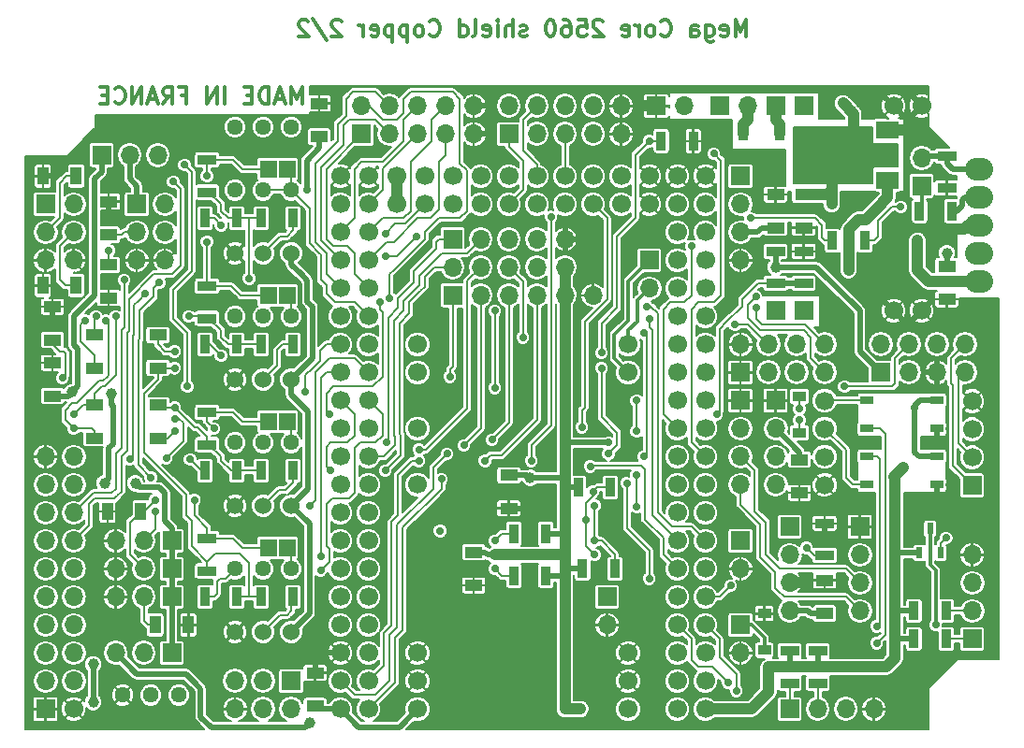
<source format=gbr>
G04 #@! TF.FileFunction,Copper,L2,Bot,Signal*
%FSLAX46Y46*%
G04 Gerber Fmt 4.6, Leading zero omitted, Abs format (unit mm)*
G04 Created by KiCad (PCBNEW 4.0.7) date 11/20/17 08:28:57*
%MOMM*%
%LPD*%
G01*
G04 APERTURE LIST*
%ADD10C,0.100000*%
%ADD11C,0.300000*%
%ADD12R,1.700000X1.700000*%
%ADD13C,1.700000*%
%ADD14O,1.700000X1.700000*%
%ADD15R,1.200000X0.900000*%
%ADD16R,1.700000X0.900000*%
%ADD17R,0.900000X1.700000*%
%ADD18R,1.600000X1.000000*%
%ADD19R,0.600000X1.000000*%
%ADD20R,1.200000X0.800000*%
%ADD21R,2.000000X3.800000*%
%ADD22R,2.000000X1.500000*%
%ADD23R,0.900000X1.200000*%
%ADD24R,1.000000X1.600000*%
%ADD25C,1.440000*%
%ADD26C,1.524000*%
%ADD27O,2.540000X2.032000*%
%ADD28R,1.524000X1.524000*%
%ADD29C,1.000000*%
%ADD30C,0.700000*%
%ADD31C,1.000000*%
%ADD32C,0.500000*%
%ADD33C,0.210000*%
%ADD34C,0.310000*%
G04 APERTURE END LIST*
D10*
D11*
X165921663Y-64209051D02*
X165921663Y-62709051D01*
X165421663Y-63780480D01*
X164921663Y-62709051D01*
X164921663Y-64209051D01*
X164278806Y-63780480D02*
X163564520Y-63780480D01*
X164421663Y-64209051D02*
X163921663Y-62709051D01*
X163421663Y-64209051D01*
X162921663Y-64209051D02*
X162921663Y-62709051D01*
X162564520Y-62709051D01*
X162350235Y-62780480D01*
X162207377Y-62923337D01*
X162135949Y-63066194D01*
X162064520Y-63351909D01*
X162064520Y-63566194D01*
X162135949Y-63851909D01*
X162207377Y-63994766D01*
X162350235Y-64137623D01*
X162564520Y-64209051D01*
X162921663Y-64209051D01*
X161421663Y-63423337D02*
X160921663Y-63423337D01*
X160707377Y-64209051D02*
X161421663Y-64209051D01*
X161421663Y-62709051D01*
X160707377Y-62709051D01*
X158921663Y-64209051D02*
X158921663Y-62709051D01*
X158207377Y-64209051D02*
X158207377Y-62709051D01*
X157350234Y-64209051D01*
X157350234Y-62709051D01*
X154993091Y-63423337D02*
X155493091Y-63423337D01*
X155493091Y-64209051D02*
X155493091Y-62709051D01*
X154778805Y-62709051D01*
X153350234Y-64209051D02*
X153850234Y-63494766D01*
X154207377Y-64209051D02*
X154207377Y-62709051D01*
X153635949Y-62709051D01*
X153493091Y-62780480D01*
X153421663Y-62851909D01*
X153350234Y-62994766D01*
X153350234Y-63209051D01*
X153421663Y-63351909D01*
X153493091Y-63423337D01*
X153635949Y-63494766D01*
X154207377Y-63494766D01*
X152778806Y-63780480D02*
X152064520Y-63780480D01*
X152921663Y-64209051D02*
X152421663Y-62709051D01*
X151921663Y-64209051D01*
X151421663Y-64209051D02*
X151421663Y-62709051D01*
X150564520Y-64209051D01*
X150564520Y-62709051D01*
X148993091Y-64066194D02*
X149064520Y-64137623D01*
X149278806Y-64209051D01*
X149421663Y-64209051D01*
X149635948Y-64137623D01*
X149778806Y-63994766D01*
X149850234Y-63851909D01*
X149921663Y-63566194D01*
X149921663Y-63351909D01*
X149850234Y-63066194D01*
X149778806Y-62923337D01*
X149635948Y-62780480D01*
X149421663Y-62709051D01*
X149278806Y-62709051D01*
X149064520Y-62780480D01*
X148993091Y-62851909D01*
X148350234Y-63423337D02*
X147850234Y-63423337D01*
X147635948Y-64209051D02*
X148350234Y-64209051D01*
X148350234Y-62709051D01*
X147635948Y-62709051D01*
X206111804Y-58113051D02*
X206111804Y-56613051D01*
X205611804Y-57684480D01*
X205111804Y-56613051D01*
X205111804Y-58113051D01*
X203826090Y-58041623D02*
X203968947Y-58113051D01*
X204254661Y-58113051D01*
X204397518Y-58041623D01*
X204468947Y-57898766D01*
X204468947Y-57327337D01*
X204397518Y-57184480D01*
X204254661Y-57113051D01*
X203968947Y-57113051D01*
X203826090Y-57184480D01*
X203754661Y-57327337D01*
X203754661Y-57470194D01*
X204468947Y-57613051D01*
X202468947Y-57113051D02*
X202468947Y-58327337D01*
X202540376Y-58470194D01*
X202611804Y-58541623D01*
X202754661Y-58613051D01*
X202968947Y-58613051D01*
X203111804Y-58541623D01*
X202468947Y-58041623D02*
X202611804Y-58113051D01*
X202897518Y-58113051D01*
X203040376Y-58041623D01*
X203111804Y-57970194D01*
X203183233Y-57827337D01*
X203183233Y-57398766D01*
X203111804Y-57255909D01*
X203040376Y-57184480D01*
X202897518Y-57113051D01*
X202611804Y-57113051D01*
X202468947Y-57184480D01*
X201111804Y-58113051D02*
X201111804Y-57327337D01*
X201183233Y-57184480D01*
X201326090Y-57113051D01*
X201611804Y-57113051D01*
X201754661Y-57184480D01*
X201111804Y-58041623D02*
X201254661Y-58113051D01*
X201611804Y-58113051D01*
X201754661Y-58041623D01*
X201826090Y-57898766D01*
X201826090Y-57755909D01*
X201754661Y-57613051D01*
X201611804Y-57541623D01*
X201254661Y-57541623D01*
X201111804Y-57470194D01*
X198397518Y-57970194D02*
X198468947Y-58041623D01*
X198683233Y-58113051D01*
X198826090Y-58113051D01*
X199040375Y-58041623D01*
X199183233Y-57898766D01*
X199254661Y-57755909D01*
X199326090Y-57470194D01*
X199326090Y-57255909D01*
X199254661Y-56970194D01*
X199183233Y-56827337D01*
X199040375Y-56684480D01*
X198826090Y-56613051D01*
X198683233Y-56613051D01*
X198468947Y-56684480D01*
X198397518Y-56755909D01*
X197540375Y-58113051D02*
X197683233Y-58041623D01*
X197754661Y-57970194D01*
X197826090Y-57827337D01*
X197826090Y-57398766D01*
X197754661Y-57255909D01*
X197683233Y-57184480D01*
X197540375Y-57113051D01*
X197326090Y-57113051D01*
X197183233Y-57184480D01*
X197111804Y-57255909D01*
X197040375Y-57398766D01*
X197040375Y-57827337D01*
X197111804Y-57970194D01*
X197183233Y-58041623D01*
X197326090Y-58113051D01*
X197540375Y-58113051D01*
X196397518Y-58113051D02*
X196397518Y-57113051D01*
X196397518Y-57398766D02*
X196326090Y-57255909D01*
X196254661Y-57184480D01*
X196111804Y-57113051D01*
X195968947Y-57113051D01*
X194897519Y-58041623D02*
X195040376Y-58113051D01*
X195326090Y-58113051D01*
X195468947Y-58041623D01*
X195540376Y-57898766D01*
X195540376Y-57327337D01*
X195468947Y-57184480D01*
X195326090Y-57113051D01*
X195040376Y-57113051D01*
X194897519Y-57184480D01*
X194826090Y-57327337D01*
X194826090Y-57470194D01*
X195540376Y-57613051D01*
X193111805Y-56755909D02*
X193040376Y-56684480D01*
X192897519Y-56613051D01*
X192540376Y-56613051D01*
X192397519Y-56684480D01*
X192326090Y-56755909D01*
X192254662Y-56898766D01*
X192254662Y-57041623D01*
X192326090Y-57255909D01*
X193183233Y-58113051D01*
X192254662Y-58113051D01*
X190897519Y-56613051D02*
X191611805Y-56613051D01*
X191683234Y-57327337D01*
X191611805Y-57255909D01*
X191468948Y-57184480D01*
X191111805Y-57184480D01*
X190968948Y-57255909D01*
X190897519Y-57327337D01*
X190826091Y-57470194D01*
X190826091Y-57827337D01*
X190897519Y-57970194D01*
X190968948Y-58041623D01*
X191111805Y-58113051D01*
X191468948Y-58113051D01*
X191611805Y-58041623D01*
X191683234Y-57970194D01*
X189540377Y-56613051D02*
X189826091Y-56613051D01*
X189968948Y-56684480D01*
X190040377Y-56755909D01*
X190183234Y-56970194D01*
X190254663Y-57255909D01*
X190254663Y-57827337D01*
X190183234Y-57970194D01*
X190111806Y-58041623D01*
X189968948Y-58113051D01*
X189683234Y-58113051D01*
X189540377Y-58041623D01*
X189468948Y-57970194D01*
X189397520Y-57827337D01*
X189397520Y-57470194D01*
X189468948Y-57327337D01*
X189540377Y-57255909D01*
X189683234Y-57184480D01*
X189968948Y-57184480D01*
X190111806Y-57255909D01*
X190183234Y-57327337D01*
X190254663Y-57470194D01*
X188468949Y-56613051D02*
X188326092Y-56613051D01*
X188183235Y-56684480D01*
X188111806Y-56755909D01*
X188040377Y-56898766D01*
X187968949Y-57184480D01*
X187968949Y-57541623D01*
X188040377Y-57827337D01*
X188111806Y-57970194D01*
X188183235Y-58041623D01*
X188326092Y-58113051D01*
X188468949Y-58113051D01*
X188611806Y-58041623D01*
X188683235Y-57970194D01*
X188754663Y-57827337D01*
X188826092Y-57541623D01*
X188826092Y-57184480D01*
X188754663Y-56898766D01*
X188683235Y-56755909D01*
X188611806Y-56684480D01*
X188468949Y-56613051D01*
X186254664Y-58041623D02*
X186111807Y-58113051D01*
X185826092Y-58113051D01*
X185683235Y-58041623D01*
X185611807Y-57898766D01*
X185611807Y-57827337D01*
X185683235Y-57684480D01*
X185826092Y-57613051D01*
X186040378Y-57613051D01*
X186183235Y-57541623D01*
X186254664Y-57398766D01*
X186254664Y-57327337D01*
X186183235Y-57184480D01*
X186040378Y-57113051D01*
X185826092Y-57113051D01*
X185683235Y-57184480D01*
X184968949Y-58113051D02*
X184968949Y-56613051D01*
X184326092Y-58113051D02*
X184326092Y-57327337D01*
X184397521Y-57184480D01*
X184540378Y-57113051D01*
X184754663Y-57113051D01*
X184897521Y-57184480D01*
X184968949Y-57255909D01*
X183611806Y-58113051D02*
X183611806Y-57113051D01*
X183611806Y-56613051D02*
X183683235Y-56684480D01*
X183611806Y-56755909D01*
X183540378Y-56684480D01*
X183611806Y-56613051D01*
X183611806Y-56755909D01*
X182326092Y-58041623D02*
X182468949Y-58113051D01*
X182754663Y-58113051D01*
X182897520Y-58041623D01*
X182968949Y-57898766D01*
X182968949Y-57327337D01*
X182897520Y-57184480D01*
X182754663Y-57113051D01*
X182468949Y-57113051D01*
X182326092Y-57184480D01*
X182254663Y-57327337D01*
X182254663Y-57470194D01*
X182968949Y-57613051D01*
X181397520Y-58113051D02*
X181540378Y-58041623D01*
X181611806Y-57898766D01*
X181611806Y-56613051D01*
X180183235Y-58113051D02*
X180183235Y-56613051D01*
X180183235Y-58041623D02*
X180326092Y-58113051D01*
X180611806Y-58113051D01*
X180754664Y-58041623D01*
X180826092Y-57970194D01*
X180897521Y-57827337D01*
X180897521Y-57398766D01*
X180826092Y-57255909D01*
X180754664Y-57184480D01*
X180611806Y-57113051D01*
X180326092Y-57113051D01*
X180183235Y-57184480D01*
X177468949Y-57970194D02*
X177540378Y-58041623D01*
X177754664Y-58113051D01*
X177897521Y-58113051D01*
X178111806Y-58041623D01*
X178254664Y-57898766D01*
X178326092Y-57755909D01*
X178397521Y-57470194D01*
X178397521Y-57255909D01*
X178326092Y-56970194D01*
X178254664Y-56827337D01*
X178111806Y-56684480D01*
X177897521Y-56613051D01*
X177754664Y-56613051D01*
X177540378Y-56684480D01*
X177468949Y-56755909D01*
X176611806Y-58113051D02*
X176754664Y-58041623D01*
X176826092Y-57970194D01*
X176897521Y-57827337D01*
X176897521Y-57398766D01*
X176826092Y-57255909D01*
X176754664Y-57184480D01*
X176611806Y-57113051D01*
X176397521Y-57113051D01*
X176254664Y-57184480D01*
X176183235Y-57255909D01*
X176111806Y-57398766D01*
X176111806Y-57827337D01*
X176183235Y-57970194D01*
X176254664Y-58041623D01*
X176397521Y-58113051D01*
X176611806Y-58113051D01*
X175468949Y-57113051D02*
X175468949Y-58613051D01*
X175468949Y-57184480D02*
X175326092Y-57113051D01*
X175040378Y-57113051D01*
X174897521Y-57184480D01*
X174826092Y-57255909D01*
X174754663Y-57398766D01*
X174754663Y-57827337D01*
X174826092Y-57970194D01*
X174897521Y-58041623D01*
X175040378Y-58113051D01*
X175326092Y-58113051D01*
X175468949Y-58041623D01*
X174111806Y-57113051D02*
X174111806Y-58613051D01*
X174111806Y-57184480D02*
X173968949Y-57113051D01*
X173683235Y-57113051D01*
X173540378Y-57184480D01*
X173468949Y-57255909D01*
X173397520Y-57398766D01*
X173397520Y-57827337D01*
X173468949Y-57970194D01*
X173540378Y-58041623D01*
X173683235Y-58113051D01*
X173968949Y-58113051D01*
X174111806Y-58041623D01*
X172183235Y-58041623D02*
X172326092Y-58113051D01*
X172611806Y-58113051D01*
X172754663Y-58041623D01*
X172826092Y-57898766D01*
X172826092Y-57327337D01*
X172754663Y-57184480D01*
X172611806Y-57113051D01*
X172326092Y-57113051D01*
X172183235Y-57184480D01*
X172111806Y-57327337D01*
X172111806Y-57470194D01*
X172826092Y-57613051D01*
X171468949Y-58113051D02*
X171468949Y-57113051D01*
X171468949Y-57398766D02*
X171397521Y-57255909D01*
X171326092Y-57184480D01*
X171183235Y-57113051D01*
X171040378Y-57113051D01*
X169468950Y-56755909D02*
X169397521Y-56684480D01*
X169254664Y-56613051D01*
X168897521Y-56613051D01*
X168754664Y-56684480D01*
X168683235Y-56755909D01*
X168611807Y-56898766D01*
X168611807Y-57041623D01*
X168683235Y-57255909D01*
X169540378Y-58113051D01*
X168611807Y-58113051D01*
X166897522Y-56541623D02*
X168183236Y-58470194D01*
X166468950Y-56755909D02*
X166397521Y-56684480D01*
X166254664Y-56613051D01*
X165897521Y-56613051D01*
X165754664Y-56684480D01*
X165683235Y-56755909D01*
X165611807Y-56898766D01*
X165611807Y-57041623D01*
X165683235Y-57255909D01*
X166540378Y-58113051D01*
X165611807Y-58113051D01*
D12*
X208757520Y-64419480D03*
X208767520Y-82961480D03*
X211297520Y-64419480D03*
X211297520Y-82961480D03*
D13*
X219425520Y-64419480D03*
X219425520Y-82961480D03*
X221965520Y-64419480D03*
X221965520Y-82961480D03*
D12*
X221965520Y-71658480D03*
D14*
X221965520Y-69118480D03*
D15*
X207741520Y-113694480D03*
X207741520Y-110394480D03*
D16*
X212567520Y-113769480D03*
X212567520Y-116669480D03*
X210027520Y-113769480D03*
X210027520Y-116669480D03*
D17*
X221277520Y-112679480D03*
X224177520Y-112679480D03*
X221277520Y-110139480D03*
X224177520Y-110139480D03*
D18*
X213202520Y-110369480D03*
X213202520Y-107369480D03*
D16*
X213202520Y-105112480D03*
X213202520Y-102212480D03*
D19*
X221777520Y-104889480D03*
X222727520Y-102689480D03*
X223677520Y-104889480D03*
D20*
X223337520Y-96169480D03*
X223337520Y-98709480D03*
X217037520Y-98709480D03*
X217037520Y-96169480D03*
X223337520Y-91089480D03*
X223337520Y-93629480D03*
X217037520Y-93629480D03*
X217037520Y-91089480D03*
D18*
X210916520Y-99447480D03*
X210916520Y-96447480D03*
D15*
X210916520Y-90709480D03*
X210916520Y-94009480D03*
D18*
X224251520Y-78921480D03*
X224251520Y-81921480D03*
D17*
X224685520Y-73944480D03*
X221785520Y-73944480D03*
D16*
X224251520Y-68938480D03*
X224251520Y-71838480D03*
X211297520Y-80474480D03*
X211297520Y-77574480D03*
X208757520Y-80474480D03*
X208757520Y-77574480D03*
D17*
X216811520Y-76611480D03*
X213911520Y-76611480D03*
D18*
X211297520Y-72444480D03*
X211297520Y-75444480D03*
X208757520Y-72444480D03*
X208757520Y-75444480D03*
D21*
X212592520Y-68864480D03*
D22*
X218892520Y-68864480D03*
X218892520Y-71164480D03*
X218892520Y-66564480D03*
D23*
X209137520Y-66959480D03*
X205837520Y-66959480D03*
D17*
X198417520Y-67594480D03*
X201317520Y-67594480D03*
D12*
X197327520Y-78389480D03*
D14*
X197327520Y-80929480D03*
D12*
X179547520Y-76484480D03*
D14*
X179547520Y-79024480D03*
X182087520Y-76484480D03*
X182087520Y-79024480D03*
X184627520Y-76484480D03*
X184627520Y-79024480D03*
X187167520Y-76484480D03*
X187167520Y-79024480D03*
X189707520Y-76484480D03*
X189707520Y-79024480D03*
D13*
X195422520Y-86009480D03*
X195422520Y-88549480D03*
X176372520Y-86009480D03*
X176372520Y-88549480D03*
X176372520Y-93629480D03*
X176372520Y-98709480D03*
X176372520Y-113949480D03*
X176372520Y-116489480D03*
X176372520Y-119029480D03*
X195422520Y-119029480D03*
X195422520Y-116489480D03*
X195422520Y-113949480D03*
D17*
X193824520Y-98963480D03*
X190924520Y-98963480D03*
D18*
X184627520Y-97844480D03*
X184627520Y-100844480D03*
D17*
X185082520Y-103154480D03*
X187982520Y-103154480D03*
X194205520Y-106329480D03*
X191305520Y-106329480D03*
X185082520Y-106964480D03*
X187982520Y-106964480D03*
D18*
X181452520Y-104829480D03*
X181452520Y-107829480D03*
X167101520Y-115751480D03*
X167101520Y-118751480D03*
D16*
X157322520Y-106509480D03*
X157322520Y-103609480D03*
D24*
X152647520Y-111409480D03*
X155647520Y-111409480D03*
X151329520Y-101122480D03*
X148329520Y-101122480D03*
D17*
X162222520Y-97439480D03*
X165122520Y-97439480D03*
D16*
X157322520Y-95079480D03*
X157322520Y-92179480D03*
D18*
X152877520Y-94494480D03*
X152877520Y-91494480D03*
X147162520Y-94494480D03*
X147162520Y-91494480D03*
X147162520Y-85144480D03*
X147162520Y-88144480D03*
X152877520Y-85144480D03*
X152877520Y-88144480D03*
D17*
X162222520Y-86009480D03*
X165122520Y-86009480D03*
D16*
X157322520Y-83649480D03*
X157322520Y-80749480D03*
D17*
X157142520Y-74579480D03*
X160042520Y-74579480D03*
X162222520Y-74579480D03*
X165122520Y-74579480D03*
D24*
X145487520Y-80675480D03*
X142487520Y-80675480D03*
D18*
X143352520Y-85604480D03*
X143352520Y-82604480D03*
X148432520Y-78794480D03*
X148432520Y-81794480D03*
X148432520Y-76079480D03*
X148432520Y-73079480D03*
D16*
X157322520Y-72219480D03*
X157322520Y-69319480D03*
D24*
X145487520Y-70769480D03*
X142487520Y-70769480D03*
D17*
X157142520Y-86009480D03*
X160042520Y-86009480D03*
X157142520Y-97439480D03*
X160042520Y-97439480D03*
X162222520Y-108869480D03*
X165122520Y-108869480D03*
X157142520Y-108869480D03*
X160042520Y-108869480D03*
D12*
X226537520Y-112679480D03*
D14*
X226537520Y-110139480D03*
X226537520Y-107599480D03*
X226537520Y-105059480D03*
D13*
X187167520Y-73309480D03*
X189707520Y-73309480D03*
X192247520Y-73309480D03*
X194787520Y-73309480D03*
X197327520Y-73309480D03*
X184627520Y-73309480D03*
X182087520Y-73309480D03*
X179547520Y-73309480D03*
X177007520Y-73309480D03*
X174467520Y-73309480D03*
X197327520Y-70769480D03*
X194787520Y-70769480D03*
X192247520Y-70769480D03*
X189707520Y-70769480D03*
X187167520Y-70769480D03*
X184627520Y-70769480D03*
X182087520Y-70769480D03*
X179547520Y-70769480D03*
X177007520Y-70769480D03*
X174467520Y-70769480D03*
X199867520Y-70769480D03*
X199867520Y-73309480D03*
X199867520Y-75849480D03*
X199867520Y-78389480D03*
X199867520Y-80929480D03*
X199867520Y-83469480D03*
X199867520Y-86009480D03*
X199867520Y-88549480D03*
X199867520Y-91089480D03*
X199867520Y-93629480D03*
X199867520Y-96169480D03*
X199867520Y-98709480D03*
X199867520Y-101249480D03*
X199867520Y-103789480D03*
X199867520Y-106329480D03*
X199867520Y-108869480D03*
X199867520Y-111409480D03*
X199867520Y-113949480D03*
X199867520Y-116489480D03*
X199867520Y-119029480D03*
X202407520Y-70769480D03*
X202407520Y-73309480D03*
X202407520Y-75849480D03*
X202407520Y-78389480D03*
X202407520Y-80929480D03*
X202407520Y-83469480D03*
X202407520Y-86009480D03*
X202407520Y-88549480D03*
X202407520Y-91089480D03*
X202407520Y-93629480D03*
X202407520Y-96169480D03*
X202407520Y-98709480D03*
X202407520Y-101249480D03*
X202407520Y-103789480D03*
X202407520Y-106329480D03*
X202407520Y-108869480D03*
X202407520Y-111409480D03*
X202407520Y-113949480D03*
X202407520Y-116489480D03*
X202407520Y-119029480D03*
X171927520Y-70769480D03*
X171927520Y-73309480D03*
X171927520Y-75849480D03*
X171927520Y-78389480D03*
X171927520Y-80929480D03*
X171927520Y-83469480D03*
X171927520Y-86009480D03*
X171927520Y-88549480D03*
X171927520Y-91089480D03*
X171927520Y-93629480D03*
X171927520Y-96169480D03*
X171927520Y-98709480D03*
X171927520Y-101249480D03*
X171927520Y-103789480D03*
X171927520Y-106329480D03*
X171927520Y-108869480D03*
X171927520Y-111409480D03*
X171927520Y-113949480D03*
X171927520Y-116489480D03*
X171927520Y-119029480D03*
X169387520Y-119029480D03*
X169387520Y-116489480D03*
X169387520Y-113949480D03*
X169387520Y-111409480D03*
X169387520Y-108869480D03*
X169387520Y-106329480D03*
X169387520Y-103789480D03*
X169387520Y-101249480D03*
X169387520Y-98709480D03*
X169387520Y-96169480D03*
X169387520Y-93629480D03*
X169387520Y-91089480D03*
X169387520Y-88549480D03*
X169387520Y-86009480D03*
X169387520Y-83469480D03*
X169387520Y-80929480D03*
X169387520Y-78389480D03*
X169387520Y-75849480D03*
X169387520Y-73309480D03*
X169387520Y-70769480D03*
D12*
X210027520Y-119029480D03*
D14*
X212567520Y-119029480D03*
X215107520Y-119029480D03*
X217647520Y-119029480D03*
D12*
X205582520Y-111409480D03*
D14*
X205582520Y-113949480D03*
D12*
X216377520Y-102519480D03*
D14*
X216377520Y-105059480D03*
X216377520Y-107599480D03*
X216377520Y-110139480D03*
D12*
X210027520Y-102519480D03*
D14*
X210027520Y-105059480D03*
X210027520Y-107599480D03*
X210027520Y-110139480D03*
D12*
X205582520Y-103789480D03*
D14*
X205582520Y-106329480D03*
D12*
X208757520Y-91089480D03*
D14*
X208757520Y-93629480D03*
X208757520Y-96169480D03*
X208757520Y-98709480D03*
D12*
X205582520Y-91089480D03*
D14*
X205582520Y-93629480D03*
X205582520Y-96169480D03*
X205582520Y-98709480D03*
D13*
X226537520Y-91152980D03*
X226537520Y-93692980D03*
X226537520Y-96232980D03*
D12*
X226537520Y-98772980D03*
D13*
X213202520Y-91102180D03*
X213202520Y-93642180D03*
X213202520Y-96182180D03*
X213202520Y-98722180D03*
X213202520Y-98722180D03*
X213202520Y-96182180D03*
X213202520Y-93642180D03*
X213202520Y-91102180D03*
D12*
X205582520Y-70769480D03*
D14*
X205582520Y-73309480D03*
X205582520Y-75849480D03*
X205582520Y-78389480D03*
D12*
X203677520Y-64419480D03*
D14*
X206217520Y-64419480D03*
D12*
X197962520Y-64419480D03*
D14*
X200502520Y-64419480D03*
D12*
X179547520Y-81564480D03*
D14*
X182087520Y-81564480D03*
X184627520Y-81564480D03*
X187167520Y-81564480D03*
X189707520Y-81564480D03*
X192247520Y-81564480D03*
D12*
X193517520Y-108869480D03*
D14*
X193517520Y-111409480D03*
D12*
X147797520Y-68864480D03*
D14*
X150337520Y-68864480D03*
X152877520Y-68864480D03*
D12*
X150972520Y-73309480D03*
D14*
X153512520Y-73309480D03*
X150972520Y-75849480D03*
X153512520Y-75849480D03*
X150972520Y-78389480D03*
X153512520Y-78389480D03*
D12*
X142717520Y-73309480D03*
D14*
X145257520Y-73309480D03*
X142717520Y-75849480D03*
X145257520Y-75849480D03*
X142717520Y-78389480D03*
X145257520Y-78389480D03*
D12*
X142717520Y-119029480D03*
D14*
X145257520Y-116489480D03*
X142717520Y-116489480D03*
X145257520Y-113949480D03*
X142717520Y-113949480D03*
X145257520Y-111409480D03*
X142717520Y-111409480D03*
X145257520Y-108869480D03*
X142717520Y-108869480D03*
X145257520Y-106329480D03*
X142717520Y-106329480D03*
X145257520Y-103789480D03*
X142717520Y-103789480D03*
X145257520Y-101249480D03*
X142717520Y-101249480D03*
X145257520Y-98709480D03*
X142717520Y-98709480D03*
X145257520Y-96169480D03*
X142717520Y-96169480D03*
D13*
X145257520Y-119029480D03*
D12*
X154147520Y-103789480D03*
D14*
X151607520Y-103789480D03*
X149067520Y-103789480D03*
D12*
X154147520Y-106329480D03*
D14*
X151607520Y-106329480D03*
X149067520Y-106329480D03*
D12*
X154147520Y-108869480D03*
D14*
X151607520Y-108869480D03*
X149067520Y-108869480D03*
D12*
X154147520Y-113949480D03*
D14*
X151607520Y-113949480D03*
X149067520Y-113949480D03*
D25*
X149702520Y-117759480D03*
X152242520Y-117759480D03*
X154782520Y-117759480D03*
D12*
X164942520Y-116489480D03*
D14*
X164942520Y-119029480D03*
X162402520Y-116489480D03*
X162402520Y-119029480D03*
X159862520Y-116489480D03*
X159862520Y-119029480D03*
D26*
X162402520Y-112044480D03*
X164942520Y-112044480D03*
X159862520Y-112044480D03*
D25*
X159862520Y-106329480D03*
X162402520Y-106329480D03*
X164942520Y-106329480D03*
D26*
X162402520Y-100614480D03*
X164942520Y-100614480D03*
X159862520Y-100614480D03*
D25*
X159862520Y-94899480D03*
X162402520Y-94899480D03*
X164942520Y-94899480D03*
D26*
X162402520Y-89184480D03*
X164942520Y-89184480D03*
X159862520Y-89184480D03*
D25*
X159862520Y-83469480D03*
X162402520Y-83469480D03*
X164942520Y-83469480D03*
X159862520Y-72039480D03*
X162402520Y-72039480D03*
X164942520Y-72039480D03*
D26*
X162402520Y-77754480D03*
X164942520Y-77754480D03*
X159862520Y-77754480D03*
D25*
X159862520Y-66324480D03*
X162402520Y-66324480D03*
X164942520Y-66324480D03*
D27*
X227172520Y-70134480D03*
X227172520Y-72674480D03*
X227172520Y-75214480D03*
X227172520Y-77754480D03*
X227172520Y-80294480D03*
D12*
X205582520Y-88549480D03*
D14*
X205582520Y-86009480D03*
X208122520Y-88549480D03*
X208122520Y-86009480D03*
X210662520Y-88549480D03*
X210662520Y-86009480D03*
X213202520Y-88549480D03*
X213202520Y-86009480D03*
D18*
X167482520Y-67189480D03*
X167482520Y-64189480D03*
D12*
X171292520Y-66959480D03*
D14*
X171292520Y-64419480D03*
X173832520Y-66959480D03*
X173832520Y-64419480D03*
X176372520Y-66959480D03*
X176372520Y-64419480D03*
X178912520Y-66959480D03*
X178912520Y-64419480D03*
X181452520Y-66959480D03*
X181452520Y-64419480D03*
D12*
X184627520Y-66959480D03*
D14*
X184627520Y-64419480D03*
X187167520Y-66959480D03*
X187167520Y-64419480D03*
X189707520Y-66959480D03*
X189707520Y-64419480D03*
X192247520Y-66959480D03*
X192247520Y-64419480D03*
X194787520Y-66959480D03*
X194787520Y-64419480D03*
D28*
X164571680Y-70134480D03*
X162872420Y-70134480D03*
X164571680Y-81564480D03*
X162872420Y-81564480D03*
X164571680Y-92994480D03*
X162872420Y-92994480D03*
X164571680Y-104424480D03*
X162872420Y-104424480D03*
D12*
X218282520Y-88549480D03*
D14*
X218282520Y-86009480D03*
X220822520Y-88549480D03*
X220822520Y-86009480D03*
X223362520Y-88549480D03*
X223362520Y-86009480D03*
X225902520Y-88549480D03*
X225902520Y-86009480D03*
D18*
X143352520Y-90684480D03*
X143352520Y-87684480D03*
D29*
X176499520Y-84231480D03*
D30*
X215361520Y-72674480D03*
X212948520Y-81056480D03*
D29*
X190977520Y-95915480D03*
D30*
X217266520Y-64927480D03*
X213202520Y-103662480D03*
D29*
X154401520Y-89819480D03*
D30*
X222473520Y-107599480D03*
X222473520Y-112679480D03*
X222473520Y-110139480D03*
D29*
X164942520Y-68229480D03*
X216885520Y-113695480D03*
X188437520Y-112679480D03*
X183357520Y-112679480D03*
X186532520Y-100106480D03*
X180182520Y-101884480D03*
X197454520Y-113187480D03*
X149829520Y-100487480D03*
X148432520Y-74579480D03*
X143352520Y-84104480D03*
X224251520Y-77754480D03*
D30*
X219552520Y-103789480D03*
X193644520Y-94899480D03*
D29*
X148051520Y-98582480D03*
X150845520Y-98582480D03*
X148686520Y-90454480D03*
X189707520Y-119029480D03*
X215361520Y-79278480D03*
X215361520Y-78135480D03*
X191104520Y-119029480D03*
X220314520Y-97185480D03*
X219489020Y-98010980D03*
X183357520Y-105059480D03*
X186532520Y-98074480D03*
X145130520Y-90327480D03*
D30*
X153639520Y-96296480D03*
X155544520Y-89819480D03*
X154401520Y-92740480D03*
X155290520Y-69753480D03*
D29*
X208757520Y-79024480D03*
D30*
X221330520Y-91724480D03*
X196184520Y-97820480D03*
X196184520Y-100741480D03*
X144241520Y-89057480D03*
X146273520Y-83850480D03*
X161132520Y-80040480D03*
X149067520Y-83469480D03*
X155671520Y-83469480D03*
X145257520Y-92359480D03*
X154401520Y-91724480D03*
X154401520Y-88144480D03*
X158592520Y-75214480D03*
X158592520Y-87025480D03*
X155798520Y-96423480D03*
X183357520Y-106329480D03*
X183357520Y-103789480D03*
X223235520Y-111409480D03*
X157957520Y-93629480D03*
X166339520Y-72039480D03*
X156179520Y-100106480D03*
X152242520Y-98074480D03*
X153004520Y-80421480D03*
X157322520Y-70769480D03*
X157322520Y-76738480D03*
X148432520Y-77500480D03*
X150337520Y-96423480D03*
X151734520Y-81437480D03*
X173451520Y-78008480D03*
X176245520Y-76230480D03*
X168371520Y-92359480D03*
X173451520Y-75976480D03*
X172943520Y-82199480D03*
X183357520Y-82961480D03*
X183357520Y-89946480D03*
X149829520Y-80167480D03*
X154274520Y-71277480D03*
X179293520Y-88930480D03*
X180563520Y-95153480D03*
X176499520Y-96550480D03*
X182468520Y-96550480D03*
X178531520Y-98201480D03*
X179039520Y-95915480D03*
X183103520Y-94645480D03*
X167609520Y-106456480D03*
X168498520Y-97439480D03*
X152623520Y-100106480D03*
X166593520Y-100614480D03*
X152623520Y-101122480D03*
X205201520Y-117378480D03*
X204439520Y-116616480D03*
X204693520Y-107853480D03*
X147289520Y-83469480D03*
X145260060Y-93626940D03*
X148178520Y-83850480D03*
X154401520Y-93883480D03*
X166212520Y-90327480D03*
X167609520Y-105186480D03*
X154401520Y-86644480D03*
X206979520Y-82707480D03*
X205074520Y-84231480D03*
X188437520Y-74452480D03*
X186659520Y-96550480D03*
X173832520Y-81818480D03*
X191231520Y-93502480D03*
X214980520Y-89819480D03*
X210916520Y-91851480D03*
X196184520Y-91089480D03*
X196184520Y-93883480D03*
X196819520Y-96169480D03*
X185897520Y-85374480D03*
X196819520Y-84993480D03*
X192247520Y-99344480D03*
X191612520Y-101884480D03*
X192374520Y-105059480D03*
X197327520Y-83723480D03*
X191993520Y-97058480D03*
X217901520Y-111536480D03*
X206979520Y-81691480D03*
X193644520Y-95915480D03*
X210916520Y-92867480D03*
X193009520Y-88168480D03*
X195295520Y-98582480D03*
X197327520Y-107218480D03*
X192374520Y-103789480D03*
X192374520Y-100614480D03*
X197073520Y-82580480D03*
X178404520Y-102900480D03*
X217901520Y-113060480D03*
X176499520Y-95534480D03*
X173451520Y-97439480D03*
X173578520Y-94899480D03*
X203423520Y-92359480D03*
D29*
X147035520Y-114965480D03*
X147035520Y-118394480D03*
X166593520Y-120299480D03*
X215615520Y-64927480D03*
X214853520Y-64165480D03*
X213837520Y-73309480D03*
X221584520Y-76611480D03*
X221584520Y-77881480D03*
X213837520Y-72039480D03*
D30*
X203169520Y-68737480D03*
X193009520Y-86771480D03*
X197327520Y-67594480D03*
X211551520Y-104424480D03*
X224177520Y-103535480D03*
X206471520Y-74579480D03*
X201137520Y-77119480D03*
X220060520Y-73563480D03*
D31*
X227172520Y-75214480D02*
X226156520Y-75214480D01*
X226156520Y-75214480D02*
X225775520Y-75595480D01*
X225775520Y-75595480D02*
X224632520Y-75595480D01*
X221697520Y-66564480D02*
X221711520Y-66578480D01*
X218892520Y-66564480D02*
X221697520Y-66564480D01*
D32*
X213202520Y-102212480D02*
X213202520Y-103662480D01*
D31*
X211551520Y-107599480D02*
X210027520Y-107599480D01*
D32*
X223362520Y-88549480D02*
X222219520Y-88549480D01*
X223362520Y-88549480D02*
X223362520Y-89946480D01*
X223362520Y-88549480D02*
X223362520Y-87406480D01*
X223337520Y-93629480D02*
X223337520Y-94747480D01*
X223337520Y-94747480D02*
X223362520Y-94772480D01*
X221965520Y-82961480D02*
X222981520Y-81945480D01*
X221965520Y-82961480D02*
X220949520Y-83977480D01*
X219425520Y-82961480D02*
X220314520Y-83850480D01*
X219425520Y-82961480D02*
X218536520Y-82072480D01*
X221965520Y-64419480D02*
X221076520Y-65308480D01*
X219425520Y-64419480D02*
X220314520Y-65308480D01*
X219425520Y-64419480D02*
X218536520Y-63530480D01*
X221965520Y-64419480D02*
X220949520Y-63403480D01*
D31*
X197962520Y-64419480D02*
X196565520Y-64419480D01*
D32*
X181452520Y-66959480D02*
X182722520Y-66959480D01*
X181452520Y-64419480D02*
X182722520Y-64419480D01*
X189707520Y-76484480D02*
X189707520Y-77627480D01*
X189707520Y-76484480D02*
X189707520Y-75214480D01*
X189707520Y-76484480D02*
X190977520Y-76484480D01*
D33*
X221965520Y-64419480D02*
X222600520Y-63784480D01*
X222600520Y-63784480D02*
X222600520Y-63276480D01*
X221965520Y-64419480D02*
X221965520Y-64546480D01*
X221965520Y-64546480D02*
X222600520Y-65181480D01*
X222600520Y-65181480D02*
X222600520Y-65435480D01*
D32*
X184627520Y-100844480D02*
X185794520Y-100844480D01*
X185794520Y-100844480D02*
X186532520Y-100106480D01*
X167101520Y-115751480D02*
X167101520Y-114838480D01*
X167101520Y-114711480D02*
X167863520Y-113949480D01*
X167101520Y-114838480D02*
X167101520Y-114711480D01*
X223337520Y-98709480D02*
X223337520Y-99827480D01*
X223337520Y-99827480D02*
X223362520Y-99852480D01*
D33*
X153512520Y-78389480D02*
X153639520Y-78389480D01*
X153639520Y-78389480D02*
X154401520Y-77627480D01*
X142717520Y-78389480D02*
X142717520Y-78516480D01*
X142717520Y-78389480D02*
X142590520Y-78389480D01*
X145257520Y-78389480D02*
X145257520Y-78516480D01*
X145257520Y-78516480D02*
X146019520Y-79278480D01*
D32*
X142487520Y-70769480D02*
X143479520Y-70769480D01*
X143479520Y-70769480D02*
X143987520Y-70261480D01*
X148432520Y-73079480D02*
X148432520Y-74579480D01*
X143352520Y-84104480D02*
X143352520Y-82604480D01*
X167863520Y-113949480D02*
X169387520Y-113949480D01*
D31*
X217901520Y-73690480D02*
X216885520Y-74706480D01*
X216250520Y-74706480D02*
X215361520Y-75595480D01*
X216885520Y-74706480D02*
X216250520Y-74706480D01*
D32*
X224251520Y-78921480D02*
X224251520Y-77754480D01*
X221777520Y-104889480D02*
X219552520Y-104889480D01*
X219552520Y-104889480D02*
X219552520Y-105059480D01*
X191305520Y-106329480D02*
X189707520Y-106329480D01*
X190924520Y-98963480D02*
X189707520Y-98963480D01*
X189707520Y-94899480D02*
X193644520Y-94899480D01*
X148686520Y-90454480D02*
X148686520Y-91470480D01*
X148686520Y-91470480D02*
X148813520Y-91597480D01*
X148813520Y-91978480D02*
X148813520Y-91597480D01*
X154147520Y-103789480D02*
X154147520Y-102646480D01*
X148813520Y-95026480D02*
X148432520Y-95407480D01*
X148813520Y-91978480D02*
X148813520Y-95026480D01*
X148432520Y-98201480D02*
X148051520Y-98582480D01*
X148432520Y-95407480D02*
X148432520Y-98201480D01*
X150845520Y-98582480D02*
X151226520Y-98963480D01*
X151226520Y-98963480D02*
X153004520Y-98963480D01*
X153004520Y-98963480D02*
X153512520Y-99471480D01*
X153512520Y-102011480D02*
X154147520Y-102646480D01*
X153512520Y-99471480D02*
X153512520Y-102011480D01*
X210916520Y-96447480D02*
X210916520Y-95788480D01*
X210916520Y-95788480D02*
X208757520Y-93629480D01*
X166593520Y-103535480D02*
X166593520Y-102265480D01*
X166593520Y-102265480D02*
X164942520Y-100614480D01*
X154147520Y-111028480D02*
X154147520Y-113949480D01*
X154147520Y-111028480D02*
X154147520Y-108869480D01*
D31*
X219552520Y-103789480D02*
X219552520Y-99979480D01*
X219489020Y-98010980D02*
X219552520Y-98074480D01*
X219552520Y-98963480D02*
X219552520Y-98074480D01*
X219552520Y-98963480D02*
X219552520Y-99979480D01*
X219552520Y-105059480D02*
X219552520Y-103789480D01*
X219552520Y-107599480D02*
X219552520Y-106710480D01*
X219552520Y-110139480D02*
X219552520Y-107599480D01*
X219552520Y-106075480D02*
X219552520Y-105059480D01*
X219552520Y-106710480D02*
X219552520Y-106075480D01*
X174467520Y-73309480D02*
X174467520Y-70769480D01*
D32*
X189707520Y-94899480D02*
X189580520Y-94899480D01*
X189580520Y-94899480D02*
X189707520Y-94899480D01*
D31*
X191104520Y-119029480D02*
X189707520Y-119029480D01*
X220314520Y-97185480D02*
X219489020Y-98010980D01*
X218892520Y-71164480D02*
X218892520Y-72699480D01*
X215361520Y-75595480D02*
X215361520Y-78135480D01*
X215361520Y-78135480D02*
X215361520Y-79278480D01*
X218892520Y-72699480D02*
X217901520Y-73690480D01*
D32*
X208757520Y-75444480D02*
X207511520Y-75444480D01*
X207106520Y-75849480D02*
X205582520Y-75849480D01*
X207511520Y-75444480D02*
X207106520Y-75849480D01*
D31*
X189707520Y-81564480D02*
X189707520Y-79024480D01*
D32*
X166466520Y-92359480D02*
X166466520Y-92105480D01*
X166466520Y-98391980D02*
X166466520Y-92613480D01*
X166466520Y-99090480D02*
X164942520Y-100614480D01*
X166466520Y-98391980D02*
X166466520Y-99090480D01*
X164942520Y-90581480D02*
X164942520Y-89184480D01*
X166466520Y-92613480D02*
X166466520Y-92359480D01*
X166466520Y-92105480D02*
X164942520Y-90581480D01*
D31*
X189707520Y-95915480D02*
X189707520Y-94899480D01*
X189707520Y-94899480D02*
X189707520Y-93629480D01*
X189707520Y-93629480D02*
X189707520Y-81564480D01*
D32*
X154147520Y-109631480D02*
X154147520Y-108869480D01*
X145638520Y-83088480D02*
X145257520Y-83469480D01*
X145257520Y-83469480D02*
X145257520Y-83977480D01*
X147162520Y-81437480D02*
X147162520Y-81564480D01*
X147162520Y-81564480D02*
X145638520Y-83088480D01*
X147162520Y-81056480D02*
X147162520Y-81437480D01*
D31*
X218790520Y-115219480D02*
X219552520Y-114457480D01*
X219552520Y-114457480D02*
X219552520Y-113695480D01*
X218536520Y-115219480D02*
X218790520Y-115219480D01*
X208122520Y-115219480D02*
X209646520Y-115219480D01*
X210027520Y-115219480D02*
X209646520Y-115219480D01*
X208122520Y-116108480D02*
X208122520Y-115219480D01*
D32*
X181452520Y-104829480D02*
X182492520Y-104829480D01*
X182722520Y-105059480D02*
X183357520Y-105059480D01*
X182492520Y-104829480D02*
X182722520Y-105059480D01*
X187982520Y-103154480D02*
X189707520Y-103154480D01*
X187982520Y-106964480D02*
X189707520Y-106964480D01*
D31*
X189707520Y-105059480D02*
X189707520Y-106329480D01*
X189707520Y-106329480D02*
X189707520Y-106964480D01*
X189707520Y-106964480D02*
X189707520Y-115854480D01*
X189707520Y-115854480D02*
X189707520Y-119029480D01*
X189707520Y-99598480D02*
X189707520Y-103154480D01*
X189707520Y-103154480D02*
X189707520Y-105059480D01*
X189707520Y-105059480D02*
X184754520Y-105059480D01*
X184754520Y-105059480D02*
X183357520Y-105059480D01*
D32*
X189707520Y-98074480D02*
X186532520Y-98074480D01*
X186302520Y-97844480D02*
X184627520Y-97844480D01*
X186532520Y-98074480D02*
X186302520Y-97844480D01*
D31*
X189707520Y-98074480D02*
X189707520Y-98963480D01*
X189707520Y-98963480D02*
X189707520Y-99598480D01*
D32*
X176396520Y-119005480D02*
X176372520Y-119029480D01*
X167101520Y-118751480D02*
X167379520Y-119029480D01*
X167379520Y-119029480D02*
X169387520Y-119029480D01*
X176396520Y-119005480D02*
X176372520Y-119029480D01*
X174975520Y-120426480D02*
X174721520Y-120680480D01*
D31*
X216631520Y-115219480D02*
X218536520Y-115219480D01*
X219552520Y-113695480D02*
X219552520Y-112679480D01*
X216377520Y-115219480D02*
X216631520Y-115219480D01*
D32*
X147797520Y-70388480D02*
X147797520Y-68864480D01*
X147162520Y-71023480D02*
X147797520Y-70388480D01*
X147162520Y-81056480D02*
X147162520Y-71023480D01*
X145638520Y-86771480D02*
X145638520Y-86427514D01*
X145638520Y-86427514D02*
X145257520Y-86046514D01*
X145638520Y-86771480D02*
X145638520Y-88295480D01*
X145257520Y-83977480D02*
X145257520Y-86046514D01*
X154147520Y-106329480D02*
X154147520Y-103789480D01*
X154147520Y-108869480D02*
X154147520Y-106329480D01*
X166403020Y-82135980D02*
X166403020Y-80230980D01*
X166847520Y-87279480D02*
X166847520Y-82580480D01*
X164942520Y-89184480D02*
X166847520Y-87279480D01*
X166403020Y-82135980D02*
X166847520Y-82580480D01*
X164942520Y-78770480D02*
X165831520Y-79659480D01*
X164942520Y-77754480D02*
X164942520Y-78770480D01*
X166403020Y-80230980D02*
X165831520Y-79659480D01*
X166593520Y-103916480D02*
X166593520Y-103535480D01*
X164942520Y-112044480D02*
X166593520Y-110393480D01*
X166593520Y-110393480D02*
X166593520Y-103916480D01*
X176372520Y-119029480D02*
X174975520Y-120426480D01*
X145638520Y-88676480D02*
X145638520Y-89819480D01*
X145638520Y-89819480D02*
X145130520Y-90327480D01*
X143352520Y-90684480D02*
X144773520Y-90684480D01*
X144773520Y-90684480D02*
X145130520Y-90327480D01*
X145638520Y-89438480D02*
X145638520Y-88676480D01*
X145638520Y-88676480D02*
X145638520Y-88295480D01*
X145638520Y-88295480D02*
X145638520Y-89438480D01*
X219552520Y-112679480D02*
X221277520Y-112679480D01*
X219552520Y-110139480D02*
X221277520Y-110139480D01*
X212567520Y-115219480D02*
X212567520Y-113769480D01*
X210027520Y-115219480D02*
X210027520Y-113769480D01*
D31*
X213202520Y-115219480D02*
X212567520Y-115219480D01*
X212567520Y-115219480D02*
X210027520Y-115219480D01*
X213202520Y-115219480D02*
X216377520Y-115219480D01*
X219552520Y-112679480D02*
X219552520Y-110139480D01*
D33*
X164942520Y-100614480D02*
X165069520Y-100614480D01*
D31*
X189707520Y-98074480D02*
X189707520Y-95915480D01*
X204820520Y-119029480D02*
X206598520Y-119029480D01*
X206598520Y-119029480D02*
X208122520Y-117505480D01*
X204820520Y-119029480D02*
X202407520Y-119029480D01*
X208122520Y-117505480D02*
X208122520Y-116108480D01*
D32*
X171419520Y-120680480D02*
X171038520Y-120680480D01*
X171038520Y-120680480D02*
X169387520Y-119029480D01*
X174721520Y-120680480D02*
X171419520Y-120680480D01*
D33*
X155163520Y-94137480D02*
X155163520Y-94772480D01*
X155163520Y-94772480D02*
X154592020Y-95343980D01*
X154592020Y-95343980D02*
X153639520Y-96296480D01*
X154274520Y-82199480D02*
X154274520Y-81056480D01*
X154274520Y-81056480D02*
X155925520Y-79405480D01*
X155544520Y-88930480D02*
X155544520Y-89819480D01*
X155544520Y-84993480D02*
X155544520Y-88930480D01*
X155163520Y-93121480D02*
X155163520Y-94137480D01*
X154782520Y-92740480D02*
X155163520Y-93121480D01*
X154782520Y-92740480D02*
X154401520Y-92740480D01*
X154274520Y-83723480D02*
X155544520Y-84993480D01*
X154274520Y-82199480D02*
X154274520Y-83723480D01*
X155925520Y-70388480D02*
X155925520Y-71404480D01*
X155290520Y-69753480D02*
X155925520Y-70388480D01*
X155925520Y-79405480D02*
X155925520Y-78516480D01*
X155925520Y-78516480D02*
X155925520Y-71404480D01*
D32*
X212440520Y-79024480D02*
X216377520Y-82961480D01*
X216377520Y-82961480D02*
X216377520Y-86644480D01*
X208757520Y-79024480D02*
X208757520Y-77574480D01*
X211297520Y-79024480D02*
X208757520Y-79024480D01*
D31*
X205837520Y-66959480D02*
X205837520Y-66069480D01*
X205837520Y-66069480D02*
X206217520Y-65689480D01*
X206217520Y-65689480D02*
X206217520Y-64419480D01*
D32*
X211297520Y-79024480D02*
X211678520Y-79024480D01*
X216377520Y-86644480D02*
X218282520Y-88549480D01*
X211678520Y-79024480D02*
X212440520Y-79024480D01*
X221330520Y-91597480D02*
X221330520Y-91724480D01*
X221330520Y-91724480D02*
X221330520Y-93121480D01*
X221838520Y-91089480D02*
X221330520Y-91597480D01*
X221330520Y-94645480D02*
X221330520Y-93121480D01*
X223337520Y-91089480D02*
X221838520Y-91089480D01*
X223337520Y-96169480D02*
X221711520Y-96169480D01*
X221330520Y-95788480D02*
X221711520Y-96169480D01*
X221330520Y-94645480D02*
X221330520Y-95788480D01*
D33*
X196184520Y-98455480D02*
X196184520Y-97820480D01*
X196184520Y-99217480D02*
X196184520Y-98455480D01*
X196184520Y-99217480D02*
X196184520Y-100741480D01*
X144559020Y-86834980D02*
X144559020Y-88739980D01*
X144559020Y-88739980D02*
X144241520Y-89057480D01*
X144368520Y-86644480D02*
X144559020Y-86834980D01*
X143987520Y-86644480D02*
X144368520Y-86644480D01*
X143352520Y-85604480D02*
X143352520Y-86009480D01*
X143352520Y-86009480D02*
X143987520Y-86644480D01*
X145892520Y-84231480D02*
X146273520Y-83850480D01*
X145892520Y-84739480D02*
X145892520Y-84231480D01*
X161132520Y-80040480D02*
X161132520Y-79024480D01*
X161132520Y-79024480D02*
X161132520Y-74579480D01*
X145892520Y-85120480D02*
X145892520Y-84739480D01*
X147162520Y-87152480D02*
X147162520Y-88144480D01*
X147162520Y-87025480D02*
X145892520Y-85755480D01*
X147162520Y-87152480D02*
X147162520Y-87025480D01*
X145892520Y-85755480D02*
X145892520Y-85120480D01*
X162222520Y-74579480D02*
X161132520Y-74579480D01*
X157322520Y-72219480D02*
X157142520Y-72039480D01*
X157322520Y-72219480D02*
X157502520Y-72219480D01*
X157502520Y-72219480D02*
X158592520Y-73309480D01*
X158592520Y-73944480D02*
X159227520Y-74579480D01*
X158592520Y-73309480D02*
X158592520Y-73944480D01*
X159227520Y-74579480D02*
X160042520Y-74579480D01*
X161132520Y-74579480D02*
X160042520Y-74579480D01*
X148051520Y-89819480D02*
X147797520Y-89819480D01*
X147797520Y-89819480D02*
X147162520Y-90454480D01*
X148051520Y-89819480D02*
X149067520Y-88803480D01*
X149067520Y-88803480D02*
X149067520Y-88676480D01*
X149067520Y-84231480D02*
X149067520Y-88676480D01*
X157142520Y-83469480D02*
X155671520Y-83469480D01*
X149067520Y-83469480D02*
X149067520Y-84231480D01*
X147162520Y-90454480D02*
X147162520Y-91494480D01*
X147162520Y-91494480D02*
X146122520Y-91494480D01*
X146122520Y-91494480D02*
X145257520Y-92359480D01*
X157142520Y-83469480D02*
X157322520Y-83649480D01*
X157322520Y-83649480D02*
X157502520Y-83649480D01*
X157502520Y-83649480D02*
X158592520Y-84739480D01*
X158592520Y-84739480D02*
X158592520Y-85374480D01*
X158592520Y-85374480D02*
X159227520Y-86009480D01*
X159227520Y-86009480D02*
X160042520Y-86009480D01*
X160042520Y-86009480D02*
X162222520Y-86009480D01*
X158592520Y-96550480D02*
X159481520Y-97439480D01*
X159481520Y-97439480D02*
X159608520Y-97439480D01*
X159608520Y-97439480D02*
X160042520Y-97439480D01*
X158592520Y-96550480D02*
X158592520Y-96423480D01*
X157322520Y-94391480D02*
X156433520Y-93502480D01*
X155671520Y-92994480D02*
X154401520Y-91724480D01*
X155925520Y-93248480D02*
X156179520Y-93502480D01*
X156179520Y-93502480D02*
X156433520Y-93502480D01*
X155671520Y-92994480D02*
X155925520Y-93248480D01*
X153107520Y-91724480D02*
X154401520Y-91724480D01*
X157322520Y-95079480D02*
X157322520Y-94391480D01*
X157322520Y-95079480D02*
X157502520Y-95079480D01*
X157502520Y-95079480D02*
X158592520Y-96169480D01*
X158592520Y-96169480D02*
X158592520Y-96423480D01*
X153107520Y-91724480D02*
X152877520Y-91494480D01*
X162222520Y-97439480D02*
X160042520Y-97439480D01*
X155925520Y-103154480D02*
X155925520Y-102011480D01*
X155925520Y-102011480D02*
X155417520Y-101503480D01*
X155417520Y-99598480D02*
X155417520Y-101503480D01*
X151607520Y-90454480D02*
X151607520Y-94899480D01*
X151607520Y-90454480D02*
X152877520Y-89184480D01*
X152877520Y-88144480D02*
X152877520Y-89184480D01*
X151607520Y-94899480D02*
X151607520Y-95153480D01*
X155417520Y-99598480D02*
X151607520Y-95788480D01*
X151607520Y-95788480D02*
X151607520Y-95153480D01*
X157322520Y-105694480D02*
X155925520Y-104297480D01*
X155925520Y-104297480D02*
X155925520Y-103154480D01*
X157322520Y-106509480D02*
X157322520Y-105694480D01*
X161132520Y-105821480D02*
X161132520Y-108869480D01*
X160243520Y-104932480D02*
X161132520Y-105821480D01*
X158084520Y-104932480D02*
X160243520Y-104932480D01*
X157322520Y-105694480D02*
X158084520Y-104932480D01*
X152877520Y-88144480D02*
X154401520Y-88144480D01*
X162222520Y-108869480D02*
X161132520Y-108869480D01*
X161132520Y-108869480D02*
X160042520Y-108869480D01*
X163672520Y-76484480D02*
X163926520Y-76230480D01*
X163926520Y-76230480D02*
X164561520Y-76230480D01*
X165122520Y-74579480D02*
X165122520Y-75669480D01*
X165122520Y-75669480D02*
X164561520Y-76230480D01*
X163672520Y-76484480D02*
X162402520Y-77754480D01*
X165122520Y-86009480D02*
X164180520Y-86009480D01*
X163672520Y-86517480D02*
X163672520Y-87914480D01*
X164180520Y-86009480D02*
X163672520Y-86517480D01*
X163672520Y-87914480D02*
X163291520Y-88295480D01*
X163672520Y-87914480D02*
X163291520Y-88295480D01*
X163291520Y-88295480D02*
X162402520Y-89184480D01*
X165122520Y-97439480D02*
X165122520Y-98529480D01*
X165122520Y-98529480D02*
X164688520Y-98963480D01*
X163672520Y-99344480D02*
X163799520Y-99217480D01*
X163672520Y-99344480D02*
X162402520Y-100614480D01*
X163799520Y-99217480D02*
X164434520Y-99217480D01*
X164688520Y-98963480D02*
X164434520Y-99217480D01*
X163672520Y-110774480D02*
X163926520Y-110520480D01*
X163926520Y-110520480D02*
X164561520Y-110520480D01*
X165122520Y-108869480D02*
X164942520Y-109049480D01*
X164942520Y-109049480D02*
X164942520Y-110139480D01*
X164942520Y-110139480D02*
X164561520Y-110520480D01*
X163672520Y-110774480D02*
X162402520Y-112044480D01*
D34*
X207741520Y-113694480D02*
X207741520Y-112552480D01*
X206598520Y-111409480D02*
X205582520Y-111409480D01*
X207741520Y-112552480D02*
X206598520Y-111409480D01*
D33*
X157142520Y-74579480D02*
X157957520Y-74579480D01*
X157957520Y-74579480D02*
X158592520Y-75214480D01*
X158592520Y-87025480D02*
X157576520Y-86009480D01*
X157576520Y-86009480D02*
X157142520Y-86009480D01*
X155798520Y-96423480D02*
X156814520Y-97439480D01*
X156814520Y-97439480D02*
X157142520Y-97439480D01*
X158211520Y-108615480D02*
X158211520Y-107472480D01*
X158465520Y-107218480D02*
X158973520Y-107218480D01*
X158211520Y-107472480D02*
X158465520Y-107218480D01*
X158973520Y-107218480D02*
X159862520Y-106329480D01*
X157142520Y-108869480D02*
X157957520Y-108869480D01*
X157957520Y-108869480D02*
X158211520Y-108615480D01*
D34*
X196248020Y-83913980D02*
X196248020Y-82008980D01*
X196248020Y-82008980D02*
X197327520Y-80929480D01*
X195422520Y-86009480D02*
X195422520Y-84739480D01*
X195422520Y-84739480D02*
X196248020Y-83913980D01*
X195422520Y-82834480D02*
X195422520Y-83850480D01*
X195422520Y-83850480D02*
X194152520Y-85120480D01*
X195422520Y-88549480D02*
X194152520Y-87279480D01*
X194152520Y-87279480D02*
X194152520Y-85120480D01*
X195422520Y-80294480D02*
X197327520Y-78389480D01*
X195422520Y-82834480D02*
X195422520Y-80294480D01*
D33*
X217037520Y-91089480D02*
X213215220Y-91089480D01*
X213215220Y-91089480D02*
X213202520Y-91102180D01*
X215107520Y-95534480D02*
X213215220Y-93642180D01*
X215107520Y-98074480D02*
X215107520Y-95534480D01*
X213215220Y-93642180D02*
X213202520Y-93642180D01*
X215742520Y-98709480D02*
X215107520Y-98074480D01*
X217037520Y-98709480D02*
X215742520Y-98709480D01*
X183992520Y-106964480D02*
X185082520Y-106964480D01*
X183357520Y-106329480D02*
X183992520Y-106964480D01*
X185082520Y-103154480D02*
X183992520Y-103154480D01*
X183992520Y-103154480D02*
X183357520Y-103789480D01*
D34*
X222727520Y-102689480D02*
X222727520Y-105948480D01*
X222727520Y-105948480D02*
X223235520Y-106456480D01*
X223235520Y-106456480D02*
X223235520Y-111409480D01*
D33*
X222727520Y-105948480D02*
X223235520Y-106456480D01*
X223235520Y-106456480D02*
X223235520Y-110647480D01*
X223235520Y-110647480D02*
X223235520Y-111409480D01*
D32*
X213202520Y-110369480D02*
X211908520Y-110369480D01*
X211678520Y-110139480D02*
X210027520Y-110139480D01*
X211908520Y-110369480D02*
X211678520Y-110139480D01*
D33*
X157322520Y-92994480D02*
X157322520Y-92179480D01*
X157957520Y-93629480D02*
X157322520Y-92994480D01*
X145487520Y-70769480D02*
X144622520Y-70769480D01*
X143987520Y-74579480D02*
X142717520Y-75849480D01*
X143987520Y-71404480D02*
X143987520Y-74579480D01*
X144622520Y-70769480D02*
X143987520Y-71404480D01*
X157322520Y-92179480D02*
X159682520Y-92179480D01*
X159682520Y-92179480D02*
X160497520Y-92994480D01*
X160497520Y-92994480D02*
X162872420Y-92994480D01*
D32*
X166339520Y-69499480D02*
X166339520Y-69372480D01*
X167482520Y-68229480D02*
X167482520Y-67189480D01*
X166339520Y-69372480D02*
X167482520Y-68229480D01*
X166339520Y-69626480D02*
X166339520Y-69499480D01*
X166339520Y-72039480D02*
X166339520Y-69626480D01*
D33*
X157322520Y-102773480D02*
X157322520Y-102646480D01*
X156179520Y-101503480D02*
X156179520Y-100106480D01*
X157322520Y-102646480D02*
X156179520Y-101503480D01*
X151099520Y-96931480D02*
X151099520Y-96550480D01*
X152242520Y-98074480D02*
X151099520Y-96931480D01*
X157322520Y-103609480D02*
X157322520Y-102773480D01*
X151099520Y-95661480D02*
X151099520Y-85628480D01*
X151099520Y-85628480D02*
X151226520Y-85501480D01*
X151226520Y-84612480D02*
X151226520Y-85501480D01*
X151099520Y-95661480D02*
X151099520Y-96550480D01*
X153004520Y-80421480D02*
X152496520Y-80929480D01*
X152496520Y-80929480D02*
X152496520Y-81691480D01*
X152496520Y-81691480D02*
X151226520Y-82961480D01*
X151226520Y-82961480D02*
X151226520Y-84612480D01*
X145487520Y-80675480D02*
X144495520Y-80675480D01*
X143987520Y-77119480D02*
X145257520Y-75849480D01*
X143987520Y-80167480D02*
X143987520Y-77119480D01*
X144495520Y-80675480D02*
X143987520Y-80167480D01*
X157322520Y-103609480D02*
X159682520Y-103609480D01*
X160497520Y-104424480D02*
X162872420Y-104424480D01*
X159682520Y-103609480D02*
X160497520Y-104424480D01*
X148432520Y-76079480D02*
X149599520Y-76079480D01*
X149599520Y-76079480D02*
X149829520Y-75849480D01*
X157322520Y-69319480D02*
X157322520Y-70769480D01*
X149829520Y-75849480D02*
X150972520Y-75849480D01*
X162872420Y-70134480D02*
X160497520Y-70134480D01*
X159682520Y-69319480D02*
X157322520Y-69319480D01*
X160497520Y-70134480D02*
X159682520Y-69319480D01*
X161132520Y-81564480D02*
X160370520Y-81564480D01*
X160370520Y-81564480D02*
X159555520Y-80749480D01*
X157322520Y-76738480D02*
X157322520Y-78135480D01*
X148432520Y-78794480D02*
X148432520Y-77500480D01*
X157322520Y-80749480D02*
X157322520Y-78135480D01*
X157322520Y-80749480D02*
X159555520Y-80749480D01*
X161132520Y-81564480D02*
X162872420Y-81564480D01*
D32*
X224685520Y-73944480D02*
X225140520Y-73944480D01*
X225902520Y-72674480D02*
X227172520Y-72674480D01*
X225648520Y-72928480D02*
X225902520Y-72674480D01*
X225648520Y-73436480D02*
X225648520Y-72928480D01*
X225140520Y-73944480D02*
X225648520Y-73436480D01*
D31*
X209137520Y-66959480D02*
X209137520Y-66069480D01*
X208757520Y-65689480D02*
X208757520Y-64419480D01*
X209137520Y-66069480D02*
X208757520Y-65689480D01*
D33*
X150591520Y-95534480D02*
X150591520Y-96169480D01*
X150591520Y-96169480D02*
X150337520Y-96423480D01*
X150591520Y-95153480D02*
X150591520Y-95534480D01*
X150591520Y-90327480D02*
X150591520Y-85247480D01*
X150591520Y-85247480D02*
X150718520Y-85120480D01*
X150591520Y-90327480D02*
X150591520Y-95153480D01*
X151099520Y-82072480D02*
X151734520Y-81437480D01*
X150718520Y-82453480D02*
X151099520Y-82072480D01*
X150718520Y-85120480D02*
X150718520Y-82453480D01*
X176245520Y-76230480D02*
X174467520Y-78008480D01*
X174467520Y-78008480D02*
X173451520Y-78008480D01*
X172943520Y-82580480D02*
X172943520Y-82834480D01*
X172943520Y-82834480D02*
X173197520Y-83088480D01*
X173197520Y-87533480D02*
X173197520Y-88930480D01*
X173197520Y-88930480D02*
X172308520Y-89819480D01*
X168117520Y-92105480D02*
X168117520Y-91597480D01*
X168371520Y-92359480D02*
X168117520Y-92105480D01*
X170022520Y-89819480D02*
X172308520Y-89819480D01*
X170022520Y-89819480D02*
X168752520Y-89819480D01*
X168752520Y-89819480D02*
X168117520Y-90454480D01*
X168117520Y-91597480D02*
X168117520Y-90454480D01*
X175293020Y-75023980D02*
X175229520Y-75087480D01*
X174340520Y-75087480D02*
X173451520Y-75976480D01*
X175229520Y-75087480D02*
X174340520Y-75087480D01*
X177007520Y-73309480D02*
X175293020Y-75023980D01*
X172943520Y-82199480D02*
X172943520Y-82580480D01*
X173197520Y-83723480D02*
X173197520Y-87025480D01*
X173197520Y-87025480D02*
X173197520Y-87533480D01*
X173197520Y-83723480D02*
X173197520Y-83088480D01*
X173197520Y-87533480D02*
X173197520Y-87406480D01*
X173197520Y-87406480D02*
X173197520Y-87533480D01*
X183357520Y-89946480D02*
X183357520Y-82961480D01*
X149829520Y-82961480D02*
X149829520Y-81564480D01*
X149829520Y-81564480D02*
X149829520Y-80167480D01*
X147035520Y-99471480D02*
X148686520Y-99471480D01*
X148686520Y-99471480D02*
X149067520Y-99090480D01*
X149067520Y-99090480D02*
X149067520Y-98836480D01*
X149829520Y-84485480D02*
X149829520Y-83723480D01*
X149829520Y-83723480D02*
X149829520Y-82961480D01*
X149575520Y-84739480D02*
X149829520Y-84485480D01*
X149575520Y-89819480D02*
X149575520Y-84739480D01*
X149575520Y-89819480D02*
X149575520Y-94264480D01*
X149575520Y-94264480D02*
X149575520Y-94899480D01*
X149575520Y-94899480D02*
X149575520Y-95407480D01*
X149575520Y-95407480D02*
X149194520Y-95788480D01*
X149067520Y-95915480D02*
X149067520Y-97947480D01*
X149194520Y-95788480D02*
X149067520Y-95915480D01*
X149067520Y-97947480D02*
X149067520Y-98836480D01*
X147035520Y-99471480D02*
X146908520Y-99598480D01*
X146908520Y-99598480D02*
X145257520Y-101249480D01*
X154909520Y-71912480D02*
X154909520Y-72674480D01*
X154274520Y-71277480D02*
X154909520Y-71912480D01*
X154909520Y-72674480D02*
X154909520Y-78897480D01*
X154909520Y-78897480D02*
X154655520Y-79151480D01*
X153004520Y-79659480D02*
X154147520Y-79659480D01*
X154147520Y-79659480D02*
X154655520Y-79151480D01*
X152242520Y-79913480D02*
X152496520Y-79659480D01*
X152496520Y-79659480D02*
X153004520Y-79659480D01*
X151988520Y-80167480D02*
X152242520Y-79913480D01*
X151988520Y-80167480D02*
X151734520Y-80421480D01*
X150845520Y-81310480D02*
X151734520Y-80421480D01*
X150274020Y-81881980D02*
X150845520Y-81310480D01*
X147162520Y-99979480D02*
X148940520Y-99979480D01*
X148940520Y-99979480D02*
X149194520Y-99725480D01*
X149575520Y-99344480D02*
X149575520Y-98963480D01*
X149194520Y-99725480D02*
X149575520Y-99344480D01*
X146654520Y-100487480D02*
X146654520Y-100868480D01*
X147162520Y-99979480D02*
X146654520Y-100487480D01*
X146654520Y-100868480D02*
X146654520Y-102392480D01*
X146654520Y-102392480D02*
X145257520Y-103789480D01*
X150083520Y-95026480D02*
X150083520Y-95661480D01*
X150083520Y-95661480D02*
X149702520Y-96042480D01*
X150274020Y-84802980D02*
X150274020Y-81881980D01*
X150083520Y-94645480D02*
X150083520Y-95026480D01*
X150083520Y-84993480D02*
X150274020Y-84802980D01*
X150083520Y-90073480D02*
X150083520Y-84993480D01*
X150083520Y-90073480D02*
X150083520Y-94645480D01*
X149702520Y-96042480D02*
X149575520Y-96169480D01*
X149575520Y-96169480D02*
X149575520Y-98963480D01*
X179547520Y-81564480D02*
X179547520Y-85628480D01*
X179547520Y-87152480D02*
X179547520Y-88041480D01*
X179547520Y-85628480D02*
X179547520Y-87152480D01*
X179547520Y-88041480D02*
X179293520Y-88295480D01*
X179293520Y-88295480D02*
X179293520Y-88930480D01*
X182087520Y-93629480D02*
X182087520Y-92740480D01*
X180563520Y-95153480D02*
X182087520Y-93629480D01*
X173324520Y-113377980D02*
X173324520Y-112171480D01*
X173324520Y-112171480D02*
X174023020Y-111472980D01*
X173324520Y-115092480D02*
X171927520Y-116489480D01*
X173324520Y-113377980D02*
X173324520Y-115092480D01*
X182087520Y-91724480D02*
X182087520Y-90962480D01*
X174023020Y-108043980D02*
X174023020Y-111472980D01*
X174023020Y-108043980D02*
X174023020Y-102074980D01*
X174594520Y-101503480D02*
X174023020Y-102074980D01*
X175864520Y-96550480D02*
X174594520Y-97820480D01*
X174594520Y-97820480D02*
X174594520Y-101503480D01*
X176499520Y-96550480D02*
X175864520Y-96550480D01*
X182087520Y-83469480D02*
X182087520Y-86390480D01*
X182087520Y-86390480D02*
X182087520Y-90962480D01*
X182087520Y-81564480D02*
X182087520Y-83469480D01*
X182087520Y-92740480D02*
X182087520Y-91724480D01*
X174340520Y-116616480D02*
X174340520Y-112552480D01*
X174340520Y-112552480D02*
X175039020Y-111853980D01*
X187167520Y-90708480D02*
X187167520Y-92867480D01*
X175039020Y-103344980D02*
X175039020Y-102582980D01*
X178531520Y-99090480D02*
X178531520Y-98201480D01*
X175039020Y-102582980D02*
X178531520Y-99090480D01*
X175039020Y-108551980D02*
X175039020Y-103344980D01*
X175039020Y-108551980D02*
X175039020Y-111853980D01*
X187167520Y-81564480D02*
X187167520Y-84739480D01*
X187167520Y-84739480D02*
X187167520Y-89057480D01*
X187167520Y-89057480D02*
X187167520Y-90708480D01*
X182468520Y-96550480D02*
X182976520Y-96042480D01*
X187167520Y-92867480D02*
X183992520Y-96042480D01*
X183992520Y-96042480D02*
X182976520Y-96042480D01*
X171927520Y-119029480D02*
X173832520Y-117124480D01*
X174340520Y-116616480D02*
X173832520Y-117124480D01*
X173832520Y-113568480D02*
X173832520Y-112298480D01*
X173832520Y-112298480D02*
X174531020Y-111599980D01*
X173832520Y-116489480D02*
X173324520Y-116997480D01*
X173832520Y-113568480D02*
X173832520Y-116489480D01*
X184627520Y-90581480D02*
X184627520Y-93121480D01*
X174531020Y-108297980D02*
X174531020Y-102797978D01*
X178277520Y-96677480D02*
X177769520Y-97185480D01*
X177769520Y-97185480D02*
X177769520Y-99090480D01*
X178277520Y-96677480D02*
X179039520Y-95915480D01*
X174531020Y-108297980D02*
X174531020Y-111599980D01*
X174531020Y-102797978D02*
X174531020Y-102328980D01*
X174531020Y-102328980D02*
X177769520Y-99090480D01*
X184627520Y-81564480D02*
X184627520Y-83215480D01*
X184627520Y-83215480D02*
X184627520Y-84358480D01*
X184627520Y-84358480D02*
X184627520Y-88422480D01*
X184627520Y-88422480D02*
X184627520Y-90581480D01*
X183865520Y-93883480D02*
X183103520Y-94645480D01*
X184627520Y-93121480D02*
X183865520Y-93883480D01*
X170657520Y-117759480D02*
X172562520Y-117759480D01*
X170657520Y-117759480D02*
X169387520Y-116489480D01*
X172562520Y-117759480D02*
X173324520Y-116997480D01*
D32*
X150337520Y-68864480D02*
X150337520Y-71023480D01*
X150972520Y-71658480D02*
X150972520Y-73309480D01*
X150337520Y-71023480D02*
X150972520Y-71658480D01*
D33*
X226537520Y-96232980D02*
X225267520Y-94962980D01*
X225267520Y-89184480D02*
X225902520Y-88549480D01*
X225267520Y-94962980D02*
X225267520Y-89184480D01*
X224759520Y-90327480D02*
X224759520Y-89692480D01*
X224759520Y-89692480D02*
X224632520Y-89565480D01*
X224632520Y-88930480D02*
X224632520Y-89565480D01*
X224632520Y-87279480D02*
X225902520Y-86009480D01*
X224632520Y-88930480D02*
X224632520Y-87279480D01*
X224759520Y-90327480D02*
X224759520Y-96994980D01*
X226537520Y-98772980D02*
X224759520Y-96994980D01*
X152647520Y-111409480D02*
X151988520Y-111409480D01*
X151607520Y-111028480D02*
X151607520Y-108869480D01*
X151988520Y-111409480D02*
X151607520Y-111028480D01*
X168371520Y-105440480D02*
X168371520Y-105694480D01*
X168371520Y-105694480D02*
X167609520Y-106456480D01*
X170657520Y-98582480D02*
X170657520Y-99471480D01*
X168371520Y-104551480D02*
X168371520Y-105440480D01*
X168117520Y-104297480D02*
X168371520Y-104551480D01*
X168117520Y-100487480D02*
X168117520Y-104297480D01*
X168625520Y-99979480D02*
X168117520Y-100487480D01*
X170149520Y-99979480D02*
X168625520Y-99979480D01*
X170657520Y-99471480D02*
X170149520Y-99979480D01*
X172562520Y-94899480D02*
X173197520Y-94264480D01*
X173197520Y-94264480D02*
X173197520Y-94137480D01*
X170657520Y-98582480D02*
X170657520Y-95915480D01*
X171165520Y-94899480D02*
X172562520Y-94899480D01*
X170657520Y-95407480D02*
X171165520Y-94899480D01*
X170657520Y-95915480D02*
X170657520Y-95407480D01*
X173197520Y-94137480D02*
X173197520Y-92359480D01*
X171927520Y-91089480D02*
X173197520Y-92359480D01*
X168498520Y-97439480D02*
X168117520Y-97058480D01*
X170022520Y-94899480D02*
X170657520Y-94264480D01*
X168498520Y-94899480D02*
X170022520Y-94899480D01*
X168117520Y-95280480D02*
X168498520Y-94899480D01*
X168117520Y-97058480D02*
X168117520Y-95280480D01*
X169387520Y-91089480D02*
X170657520Y-92359480D01*
X170657520Y-92359480D02*
X170657520Y-94264480D01*
X150337520Y-102773480D02*
X150337520Y-102114480D01*
X150337520Y-102114480D02*
X151329520Y-101122480D01*
X152623520Y-100106480D02*
X151607520Y-101122480D01*
X151607520Y-101122480D02*
X151329520Y-101122480D01*
X150337520Y-102773480D02*
X150337520Y-103408480D01*
X150337520Y-103408480D02*
X150337520Y-105059480D01*
X150337520Y-105059480D02*
X151607520Y-106329480D01*
X167101520Y-99598480D02*
X167101520Y-100106480D01*
X167101520Y-100106480D02*
X166593520Y-100614480D01*
X167101520Y-99344480D02*
X167101520Y-99598480D01*
X167101520Y-98836480D02*
X167101520Y-99344480D01*
X167101520Y-98836480D02*
X167101520Y-91597480D01*
X167101520Y-91597480D02*
X167101520Y-91216480D01*
X168625520Y-87279480D02*
X170657520Y-87279480D01*
X170657520Y-87279480D02*
X171927520Y-88549480D01*
X167101520Y-91216480D02*
X167101520Y-90073480D01*
X167609520Y-88041480D02*
X168371520Y-87279480D01*
X168371520Y-87279480D02*
X168625520Y-87279480D01*
X167101520Y-88549480D02*
X167609520Y-88041480D01*
X167101520Y-90073480D02*
X167101520Y-88549480D01*
X152623520Y-101122480D02*
X152623520Y-102773480D01*
X152623520Y-102773480D02*
X151607520Y-103789480D01*
X210027520Y-116669480D02*
X210027520Y-119029480D01*
X205201520Y-115854480D02*
X205201520Y-117378480D01*
X212567520Y-116669480D02*
X212567520Y-119029480D01*
X203677520Y-113568480D02*
X203677520Y-114330480D01*
X203677520Y-114330480D02*
X205201520Y-115854480D01*
X203677520Y-112679480D02*
X202407520Y-111409480D01*
X203677520Y-113568480D02*
X203677520Y-112679480D01*
X201137520Y-112679480D02*
X199867520Y-111409480D01*
X201137520Y-114584480D02*
X201137520Y-112679480D01*
X201772520Y-115219480D02*
X201137520Y-114584480D01*
X203042520Y-115219480D02*
X201772520Y-115219480D01*
X204439520Y-116616480D02*
X203042520Y-115219480D01*
X224177520Y-112679480D02*
X226537520Y-112679480D01*
X224177520Y-110139480D02*
X226537520Y-110139480D01*
X202407520Y-108869480D02*
X203677520Y-108869480D01*
X203677520Y-108869480D02*
X204693520Y-107853480D01*
X167609520Y-80167480D02*
X168117520Y-80675480D01*
X168117520Y-80675480D02*
X168117520Y-81437480D01*
X167482520Y-77754480D02*
X167609520Y-77881480D01*
X168117520Y-81437480D02*
X168879520Y-82199480D01*
X167609520Y-77881480D02*
X167609520Y-80167480D01*
X162402520Y-72039480D02*
X164942520Y-72039480D01*
X166212520Y-73309480D02*
X166593520Y-73690480D01*
X166593520Y-73690480D02*
X166593520Y-76865480D01*
X147162520Y-83596480D02*
X147162520Y-85144480D01*
X147289520Y-83469480D02*
X147162520Y-83596480D01*
X167482520Y-77754480D02*
X166593520Y-76865480D01*
X170657520Y-82199480D02*
X171927520Y-83469480D01*
X168879520Y-82199480D02*
X170657520Y-82199480D01*
X164942520Y-72039480D02*
X166212520Y-73309480D01*
X147162520Y-85144480D02*
X147162520Y-84739480D01*
X164942520Y-72039480D02*
X164942520Y-70505320D01*
X164942520Y-70505320D02*
X164571680Y-70134480D01*
X144495520Y-91978480D02*
X144495520Y-92867480D01*
X145130520Y-91343480D02*
X144495520Y-91978480D01*
X145260060Y-93626940D02*
X144500600Y-92867480D01*
X144495520Y-92867480D02*
X144500600Y-92867480D01*
X147924520Y-89311480D02*
X148305520Y-88930480D01*
X148305520Y-88930480D02*
X148432520Y-88803480D01*
X145511520Y-91343480D02*
X146654520Y-90200480D01*
X145130520Y-91343480D02*
X145511520Y-91343480D01*
X147543520Y-89311480D02*
X147924520Y-89311480D01*
X146654520Y-90200480D02*
X147543520Y-89311480D01*
X146905980Y-93626940D02*
X145260060Y-93626940D01*
X148432520Y-84612480D02*
X148432520Y-84104480D01*
X148432520Y-84104480D02*
X148178520Y-83850480D01*
X148432520Y-88803480D02*
X148432520Y-88422480D01*
X148432520Y-84612480D02*
X148432520Y-88422480D01*
X147162520Y-94494480D02*
X147162520Y-93883480D01*
X147162520Y-93883480D02*
X146905980Y-93626940D01*
X164942520Y-83469480D02*
X164942520Y-81935320D01*
X164942520Y-81935320D02*
X164571680Y-81564480D01*
X152877520Y-94494480D02*
X153790520Y-94494480D01*
X153790520Y-94494480D02*
X154401520Y-93883480D01*
X166847520Y-88168480D02*
X166212520Y-88803480D01*
X166212520Y-88803480D02*
X166212520Y-90327480D01*
X166847520Y-88168480D02*
X167546020Y-87469980D01*
X167546020Y-87469980D02*
X167546020Y-86580980D01*
X168117520Y-86009480D02*
X169387520Y-86009480D01*
X167546020Y-86580980D02*
X168117520Y-86009480D01*
X164942520Y-94899480D02*
X164942520Y-93365320D01*
X164942520Y-93365320D02*
X164571680Y-92994480D01*
X167609520Y-105186480D02*
X167609520Y-99471480D01*
X167609520Y-99471480D02*
X167609520Y-99598480D01*
X167609520Y-99598480D02*
X167609520Y-99471480D01*
X167609520Y-90327480D02*
X167609520Y-89057480D01*
X167609520Y-99217480D02*
X167609520Y-90327480D01*
X167609520Y-99217480D02*
X167609520Y-99471480D01*
X167609520Y-89057480D02*
X168117520Y-88549480D01*
X168117520Y-88549480D02*
X169387520Y-88549480D01*
X167609520Y-99471480D02*
X167609520Y-99471480D01*
X154401520Y-86644480D02*
X153512520Y-86644480D01*
X153512520Y-86644480D02*
X152877520Y-86009480D01*
X152877520Y-86009480D02*
X152877520Y-85144480D01*
X164571680Y-104424480D02*
X164942520Y-104795320D01*
X164942520Y-104795320D02*
X164942520Y-106329480D01*
X185897520Y-69753480D02*
X185897520Y-69372480D01*
X185897520Y-69372480D02*
X184627520Y-68102480D01*
X184627520Y-66959480D02*
X184627520Y-68102480D01*
X185897520Y-70134480D02*
X185897520Y-69753480D01*
X184627520Y-73309480D02*
X185897520Y-72039480D01*
X185897520Y-72039480D02*
X185897520Y-70134480D01*
X189707520Y-70769480D02*
X189707520Y-66959480D01*
X185897520Y-68102480D02*
X185897520Y-68483480D01*
X185897520Y-68483480D02*
X187167520Y-69753480D01*
X187167520Y-70769480D02*
X187167520Y-69753480D01*
X185897520Y-65689480D02*
X187167520Y-64419480D01*
X185897520Y-68102480D02*
X185897520Y-65689480D01*
X209011520Y-84231480D02*
X211424520Y-84231480D01*
X211424520Y-84231480D02*
X211932520Y-84739480D01*
X206979520Y-82707480D02*
X206979520Y-83723480D01*
X213202520Y-86009480D02*
X211932520Y-84739480D01*
X209011520Y-84231480D02*
X207487520Y-84231480D01*
X207487520Y-84231480D02*
X206979520Y-83723480D01*
X205963520Y-84231480D02*
X206217520Y-84231480D01*
X206217520Y-84231480D02*
X207995520Y-86009480D01*
X207995520Y-86009480D02*
X208122520Y-86009480D01*
X205582520Y-84231480D02*
X205963520Y-84231480D01*
X205074520Y-84231480D02*
X205582520Y-84231480D01*
X173324520Y-70007480D02*
X173832520Y-69499480D01*
X176372520Y-66959480D02*
X173832520Y-69499480D01*
X173197520Y-70134480D02*
X173197520Y-72039480D01*
X173197520Y-70134480D02*
X173324520Y-70007480D01*
X173197520Y-72039480D02*
X171927520Y-73309480D01*
X171927520Y-75849480D02*
X173197520Y-74579480D01*
X173197520Y-74579480D02*
X175102520Y-74579480D01*
X177642520Y-66959480D02*
X177642520Y-67594480D01*
X175737520Y-69499480D02*
X175737520Y-70261480D01*
X177642520Y-67594480D02*
X175737520Y-69499480D01*
X175102520Y-74579480D02*
X175737520Y-73944480D01*
X175737520Y-73944480D02*
X175737520Y-70261480D01*
X177642520Y-65689480D02*
X178912520Y-64419480D01*
X177642520Y-66959480D02*
X177642520Y-65689480D01*
X174213520Y-76738480D02*
X173578520Y-76738480D01*
X173578520Y-76738480D02*
X171927520Y-78389480D01*
X178277520Y-73817480D02*
X177515520Y-74579480D01*
X176372520Y-74579480D02*
X174213520Y-76738480D01*
X176499520Y-74579480D02*
X176372520Y-74579480D01*
X177515520Y-74579480D02*
X176499520Y-74579480D01*
X178277520Y-73817480D02*
X178277520Y-69499480D01*
X178912520Y-68864480D02*
X178912520Y-66959480D01*
X178277520Y-69499480D02*
X178912520Y-68864480D01*
X171927520Y-80929480D02*
X170657520Y-79659480D01*
X168117520Y-70134480D02*
X171292520Y-66959480D01*
X168117520Y-76484480D02*
X168117520Y-70134480D01*
X168752520Y-77119480D02*
X168117520Y-76484480D01*
X170022520Y-77119480D02*
X168752520Y-77119480D01*
X170657520Y-77754480D02*
X170022520Y-77119480D01*
X170657520Y-79659480D02*
X170657520Y-77754480D01*
X188437520Y-74452480D02*
X188437520Y-80929480D01*
X188437520Y-91089480D02*
X188437520Y-93375480D01*
X188437520Y-93375480D02*
X186659520Y-95153480D01*
X186659520Y-96550480D02*
X186659520Y-95153480D01*
X188437520Y-80929480D02*
X188437520Y-85120480D01*
X188437520Y-85120480D02*
X188437520Y-89692480D01*
X188437520Y-89692480D02*
X188437520Y-91089480D01*
X173832520Y-81818480D02*
X173832520Y-79659480D01*
X173832520Y-79659480D02*
X174213520Y-79278480D01*
X178912520Y-74579480D02*
X178277520Y-74579480D01*
X180817520Y-72801480D02*
X180817520Y-73944480D01*
X173197520Y-65689480D02*
X174467520Y-65689480D01*
X174467520Y-65689480D02*
X175102520Y-65054480D01*
X175102520Y-65054480D02*
X175102520Y-63784480D01*
X175102520Y-63784480D02*
X175737520Y-63149480D01*
X175737520Y-63149480D02*
X179547520Y-63149480D01*
X179547520Y-63149480D02*
X180182520Y-63784480D01*
X180182520Y-63784480D02*
X180182520Y-68102480D01*
X180817520Y-70261480D02*
X180817520Y-72801480D01*
X171927520Y-64419480D02*
X173197520Y-65689480D01*
X180182520Y-69626480D02*
X180817520Y-70261480D01*
X180182520Y-68102480D02*
X180182520Y-69626480D01*
X180817520Y-73944480D02*
X180182520Y-74579480D01*
X179166520Y-74579480D02*
X180182520Y-74579480D01*
X179166520Y-74579480D02*
X178912520Y-74579480D01*
X177007520Y-76484480D02*
X174213520Y-79278480D01*
X178277520Y-74579480D02*
X177007520Y-75849480D01*
X177007520Y-75849480D02*
X177007520Y-76484480D01*
X171292520Y-64419480D02*
X171927520Y-64419480D01*
X169895520Y-63784480D02*
X169895520Y-65308480D01*
X169895520Y-65308480D02*
X169133520Y-66070480D01*
X167863520Y-77500480D02*
X167101520Y-76738480D01*
X167101520Y-76738480D02*
X167101520Y-76484480D01*
X168562020Y-68165980D02*
X169133520Y-67594480D01*
X168562020Y-68165980D02*
X167101520Y-69626480D01*
X167101520Y-69626480D02*
X167101520Y-76484480D01*
X169133520Y-67594480D02*
X169133520Y-66070480D01*
X168117520Y-79659480D02*
X169387520Y-80929480D01*
X168117520Y-77754480D02*
X168117520Y-79659480D01*
X167863520Y-77500480D02*
X168117520Y-77754480D01*
X170530520Y-63149480D02*
X172562520Y-63149480D01*
X173832520Y-64419480D02*
X172562520Y-63149480D01*
X170530520Y-63149480D02*
X169895520Y-63784480D01*
X170149520Y-65689480D02*
X169641520Y-66197480D01*
X169641520Y-67975480D02*
X167609520Y-70007480D01*
X169641520Y-66197480D02*
X169641520Y-67975480D01*
X167609520Y-76611480D02*
X169387520Y-78389480D01*
X167609520Y-70007480D02*
X167609520Y-76611480D01*
X173832520Y-66959480D02*
X172562520Y-65689480D01*
X170149520Y-65689480D02*
X172562520Y-65689480D01*
X170657520Y-74579480D02*
X170657520Y-70134480D01*
X173197520Y-69499480D02*
X175102520Y-67594480D01*
X171292520Y-69499480D02*
X173197520Y-69499480D01*
X170657520Y-70134480D02*
X171292520Y-69499480D01*
X169387520Y-75849480D02*
X170657520Y-74579480D01*
X175102520Y-65689480D02*
X176372520Y-64419480D01*
X175102520Y-67594480D02*
X175102520Y-65689480D01*
X191231520Y-93502480D02*
X191231520Y-91978480D01*
X191231520Y-91978480D02*
X191485520Y-91724480D01*
X191485520Y-90200480D02*
X191485520Y-83977480D01*
X191485520Y-90200480D02*
X191485520Y-91724480D01*
X193517520Y-81945480D02*
X191485520Y-83977480D01*
X192247520Y-73309480D02*
X193517520Y-74579480D01*
X193517520Y-74579480D02*
X193517520Y-81945480D01*
X214980520Y-89819480D02*
X219298520Y-89819480D01*
X219552520Y-87279480D02*
X220822520Y-86009480D01*
X219552520Y-89565480D02*
X219552520Y-87279480D01*
X219298520Y-89819480D02*
X219552520Y-89565480D01*
X210916520Y-91851480D02*
X210916520Y-90709480D01*
X196184520Y-92486480D02*
X196184520Y-91089480D01*
X196184520Y-93883480D02*
X196184520Y-92486480D01*
X197073520Y-94772480D02*
X197073520Y-95915480D01*
X197073520Y-95915480D02*
X196819520Y-96169480D01*
X197073520Y-94137480D02*
X197073520Y-94772480D01*
X185897520Y-85374480D02*
X185897520Y-81564480D01*
X185897520Y-80294480D02*
X185516520Y-79913480D01*
X185897520Y-81564480D02*
X185897520Y-80294480D01*
X185516520Y-79913480D02*
X184627520Y-79024480D01*
X197073520Y-90962480D02*
X197073520Y-93883480D01*
X197073520Y-93883480D02*
X197073520Y-94137480D01*
X197073520Y-85247480D02*
X196819520Y-84993480D01*
X197073520Y-90962480D02*
X197073520Y-85247480D01*
X192247520Y-99344480D02*
X192628520Y-98963480D01*
X192628520Y-98963480D02*
X193824520Y-98963480D01*
X192247520Y-99344480D02*
X192247520Y-99725480D01*
X192247520Y-99725480D02*
X191612520Y-100360480D01*
X191612520Y-103535480D02*
X191612520Y-104297480D01*
X191612520Y-104297480D02*
X192374520Y-105059480D01*
X191612520Y-103281480D02*
X191612520Y-103535480D01*
X209138520Y-106329480D02*
X215107520Y-106329480D01*
X215107520Y-106329480D02*
X216377520Y-107599480D01*
X207868520Y-102138480D02*
X207868520Y-102392480D01*
X207868520Y-105059480D02*
X209138520Y-106329480D01*
X207868520Y-102392480D02*
X207868520Y-105059480D01*
X206852520Y-97439480D02*
X206852520Y-99217480D01*
X206852520Y-97439480D02*
X205582520Y-96169480D01*
X206852520Y-101122480D02*
X207868520Y-102138480D01*
X206852520Y-99217480D02*
X206852520Y-101122480D01*
X191612520Y-101884480D02*
X191612520Y-100360480D01*
X191612520Y-103281480D02*
X191612520Y-101884480D01*
X197327520Y-83723480D02*
X197327520Y-84485480D01*
X197327520Y-84485480D02*
X197581520Y-84739480D01*
X197581520Y-86390480D02*
X197581520Y-84739480D01*
X197581520Y-86517480D02*
X197581520Y-100614480D01*
X197581520Y-86517480D02*
X197581520Y-86390480D01*
X197581520Y-101503480D02*
X199867520Y-103789480D01*
X197581520Y-100614480D02*
X197581520Y-101503480D01*
X199867520Y-106329480D02*
X198597520Y-105059480D01*
X198597520Y-103535480D02*
X196946520Y-101884480D01*
X196946520Y-101884480D02*
X196946520Y-98201480D01*
X198597520Y-105059480D02*
X198597520Y-103535480D01*
X196629020Y-96994980D02*
X196946520Y-97312480D01*
X196946520Y-97312480D02*
X196946520Y-98201480D01*
X192057020Y-96994980D02*
X191993520Y-97058480D01*
X196629020Y-96994980D02*
X192057020Y-96994980D01*
X218155520Y-96423480D02*
X217901520Y-96169480D01*
X218155520Y-111282480D02*
X218155520Y-96423480D01*
X217901520Y-111536480D02*
X218155520Y-111282480D01*
X217901520Y-96169480D02*
X217037520Y-96169480D01*
X208757520Y-84739480D02*
X211297520Y-84739480D01*
X211297520Y-84739480D02*
X211932520Y-85374480D01*
X211932520Y-85374480D02*
X211932520Y-87279480D01*
X206217520Y-82834480D02*
X206217520Y-82453480D01*
X206217520Y-82453480D02*
X206979520Y-81691480D01*
X208757520Y-84739480D02*
X207360520Y-84739480D01*
X207360520Y-84739480D02*
X206852520Y-84231480D01*
X213202520Y-88549480D02*
X211932520Y-87279480D01*
X206217520Y-83596480D02*
X206217520Y-82834480D01*
X206852520Y-84231480D02*
X206217520Y-83596480D01*
X194406520Y-94645480D02*
X194406520Y-95153480D01*
X194406520Y-95153480D02*
X193644520Y-95915480D01*
X210916520Y-92867480D02*
X210916520Y-94009480D01*
X194406520Y-94010480D02*
X193009520Y-92613480D01*
X194406520Y-94645480D02*
X194406520Y-94010480D01*
X193009520Y-92613480D02*
X193009520Y-92486480D01*
X193009520Y-91343480D02*
X193009520Y-92486480D01*
X193009520Y-88168480D02*
X193009520Y-91343480D01*
X195295520Y-98582480D02*
X195295520Y-102646480D01*
X195295520Y-102646480D02*
X195930520Y-103281480D01*
X197327520Y-106710480D02*
X197327520Y-104678480D01*
X197327520Y-106710480D02*
X197327520Y-107218480D01*
X197327520Y-104678480D02*
X195930520Y-103281480D01*
X194205520Y-106329480D02*
X194205520Y-104985480D01*
X193009520Y-103789480D02*
X192374520Y-103789480D01*
X194205520Y-104985480D02*
X193009520Y-103789480D01*
X208948020Y-108297980D02*
X208694020Y-108043980D01*
X208694020Y-108043980D02*
X208694020Y-106646980D01*
X208948020Y-108297980D02*
X209519520Y-108869480D01*
X208694020Y-106646980D02*
X207360520Y-105313480D01*
X207360520Y-105313480D02*
X207360520Y-102304482D01*
X205582520Y-100526482D02*
X207360520Y-102304482D01*
X216377520Y-110139480D02*
X215107520Y-108869480D01*
X215107520Y-108869480D02*
X209519520Y-108869480D01*
X205582520Y-100526482D02*
X205582520Y-98709480D01*
X192374520Y-103789480D02*
X192374520Y-100614480D01*
X198089520Y-83977480D02*
X198089520Y-83215480D01*
X198089520Y-83215480D02*
X197454520Y-82580480D01*
X197073520Y-82580480D02*
X197454520Y-82580480D01*
X198089520Y-84739480D02*
X198089520Y-83977480D01*
X198089520Y-85755480D02*
X198089520Y-101249480D01*
X198089520Y-85755480D02*
X198089520Y-84739480D01*
X199359520Y-102519480D02*
X201137520Y-102519480D01*
X201137520Y-102519480D02*
X202407520Y-103789480D01*
X198089520Y-101249480D02*
X199359520Y-102519480D01*
X218663520Y-112298480D02*
X218663520Y-111663480D01*
X217901520Y-113060480D02*
X218663520Y-112298480D01*
X217037520Y-93629480D02*
X218155520Y-93629480D01*
X218155520Y-93629480D02*
X218663520Y-94137480D01*
X218663520Y-94137480D02*
X218663520Y-111663480D01*
X174213520Y-85628480D02*
X174213520Y-83850480D01*
X174340520Y-95153480D02*
X174340520Y-94391480D01*
X173324520Y-96169480D02*
X174340520Y-95153480D01*
X174213520Y-85628480D02*
X174213520Y-94010480D01*
X174213520Y-94264480D02*
X174340520Y-94391480D01*
X174213520Y-94010480D02*
X174213520Y-94264480D01*
X171927520Y-96169480D02*
X173324520Y-96169480D01*
X178658520Y-77754480D02*
X178531520Y-77754480D01*
X178531520Y-77754480D02*
X176499520Y-79786480D01*
X176499520Y-79786480D02*
X176499520Y-80675480D01*
X175102520Y-82072480D02*
X175102520Y-82961480D01*
X174213520Y-83850480D02*
X175102520Y-82961480D01*
X175102520Y-82072480D02*
X176499520Y-80675480D01*
X180817520Y-77754480D02*
X182087520Y-76484480D01*
X178658520Y-77754480D02*
X180817520Y-77754480D01*
X180881020Y-80230980D02*
X180881020Y-91787980D01*
X180881020Y-91787980D02*
X178150520Y-94518480D01*
X177134520Y-95534480D02*
X177515520Y-95153480D01*
X177515520Y-95153480D02*
X178150520Y-94518480D01*
X176499520Y-95534480D02*
X177134520Y-95534480D01*
X180881020Y-80230980D02*
X182087520Y-79024480D01*
X174848520Y-94264480D02*
X174848520Y-96042480D01*
X174721520Y-94137480D02*
X174848520Y-94264480D01*
X174848520Y-96042480D02*
X173451520Y-97439480D01*
X179547520Y-79024480D02*
X177896520Y-79024480D01*
X177007520Y-80802480D02*
X176626520Y-81183480D01*
X177007520Y-79913480D02*
X177007520Y-80802480D01*
X177896520Y-79024480D02*
X177007520Y-79913480D01*
X174721520Y-85882480D02*
X174721520Y-84104480D01*
X174721520Y-84104480D02*
X175610520Y-83215480D01*
X175610520Y-83215480D02*
X175610520Y-82199480D01*
X175610520Y-82199480D02*
X176626520Y-81183480D01*
X174721520Y-86009480D02*
X174721520Y-85882480D01*
X174721520Y-93502480D02*
X174721520Y-94137480D01*
X174721520Y-86009480D02*
X174721520Y-93502480D01*
X178912520Y-79024480D02*
X179547520Y-79024480D01*
X173705520Y-85374480D02*
X173705520Y-83596480D01*
X173705520Y-83596480D02*
X174594520Y-82707480D01*
X174594520Y-81818480D02*
X174594520Y-82707480D01*
X173705520Y-85374480D02*
X173705520Y-94772480D01*
X173705520Y-94772480D02*
X173578520Y-94899480D01*
X175991520Y-79405480D02*
X178023520Y-77373480D01*
X178023520Y-77373480D02*
X178023520Y-76738480D01*
X178023520Y-76738480D02*
X178023520Y-76865480D01*
X178023520Y-76865480D02*
X178023520Y-76738480D01*
X175991520Y-79405480D02*
X175991520Y-80421480D01*
X175991520Y-80421480D02*
X174594520Y-81818480D01*
X178023520Y-76738480D02*
X178277520Y-76484480D01*
X178277520Y-76484480D02*
X179547520Y-76484480D01*
X204312520Y-83977480D02*
X203677520Y-84612480D01*
X203677520Y-92105480D02*
X203423520Y-92359480D01*
X203677520Y-84612480D02*
X203677520Y-92105480D01*
X207614520Y-80474480D02*
X207180520Y-80474480D01*
X205709520Y-82580480D02*
X204312520Y-83977480D01*
X205709520Y-81945480D02*
X205709520Y-82580480D01*
X207180520Y-80474480D02*
X205709520Y-81945480D01*
X208757520Y-80474480D02*
X207614520Y-80474480D01*
D32*
X211297520Y-80474480D02*
X208757520Y-80474480D01*
X147035520Y-115346480D02*
X147035520Y-118394480D01*
X147035520Y-115346480D02*
X147035520Y-114965480D01*
D31*
X224251520Y-80294480D02*
X222600520Y-80294480D01*
X222600520Y-80294480D02*
X221584520Y-79278480D01*
X221584520Y-79278480D02*
X221584520Y-77881480D01*
X225775520Y-80294480D02*
X224251520Y-80294480D01*
X225775520Y-80294480D02*
X227172520Y-80294480D01*
D32*
X156751020Y-117187980D02*
X156306520Y-116743480D01*
X150972520Y-115854480D02*
X149067520Y-113949480D01*
X155417520Y-115854480D02*
X150972520Y-115854480D01*
X156306520Y-116743480D02*
X155417520Y-115854480D01*
X157703520Y-120680480D02*
X158973520Y-120680480D01*
X165831520Y-120680480D02*
X158973520Y-120680480D01*
X166212520Y-120680480D02*
X166593520Y-120299480D01*
X165831520Y-120680480D02*
X166212520Y-120680480D01*
X156751020Y-119727980D02*
X157703520Y-120680480D01*
X156751020Y-119727980D02*
X156751020Y-117187980D01*
X215615520Y-64927480D02*
X215742520Y-65054480D01*
D31*
X215806020Y-65117980D02*
X215742520Y-65054480D01*
X215806020Y-65117980D02*
X215806020Y-68800980D01*
X213837520Y-73309480D02*
X213837520Y-72039480D01*
X221584520Y-77881480D02*
X221584520Y-76611480D01*
X211297520Y-72444480D02*
X213432520Y-72444480D01*
X213432520Y-72444480D02*
X213837520Y-72039480D01*
X213837520Y-72039480D02*
X213837520Y-70769480D01*
X215806020Y-68800980D02*
X212656020Y-68800980D01*
X212656020Y-68800980D02*
X212592520Y-68864480D01*
X215742520Y-65054480D02*
X214853520Y-64165480D01*
X215869520Y-68864480D02*
X218892520Y-68864480D01*
X215806020Y-68800980D02*
X215869520Y-68864480D01*
D33*
X201137520Y-85501480D02*
X201137520Y-82834480D01*
X203169520Y-82199480D02*
X203804520Y-81564480D01*
X201772520Y-82199480D02*
X203169520Y-82199480D01*
X201137520Y-82834480D02*
X201772520Y-82199480D01*
X201137520Y-92867480D02*
X201137520Y-85501480D01*
X201137520Y-94899480D02*
X202407520Y-96169480D01*
X201137520Y-92867480D02*
X201137520Y-94899480D01*
X203804520Y-69372480D02*
X203169520Y-68737480D01*
X203804520Y-81564480D02*
X203804520Y-69372480D01*
X193009520Y-86771480D02*
X193009520Y-84104480D01*
X198417520Y-67594480D02*
X197327520Y-67594480D01*
X196057520Y-68991480D02*
X196057520Y-68864480D01*
X196057520Y-68864480D02*
X197327520Y-67594480D01*
X193009520Y-84104480D02*
X194406520Y-82707480D01*
X194406520Y-82707480D02*
X194406520Y-76230480D01*
X194406520Y-76230480D02*
X196057520Y-74579480D01*
X196057520Y-74579480D02*
X196057520Y-68991480D01*
X213202520Y-105112480D02*
X212239520Y-105112480D01*
X212239520Y-105112480D02*
X211551520Y-104424480D01*
X223677520Y-104889480D02*
X223677520Y-104035480D01*
X223677520Y-104035480D02*
X224177520Y-103535480D01*
X213911520Y-76611480D02*
X213202520Y-76611480D01*
X212948520Y-75214480D02*
X212313520Y-74579480D01*
X212948520Y-76357480D02*
X212948520Y-75214480D01*
X213202520Y-76611480D02*
X212948520Y-76357480D01*
X207106520Y-74579480D02*
X212313520Y-74579480D01*
X207106520Y-74579480D02*
X206471520Y-74579480D01*
X198597520Y-82834480D02*
X199232520Y-82199480D01*
X199232520Y-82199480D02*
X200502520Y-82199480D01*
X200502520Y-82199480D02*
X201137520Y-81564480D01*
X201137520Y-81564480D02*
X201137520Y-77500480D01*
X201137520Y-77500480D02*
X201137520Y-77119480D01*
X198597520Y-91343480D02*
X198597520Y-83596480D01*
X198597520Y-83596480D02*
X198597520Y-82834480D01*
X199867520Y-93629480D02*
X198597520Y-92359480D01*
X198597520Y-91343480D02*
X198597520Y-92359480D01*
D34*
X221785520Y-73944480D02*
X221965520Y-73764480D01*
X221965520Y-73764480D02*
X221965520Y-71658480D01*
X221965520Y-73764480D02*
X221965520Y-71658480D01*
D33*
X220060520Y-73563480D02*
X219298520Y-73563480D01*
X218028520Y-74833480D02*
X218028520Y-75595480D01*
X219298520Y-73563480D02*
X218028520Y-74833480D01*
X218028520Y-75849480D02*
X218028520Y-75595480D01*
X217520520Y-76611480D02*
X217647520Y-76611480D01*
X218028520Y-76230480D02*
X218028520Y-75849480D01*
X217647520Y-76611480D02*
X218028520Y-76230480D01*
X216811520Y-76611480D02*
X217520520Y-76611480D01*
D32*
X224251520Y-68938480D02*
X222145520Y-68938480D01*
X222145520Y-68938480D02*
X221965520Y-69118480D01*
X224251520Y-68938480D02*
X224251520Y-69626480D01*
X224759520Y-70134480D02*
X227172520Y-70134480D01*
X224251520Y-69626480D02*
X224759520Y-70134480D01*
D33*
G36*
X222622520Y-63435914D02*
X222223325Y-63259971D01*
X221759976Y-63249575D01*
X221327919Y-63417288D01*
X221283614Y-63446891D01*
X221195556Y-63621231D01*
X221965520Y-64391196D01*
X221979662Y-64377053D01*
X222007947Y-64405338D01*
X221993804Y-64419480D01*
X222007947Y-64433622D01*
X221979662Y-64461907D01*
X221965520Y-64447764D01*
X221195556Y-65217729D01*
X221283614Y-65392069D01*
X221707715Y-65578989D01*
X222171064Y-65589385D01*
X222603121Y-65421672D01*
X222622520Y-65408710D01*
X222622520Y-66324480D01*
X222630793Y-66365331D01*
X222653274Y-66398726D01*
X224421857Y-68167309D01*
X223401520Y-68167309D01*
X223284788Y-68189274D01*
X223177577Y-68258262D01*
X223105653Y-68363526D01*
X223103637Y-68373480D01*
X222864762Y-68373480D01*
X222812123Y-68294701D01*
X222434170Y-68042160D01*
X221988344Y-67953480D01*
X221942696Y-67953480D01*
X221496870Y-68042160D01*
X221118917Y-68294701D01*
X220866376Y-68672654D01*
X220777696Y-69118480D01*
X220866376Y-69564306D01*
X221118917Y-69942259D01*
X221496870Y-70194800D01*
X221942696Y-70283480D01*
X221988344Y-70283480D01*
X222434170Y-70194800D01*
X222812123Y-69942259D01*
X223064664Y-69564306D01*
X223076763Y-69503480D01*
X223101988Y-69503480D01*
X223102314Y-69505212D01*
X223171302Y-69612423D01*
X223276566Y-69684347D01*
X223401520Y-69709651D01*
X223703064Y-69709651D01*
X223729528Y-69842696D01*
X223852005Y-70025995D01*
X224360004Y-70533995D01*
X224543303Y-70656472D01*
X224579176Y-70663607D01*
X224759520Y-70699480D01*
X225162520Y-70699480D01*
X225162520Y-71073480D01*
X224350270Y-71073480D01*
X224271520Y-71152230D01*
X224271520Y-71818480D01*
X224291520Y-71818480D01*
X224291520Y-71858480D01*
X224271520Y-71858480D01*
X224271520Y-72524730D01*
X224350270Y-72603480D01*
X225162520Y-72603480D01*
X225162520Y-72658398D01*
X225126528Y-72712264D01*
X225114385Y-72773309D01*
X224235520Y-72773309D01*
X224118788Y-72795274D01*
X224011577Y-72864262D01*
X223939653Y-72969526D01*
X223914349Y-73094480D01*
X223914349Y-74794480D01*
X223936314Y-74911212D01*
X224005302Y-75018423D01*
X224110566Y-75090347D01*
X224235520Y-75115651D01*
X225135520Y-75115651D01*
X225162520Y-75110571D01*
X225162520Y-78122787D01*
X225051520Y-78100309D01*
X224990388Y-78100309D01*
X225066378Y-77917305D01*
X225066661Y-77593078D01*
X224942846Y-77293423D01*
X224713783Y-77063959D01*
X224414345Y-76939622D01*
X224090118Y-76939339D01*
X223790463Y-77063154D01*
X223560999Y-77292217D01*
X223436662Y-77591655D01*
X223436379Y-77915882D01*
X223512583Y-78100309D01*
X223451520Y-78100309D01*
X223334788Y-78122274D01*
X223227577Y-78191262D01*
X223155653Y-78296526D01*
X223130349Y-78421480D01*
X223130349Y-79421480D01*
X223141263Y-79479480D01*
X222938104Y-79479480D01*
X222399520Y-78940896D01*
X222399520Y-77881480D01*
X222399661Y-77720078D01*
X222399520Y-77719737D01*
X222399520Y-76611480D01*
X222399661Y-76450078D01*
X222275846Y-76150423D01*
X222046783Y-75920959D01*
X221747345Y-75796622D01*
X221423118Y-75796339D01*
X221123463Y-75920154D01*
X220893999Y-76149217D01*
X220769662Y-76448655D01*
X220769379Y-76772882D01*
X220769520Y-76773223D01*
X220769520Y-77881341D01*
X220769379Y-78042882D01*
X220769520Y-78043223D01*
X220769520Y-79278480D01*
X220831558Y-79590367D01*
X221008228Y-79854772D01*
X222024228Y-80870772D01*
X222288633Y-81047442D01*
X222600520Y-81109480D01*
X223381619Y-81109480D01*
X223273087Y-81154436D01*
X223184476Y-81243047D01*
X223136520Y-81358823D01*
X223136520Y-81822730D01*
X223215270Y-81901480D01*
X224231520Y-81901480D01*
X224231520Y-81881480D01*
X224271520Y-81881480D01*
X224271520Y-81901480D01*
X225287770Y-81901480D01*
X225366520Y-81822730D01*
X225366520Y-81796480D01*
X228972520Y-81796480D01*
X228972520Y-114479480D01*
X225267520Y-114479480D01*
X225226669Y-114487753D01*
X225193274Y-114510234D01*
X222653274Y-117050234D01*
X222630237Y-117084969D01*
X222622520Y-117124480D01*
X222622520Y-120829480D01*
X175371551Y-120829480D01*
X175375035Y-120825996D01*
X175375037Y-120825993D01*
X176045781Y-120155250D01*
X176139770Y-120194278D01*
X176603236Y-120194682D01*
X177031578Y-120017695D01*
X177359583Y-119690261D01*
X177537318Y-119262230D01*
X177537722Y-118798764D01*
X177360735Y-118370422D01*
X177033301Y-118042417D01*
X176605270Y-117864682D01*
X176141804Y-117864278D01*
X175713462Y-118041265D01*
X175385457Y-118368699D01*
X175207722Y-118796730D01*
X175207318Y-119260196D01*
X175246923Y-119356047D01*
X174576007Y-120026963D01*
X174576004Y-120026965D01*
X174487489Y-120115480D01*
X172349920Y-120115480D01*
X172586578Y-120017695D01*
X172914583Y-119690261D01*
X173092318Y-119262230D01*
X173092722Y-118798764D01*
X172993161Y-118557809D01*
X174263241Y-117287729D01*
X175602556Y-117287729D01*
X175690614Y-117462069D01*
X176114715Y-117648989D01*
X176578064Y-117659385D01*
X177010121Y-117491672D01*
X177054426Y-117462069D01*
X177142484Y-117287729D01*
X176372520Y-116517764D01*
X175602556Y-117287729D01*
X174263241Y-117287729D01*
X174637505Y-116913465D01*
X174728549Y-116777207D01*
X174744896Y-116695024D01*
X175202615Y-116695024D01*
X175370328Y-117127081D01*
X175399931Y-117171386D01*
X175574271Y-117259444D01*
X176344236Y-116489480D01*
X176400804Y-116489480D01*
X177170769Y-117259444D01*
X177345109Y-117171386D01*
X177532029Y-116747285D01*
X177542425Y-116283936D01*
X177374712Y-115851879D01*
X177345109Y-115807574D01*
X177170769Y-115719516D01*
X176400804Y-116489480D01*
X176344236Y-116489480D01*
X175574271Y-115719516D01*
X175399931Y-115807574D01*
X175213011Y-116231675D01*
X175202615Y-116695024D01*
X174744896Y-116695024D01*
X174760520Y-116616480D01*
X174760520Y-115691231D01*
X175602556Y-115691231D01*
X176372520Y-116461196D01*
X177142484Y-115691231D01*
X177054426Y-115516891D01*
X176630325Y-115329971D01*
X176166976Y-115319575D01*
X175734919Y-115487288D01*
X175690614Y-115516891D01*
X175602556Y-115691231D01*
X174760520Y-115691231D01*
X174760520Y-114747729D01*
X175602556Y-114747729D01*
X175690614Y-114922069D01*
X176114715Y-115108989D01*
X176578064Y-115119385D01*
X177010121Y-114951672D01*
X177054426Y-114922069D01*
X177142484Y-114747729D01*
X176372520Y-113977764D01*
X175602556Y-114747729D01*
X174760520Y-114747729D01*
X174760520Y-114155024D01*
X175202615Y-114155024D01*
X175370328Y-114587081D01*
X175399931Y-114631386D01*
X175574271Y-114719444D01*
X176344236Y-113949480D01*
X176400804Y-113949480D01*
X177170769Y-114719444D01*
X177345109Y-114631386D01*
X177532029Y-114207285D01*
X177542425Y-113743936D01*
X177374712Y-113311879D01*
X177345109Y-113267574D01*
X177170769Y-113179516D01*
X176400804Y-113949480D01*
X176344236Y-113949480D01*
X175574271Y-113179516D01*
X175399931Y-113267574D01*
X175213011Y-113691675D01*
X175202615Y-114155024D01*
X174760520Y-114155024D01*
X174760520Y-113151231D01*
X175602556Y-113151231D01*
X176372520Y-113921196D01*
X177142484Y-113151231D01*
X177054426Y-112976891D01*
X176630325Y-112789971D01*
X176166976Y-112779575D01*
X175734919Y-112947288D01*
X175690614Y-112976891D01*
X175602556Y-113151231D01*
X174760520Y-113151231D01*
X174760520Y-112726450D01*
X175336005Y-112150965D01*
X175427049Y-112014707D01*
X175459020Y-111853980D01*
X175459020Y-107928230D01*
X180337520Y-107928230D01*
X180337520Y-108392137D01*
X180385476Y-108507913D01*
X180474087Y-108596524D01*
X180589862Y-108644480D01*
X181353770Y-108644480D01*
X181432520Y-108565730D01*
X181432520Y-107849480D01*
X181472520Y-107849480D01*
X181472520Y-108565730D01*
X181551270Y-108644480D01*
X182315178Y-108644480D01*
X182430953Y-108596524D01*
X182519564Y-108507913D01*
X182567520Y-108392137D01*
X182567520Y-107928230D01*
X182488770Y-107849480D01*
X181472520Y-107849480D01*
X181432520Y-107849480D01*
X180416270Y-107849480D01*
X180337520Y-107928230D01*
X175459020Y-107928230D01*
X175459020Y-107266823D01*
X180337520Y-107266823D01*
X180337520Y-107730730D01*
X180416270Y-107809480D01*
X181432520Y-107809480D01*
X181432520Y-107093230D01*
X181472520Y-107093230D01*
X181472520Y-107809480D01*
X182488770Y-107809480D01*
X182567520Y-107730730D01*
X182567520Y-107266823D01*
X182519564Y-107151047D01*
X182430953Y-107062436D01*
X182315178Y-107014480D01*
X181551270Y-107014480D01*
X181472520Y-107093230D01*
X181432520Y-107093230D01*
X181353770Y-107014480D01*
X180589862Y-107014480D01*
X180474087Y-107062436D01*
X180385476Y-107151047D01*
X180337520Y-107266823D01*
X175459020Y-107266823D01*
X175459020Y-104329480D01*
X180331349Y-104329480D01*
X180331349Y-105329480D01*
X180353314Y-105446212D01*
X180422302Y-105553423D01*
X180527566Y-105625347D01*
X180652520Y-105650651D01*
X182252520Y-105650651D01*
X182369252Y-105628686D01*
X182475064Y-105560598D01*
X182506304Y-105581472D01*
X182722520Y-105624480D01*
X182769955Y-105624480D01*
X182895257Y-105750001D01*
X182966926Y-105779761D01*
X182794089Y-105952296D01*
X182692636Y-106196623D01*
X182692405Y-106461176D01*
X182793432Y-106705680D01*
X182980336Y-106892911D01*
X183224663Y-106994364D01*
X183428612Y-106994542D01*
X183695535Y-107261465D01*
X183831793Y-107352509D01*
X183992520Y-107384480D01*
X184311349Y-107384480D01*
X184311349Y-107814480D01*
X184333314Y-107931212D01*
X184402302Y-108038423D01*
X184507566Y-108110347D01*
X184632520Y-108135651D01*
X185532520Y-108135651D01*
X185649252Y-108113686D01*
X185756463Y-108044698D01*
X185828387Y-107939434D01*
X185853691Y-107814480D01*
X185853691Y-106114480D01*
X185831726Y-105997748D01*
X185762738Y-105890537D01*
X185739238Y-105874480D01*
X187323779Y-105874480D01*
X187308577Y-105884262D01*
X187236653Y-105989526D01*
X187211349Y-106114480D01*
X187211349Y-107814480D01*
X187233314Y-107931212D01*
X187302302Y-108038423D01*
X187407566Y-108110347D01*
X187532520Y-108135651D01*
X188432520Y-108135651D01*
X188549252Y-108113686D01*
X188656463Y-108044698D01*
X188728387Y-107939434D01*
X188753691Y-107814480D01*
X188753691Y-107529480D01*
X188892520Y-107529480D01*
X188892520Y-119029341D01*
X188892379Y-119190882D01*
X189016194Y-119490537D01*
X189245257Y-119720001D01*
X189544695Y-119844338D01*
X189868922Y-119844621D01*
X189869263Y-119844480D01*
X191104381Y-119844480D01*
X191265922Y-119844621D01*
X191565577Y-119720806D01*
X191795041Y-119491743D01*
X191891187Y-119260196D01*
X194257318Y-119260196D01*
X194434305Y-119688538D01*
X194761739Y-120016543D01*
X195189770Y-120194278D01*
X195653236Y-120194682D01*
X196081578Y-120017695D01*
X196409583Y-119690261D01*
X196587318Y-119262230D01*
X196587319Y-119260196D01*
X198702318Y-119260196D01*
X198879305Y-119688538D01*
X199206739Y-120016543D01*
X199634770Y-120194278D01*
X200098236Y-120194682D01*
X200526578Y-120017695D01*
X200854583Y-119690261D01*
X201032318Y-119262230D01*
X201032319Y-119260196D01*
X201242318Y-119260196D01*
X201419305Y-119688538D01*
X201746739Y-120016543D01*
X202174770Y-120194278D01*
X202638236Y-120194682D01*
X203066578Y-120017695D01*
X203240095Y-119844480D01*
X206598520Y-119844480D01*
X206910407Y-119782442D01*
X207174812Y-119605772D01*
X208698812Y-118081772D01*
X208875482Y-117817367D01*
X208937520Y-117505480D01*
X208937520Y-117328221D01*
X208947302Y-117343423D01*
X209052566Y-117415347D01*
X209177520Y-117440651D01*
X209607520Y-117440651D01*
X209607520Y-117858309D01*
X209177520Y-117858309D01*
X209060788Y-117880274D01*
X208953577Y-117949262D01*
X208881653Y-118054526D01*
X208856349Y-118179480D01*
X208856349Y-119879480D01*
X208878314Y-119996212D01*
X208947302Y-120103423D01*
X209052566Y-120175347D01*
X209177520Y-120200651D01*
X210877520Y-120200651D01*
X210994252Y-120178686D01*
X211101463Y-120109698D01*
X211173387Y-120004434D01*
X211198691Y-119879480D01*
X211198691Y-118179480D01*
X211176726Y-118062748D01*
X211107738Y-117955537D01*
X211002474Y-117883613D01*
X210877520Y-117858309D01*
X210447520Y-117858309D01*
X210447520Y-117440651D01*
X210877520Y-117440651D01*
X210994252Y-117418686D01*
X211101463Y-117349698D01*
X211173387Y-117244434D01*
X211198691Y-117119480D01*
X211198691Y-116219480D01*
X211176726Y-116102748D01*
X211132797Y-116034480D01*
X211462681Y-116034480D01*
X211421653Y-116094526D01*
X211396349Y-116219480D01*
X211396349Y-117119480D01*
X211418314Y-117236212D01*
X211487302Y-117343423D01*
X211592566Y-117415347D01*
X211717520Y-117440651D01*
X212147520Y-117440651D01*
X212147520Y-117925199D01*
X212121694Y-117930336D01*
X211743741Y-118182877D01*
X211491200Y-118560830D01*
X211402520Y-119006656D01*
X211402520Y-119052304D01*
X211491200Y-119498130D01*
X211743741Y-119876083D01*
X212121694Y-120128624D01*
X212567520Y-120217304D01*
X213013346Y-120128624D01*
X213391299Y-119876083D01*
X213643840Y-119498130D01*
X213732520Y-119052304D01*
X213732520Y-119006656D01*
X213942520Y-119006656D01*
X213942520Y-119052304D01*
X214031200Y-119498130D01*
X214283741Y-119876083D01*
X214661694Y-120128624D01*
X215107520Y-120217304D01*
X215553346Y-120128624D01*
X215931299Y-119876083D01*
X216183840Y-119498130D01*
X216236885Y-119231453D01*
X216500160Y-119231453D01*
X216664789Y-119655154D01*
X216979030Y-119983602D01*
X217395042Y-120166794D01*
X217445547Y-120176838D01*
X217627520Y-120115546D01*
X217627520Y-119049480D01*
X217667520Y-119049480D01*
X217667520Y-120115546D01*
X217849493Y-120176838D01*
X217899998Y-120166794D01*
X218316010Y-119983602D01*
X218630251Y-119655154D01*
X218794880Y-119231453D01*
X218733600Y-119049480D01*
X217667520Y-119049480D01*
X217627520Y-119049480D01*
X216561440Y-119049480D01*
X216500160Y-119231453D01*
X216236885Y-119231453D01*
X216272520Y-119052304D01*
X216272520Y-119006656D01*
X216236886Y-118827507D01*
X216500160Y-118827507D01*
X216561440Y-119009480D01*
X217627520Y-119009480D01*
X217627520Y-117943414D01*
X217667520Y-117943414D01*
X217667520Y-119009480D01*
X218733600Y-119009480D01*
X218794880Y-118827507D01*
X218630251Y-118403806D01*
X218316010Y-118075358D01*
X217899998Y-117892166D01*
X217849493Y-117882122D01*
X217667520Y-117943414D01*
X217627520Y-117943414D01*
X217445547Y-117882122D01*
X217395042Y-117892166D01*
X216979030Y-118075358D01*
X216664789Y-118403806D01*
X216500160Y-118827507D01*
X216236886Y-118827507D01*
X216183840Y-118560830D01*
X215931299Y-118182877D01*
X215553346Y-117930336D01*
X215107520Y-117841656D01*
X214661694Y-117930336D01*
X214283741Y-118182877D01*
X214031200Y-118560830D01*
X213942520Y-119006656D01*
X213732520Y-119006656D01*
X213643840Y-118560830D01*
X213391299Y-118182877D01*
X213013346Y-117930336D01*
X212987520Y-117925199D01*
X212987520Y-117440651D01*
X213417520Y-117440651D01*
X213534252Y-117418686D01*
X213641463Y-117349698D01*
X213713387Y-117244434D01*
X213738691Y-117119480D01*
X213738691Y-116219480D01*
X213716726Y-116102748D01*
X213672797Y-116034480D01*
X218790520Y-116034480D01*
X219102407Y-115972442D01*
X219366812Y-115795772D01*
X220128812Y-115033772D01*
X220305482Y-114769367D01*
X220367520Y-114457480D01*
X220367520Y-113244480D01*
X220506349Y-113244480D01*
X220506349Y-113529480D01*
X220528314Y-113646212D01*
X220597302Y-113753423D01*
X220702566Y-113825347D01*
X220827520Y-113850651D01*
X221727520Y-113850651D01*
X221844252Y-113828686D01*
X221951463Y-113759698D01*
X222023387Y-113654434D01*
X222048691Y-113529480D01*
X222048691Y-111829480D01*
X222026726Y-111712748D01*
X221957738Y-111605537D01*
X221852474Y-111533613D01*
X221727520Y-111508309D01*
X220827520Y-111508309D01*
X220710788Y-111530274D01*
X220603577Y-111599262D01*
X220531653Y-111704526D01*
X220506349Y-111829480D01*
X220506349Y-112114480D01*
X220367520Y-112114480D01*
X220367520Y-110704480D01*
X220506349Y-110704480D01*
X220506349Y-110989480D01*
X220528314Y-111106212D01*
X220597302Y-111213423D01*
X220702566Y-111285347D01*
X220827520Y-111310651D01*
X221727520Y-111310651D01*
X221844252Y-111288686D01*
X221951463Y-111219698D01*
X222023387Y-111114434D01*
X222048691Y-110989480D01*
X222048691Y-109289480D01*
X222026726Y-109172748D01*
X221957738Y-109065537D01*
X221852474Y-108993613D01*
X221727520Y-108968309D01*
X220827520Y-108968309D01*
X220710788Y-108990274D01*
X220603577Y-109059262D01*
X220531653Y-109164526D01*
X220506349Y-109289480D01*
X220506349Y-109574480D01*
X220367520Y-109574480D01*
X220367520Y-105454480D01*
X221168580Y-105454480D01*
X221178314Y-105506212D01*
X221247302Y-105613423D01*
X221352566Y-105685347D01*
X221477520Y-105710651D01*
X222077520Y-105710651D01*
X222194252Y-105688686D01*
X222257520Y-105647974D01*
X222257520Y-105948480D01*
X222293297Y-106128341D01*
X222395180Y-106280820D01*
X222765520Y-106651161D01*
X222765520Y-110939028D01*
X222672089Y-111032296D01*
X222570636Y-111276623D01*
X222570405Y-111541176D01*
X222671432Y-111785680D01*
X222858336Y-111972911D01*
X223102663Y-112074364D01*
X223367216Y-112074595D01*
X223406349Y-112058426D01*
X223406349Y-113529480D01*
X223428314Y-113646212D01*
X223497302Y-113753423D01*
X223602566Y-113825347D01*
X223727520Y-113850651D01*
X224627520Y-113850651D01*
X224744252Y-113828686D01*
X224851463Y-113759698D01*
X224923387Y-113654434D01*
X224948691Y-113529480D01*
X224948691Y-113099480D01*
X225366349Y-113099480D01*
X225366349Y-113529480D01*
X225388314Y-113646212D01*
X225457302Y-113753423D01*
X225562566Y-113825347D01*
X225687520Y-113850651D01*
X227387520Y-113850651D01*
X227504252Y-113828686D01*
X227611463Y-113759698D01*
X227683387Y-113654434D01*
X227708691Y-113529480D01*
X227708691Y-111829480D01*
X227686726Y-111712748D01*
X227617738Y-111605537D01*
X227512474Y-111533613D01*
X227387520Y-111508309D01*
X225687520Y-111508309D01*
X225570788Y-111530274D01*
X225463577Y-111599262D01*
X225391653Y-111704526D01*
X225366349Y-111829480D01*
X225366349Y-112259480D01*
X224948691Y-112259480D01*
X224948691Y-111829480D01*
X224926726Y-111712748D01*
X224857738Y-111605537D01*
X224752474Y-111533613D01*
X224627520Y-111508309D01*
X223900434Y-111508309D01*
X223900606Y-111310651D01*
X224627520Y-111310651D01*
X224744252Y-111288686D01*
X224851463Y-111219698D01*
X224923387Y-111114434D01*
X224948691Y-110989480D01*
X224948691Y-110559480D01*
X225433239Y-110559480D01*
X225438376Y-110585306D01*
X225690917Y-110963259D01*
X226068870Y-111215800D01*
X226514696Y-111304480D01*
X226560344Y-111304480D01*
X227006170Y-111215800D01*
X227384123Y-110963259D01*
X227636664Y-110585306D01*
X227725344Y-110139480D01*
X227636664Y-109693654D01*
X227384123Y-109315701D01*
X227006170Y-109063160D01*
X226560344Y-108974480D01*
X226514696Y-108974480D01*
X226068870Y-109063160D01*
X225690917Y-109315701D01*
X225438376Y-109693654D01*
X225433239Y-109719480D01*
X224948691Y-109719480D01*
X224948691Y-109289480D01*
X224926726Y-109172748D01*
X224857738Y-109065537D01*
X224752474Y-108993613D01*
X224627520Y-108968309D01*
X223727520Y-108968309D01*
X223705520Y-108972449D01*
X223705520Y-107599480D01*
X225349696Y-107599480D01*
X225438376Y-108045306D01*
X225690917Y-108423259D01*
X226068870Y-108675800D01*
X226514696Y-108764480D01*
X226560344Y-108764480D01*
X227006170Y-108675800D01*
X227384123Y-108423259D01*
X227636664Y-108045306D01*
X227725344Y-107599480D01*
X227636664Y-107153654D01*
X227384123Y-106775701D01*
X227006170Y-106523160D01*
X226560344Y-106434480D01*
X226514696Y-106434480D01*
X226068870Y-106523160D01*
X225690917Y-106775701D01*
X225438376Y-107153654D01*
X225349696Y-107599480D01*
X223705520Y-107599480D01*
X223705520Y-106456480D01*
X223669743Y-106276619D01*
X223646264Y-106241480D01*
X223567860Y-106124139D01*
X223197520Y-105753800D01*
X223197520Y-105647736D01*
X223252566Y-105685347D01*
X223377520Y-105710651D01*
X223977520Y-105710651D01*
X224094252Y-105688686D01*
X224201463Y-105619698D01*
X224273387Y-105514434D01*
X224298691Y-105389480D01*
X224298691Y-105261453D01*
X225390162Y-105261453D01*
X225400206Y-105311958D01*
X225583398Y-105727970D01*
X225911846Y-106042211D01*
X226335547Y-106206840D01*
X226517520Y-106145560D01*
X226517520Y-105079480D01*
X226557520Y-105079480D01*
X226557520Y-106145560D01*
X226739493Y-106206840D01*
X227163194Y-106042211D01*
X227491642Y-105727970D01*
X227674834Y-105311958D01*
X227684878Y-105261453D01*
X227623586Y-105079480D01*
X226557520Y-105079480D01*
X226517520Y-105079480D01*
X225451454Y-105079480D01*
X225390162Y-105261453D01*
X224298691Y-105261453D01*
X224298691Y-104857507D01*
X225390162Y-104857507D01*
X225451454Y-105039480D01*
X226517520Y-105039480D01*
X226517520Y-103973400D01*
X226557520Y-103973400D01*
X226557520Y-105039480D01*
X227623586Y-105039480D01*
X227684878Y-104857507D01*
X227674834Y-104807002D01*
X227491642Y-104390990D01*
X227163194Y-104076749D01*
X226739493Y-103912120D01*
X226557520Y-103973400D01*
X226517520Y-103973400D01*
X226335547Y-103912120D01*
X225911846Y-104076749D01*
X225583398Y-104390990D01*
X225400206Y-104807002D01*
X225390162Y-104857507D01*
X224298691Y-104857507D01*
X224298691Y-104389480D01*
X224276726Y-104272748D01*
X224230253Y-104200526D01*
X224309216Y-104200595D01*
X224553720Y-104099568D01*
X224740951Y-103912664D01*
X224842404Y-103668337D01*
X224842635Y-103403784D01*
X224741608Y-103159280D01*
X224554704Y-102972049D01*
X224310377Y-102870596D01*
X224045824Y-102870365D01*
X223801320Y-102971392D01*
X223614089Y-103158296D01*
X223512636Y-103402623D01*
X223512458Y-103606572D01*
X223380535Y-103738495D01*
X223289491Y-103874753D01*
X223257520Y-104035480D01*
X223257520Y-104092377D01*
X223197520Y-104130986D01*
X223197520Y-103454409D01*
X223251463Y-103419698D01*
X223323387Y-103314434D01*
X223348691Y-103189480D01*
X223348691Y-102189480D01*
X223326726Y-102072748D01*
X223257738Y-101965537D01*
X223152474Y-101893613D01*
X223027520Y-101868309D01*
X222427520Y-101868309D01*
X222310788Y-101890274D01*
X222203577Y-101959262D01*
X222131653Y-102064526D01*
X222106349Y-102189480D01*
X222106349Y-103189480D01*
X222128314Y-103306212D01*
X222197302Y-103413423D01*
X222257520Y-103454568D01*
X222257520Y-104131224D01*
X222202474Y-104093613D01*
X222077520Y-104068309D01*
X221477520Y-104068309D01*
X221360788Y-104090274D01*
X221253577Y-104159262D01*
X221181653Y-104264526D01*
X221169512Y-104324480D01*
X220367520Y-104324480D01*
X220367520Y-99449480D01*
X224124520Y-99449480D01*
X224162683Y-99442299D01*
X224197733Y-99419745D01*
X224221247Y-99385331D01*
X224229520Y-99344480D01*
X224229520Y-99227664D01*
X224252520Y-99172138D01*
X224252520Y-98808230D01*
X224229520Y-98785230D01*
X224229520Y-98633730D01*
X224252520Y-98610730D01*
X224252520Y-98246822D01*
X224229520Y-98191296D01*
X224229520Y-96700094D01*
X224233387Y-96694434D01*
X224258691Y-96569480D01*
X224258691Y-95769480D01*
X224236726Y-95652748D01*
X224229520Y-95641549D01*
X224229520Y-95534480D01*
X224222339Y-95496317D01*
X224199785Y-95461267D01*
X224165371Y-95437753D01*
X224124520Y-95429480D01*
X221895520Y-95429480D01*
X221895520Y-94369480D01*
X224124520Y-94369480D01*
X224162683Y-94362299D01*
X224197733Y-94339745D01*
X224221247Y-94305331D01*
X224229520Y-94264480D01*
X224229520Y-94147664D01*
X224252520Y-94092138D01*
X224252520Y-93728230D01*
X224229520Y-93705230D01*
X224229520Y-93553730D01*
X224252520Y-93530730D01*
X224252520Y-93166822D01*
X224229520Y-93111296D01*
X224229520Y-91620094D01*
X224233387Y-91614434D01*
X224258691Y-91489480D01*
X224258691Y-90689480D01*
X224236726Y-90572748D01*
X224229520Y-90561549D01*
X224229520Y-90454480D01*
X224222339Y-90416317D01*
X224199785Y-90381267D01*
X224165371Y-90357753D01*
X224124520Y-90349480D01*
X216250520Y-90349480D01*
X216212357Y-90356661D01*
X216177307Y-90379215D01*
X216153793Y-90413629D01*
X216145520Y-90454480D01*
X216145520Y-90558866D01*
X216141653Y-90564526D01*
X216120399Y-90669480D01*
X214284264Y-90669480D01*
X214190735Y-90443122D01*
X213863301Y-90115117D01*
X213435270Y-89937382D01*
X212971804Y-89936978D01*
X212543462Y-90113965D01*
X212215457Y-90441399D01*
X212037722Y-90869430D01*
X212037318Y-91332896D01*
X212214305Y-91761238D01*
X212541739Y-92089243D01*
X212969770Y-92266978D01*
X213433236Y-92267382D01*
X213861578Y-92090395D01*
X214189583Y-91762961D01*
X214294838Y-91509480D01*
X216120112Y-91509480D01*
X216138314Y-91606212D01*
X216145520Y-91617411D01*
X216145520Y-93098866D01*
X216141653Y-93104526D01*
X216116349Y-93229480D01*
X216116349Y-94029480D01*
X216138314Y-94146212D01*
X216145520Y-94157411D01*
X216145520Y-94264480D01*
X216152701Y-94302643D01*
X216175255Y-94337693D01*
X216209669Y-94361207D01*
X216250520Y-94369480D01*
X218243520Y-94369480D01*
X218243520Y-95429480D01*
X216250520Y-95429480D01*
X216212357Y-95436661D01*
X216177307Y-95459215D01*
X216153793Y-95493629D01*
X216145520Y-95534480D01*
X216145520Y-95638866D01*
X216141653Y-95644526D01*
X216116349Y-95769480D01*
X216116349Y-96569480D01*
X216138314Y-96686212D01*
X216145520Y-96697411D01*
X216145520Y-98178866D01*
X216141653Y-98184526D01*
X216120399Y-98289480D01*
X215916490Y-98289480D01*
X215527520Y-97900510D01*
X215527520Y-95534480D01*
X215495549Y-95373753D01*
X215404505Y-95237495D01*
X214271850Y-94104840D01*
X214367318Y-93874930D01*
X214367722Y-93411464D01*
X214190735Y-92983122D01*
X213863301Y-92655117D01*
X213435270Y-92477382D01*
X212971804Y-92476978D01*
X212543462Y-92653965D01*
X212215457Y-92981399D01*
X212037722Y-93409430D01*
X212037318Y-93872896D01*
X212214305Y-94301238D01*
X212541739Y-94629243D01*
X212969770Y-94806978D01*
X213433236Y-94807382D01*
X213683178Y-94704108D01*
X214687520Y-95708450D01*
X214687520Y-98074480D01*
X214719491Y-98235207D01*
X214810535Y-98371465D01*
X215445535Y-99006465D01*
X215581793Y-99097509D01*
X215742520Y-99129480D01*
X216120112Y-99129480D01*
X216138314Y-99226212D01*
X216145520Y-99237411D01*
X216145520Y-99344480D01*
X216152701Y-99382643D01*
X216175255Y-99417693D01*
X216209669Y-99441207D01*
X216250520Y-99449480D01*
X217735520Y-99449480D01*
X217735520Y-110885539D01*
X217525320Y-110972392D01*
X217338089Y-111159296D01*
X217236636Y-111403623D01*
X217236405Y-111668176D01*
X217337432Y-111912680D01*
X217524336Y-112099911D01*
X217768663Y-112201364D01*
X218033216Y-112201595D01*
X218243520Y-112114699D01*
X218243520Y-112124510D01*
X217972488Y-112395542D01*
X217769824Y-112395365D01*
X217525320Y-112496392D01*
X217338089Y-112683296D01*
X217236636Y-112927623D01*
X217236405Y-113192176D01*
X217337432Y-113436680D01*
X217524336Y-113623911D01*
X217768663Y-113725364D01*
X218033216Y-113725595D01*
X218277720Y-113624568D01*
X218464951Y-113437664D01*
X218566404Y-113193337D01*
X218566582Y-112989388D01*
X218737520Y-112818450D01*
X218737520Y-114119896D01*
X218452936Y-114404480D01*
X213672359Y-114404480D01*
X213713387Y-114344434D01*
X213738691Y-114219480D01*
X213738691Y-113319480D01*
X213716726Y-113202748D01*
X213647738Y-113095537D01*
X213542474Y-113023613D01*
X213417520Y-112998309D01*
X211717520Y-112998309D01*
X211600788Y-113020274D01*
X211493577Y-113089262D01*
X211421653Y-113194526D01*
X211396349Y-113319480D01*
X211396349Y-114219480D01*
X211418314Y-114336212D01*
X211462243Y-114404480D01*
X211132359Y-114404480D01*
X211173387Y-114344434D01*
X211198691Y-114219480D01*
X211198691Y-113319480D01*
X211176726Y-113202748D01*
X211107738Y-113095537D01*
X211002474Y-113023613D01*
X210877520Y-112998309D01*
X209177520Y-112998309D01*
X209060788Y-113020274D01*
X208953577Y-113089262D01*
X208881653Y-113194526D01*
X208856349Y-113319480D01*
X208856349Y-114219480D01*
X208878314Y-114336212D01*
X208922243Y-114404480D01*
X208519180Y-114404480D01*
X208565463Y-114374698D01*
X208637387Y-114269434D01*
X208662691Y-114144480D01*
X208662691Y-113244480D01*
X208640726Y-113127748D01*
X208571738Y-113020537D01*
X208466474Y-112948613D01*
X208341520Y-112923309D01*
X208211520Y-112923309D01*
X208211520Y-112552480D01*
X208175743Y-112372619D01*
X208073860Y-112220140D01*
X206966769Y-111113049D01*
X207078862Y-111159480D01*
X207642770Y-111159480D01*
X207721520Y-111080730D01*
X207721520Y-110414480D01*
X207761520Y-110414480D01*
X207761520Y-111080730D01*
X207840270Y-111159480D01*
X208404178Y-111159480D01*
X208519953Y-111111524D01*
X208608564Y-111022913D01*
X208656520Y-110907137D01*
X208656520Y-110493230D01*
X208577770Y-110414480D01*
X207761520Y-110414480D01*
X207721520Y-110414480D01*
X206905270Y-110414480D01*
X206826520Y-110493230D01*
X206826520Y-110907137D01*
X206874476Y-111022913D01*
X206924360Y-111072797D01*
X206778381Y-110975257D01*
X206753691Y-110970346D01*
X206753691Y-110559480D01*
X206731726Y-110442748D01*
X206662738Y-110335537D01*
X206557474Y-110263613D01*
X206432520Y-110238309D01*
X204732520Y-110238309D01*
X204615788Y-110260274D01*
X204508577Y-110329262D01*
X204436653Y-110434526D01*
X204411349Y-110559480D01*
X204411349Y-112259480D01*
X204433314Y-112376212D01*
X204502302Y-112483423D01*
X204607566Y-112555347D01*
X204732520Y-112580651D01*
X206432520Y-112580651D01*
X206549252Y-112558686D01*
X206656463Y-112489698D01*
X206728387Y-112384434D01*
X206753691Y-112259480D01*
X206753691Y-112229331D01*
X207271520Y-112747160D01*
X207271520Y-112923309D01*
X207141520Y-112923309D01*
X207024788Y-112945274D01*
X206917577Y-113014262D01*
X206845653Y-113119526D01*
X206820349Y-113244480D01*
X206820349Y-114144480D01*
X206842314Y-114261212D01*
X206911302Y-114368423D01*
X207016566Y-114440347D01*
X207141520Y-114465651D01*
X207814992Y-114465651D01*
X207810633Y-114466518D01*
X207546228Y-114643188D01*
X207369558Y-114907593D01*
X207307520Y-115219480D01*
X207307520Y-117167896D01*
X206260936Y-118214480D01*
X203240064Y-118214480D01*
X203068301Y-118042417D01*
X202640270Y-117864682D01*
X202176804Y-117864278D01*
X201748462Y-118041265D01*
X201420457Y-118368699D01*
X201242722Y-118796730D01*
X201242318Y-119260196D01*
X201032319Y-119260196D01*
X201032722Y-118798764D01*
X200855735Y-118370422D01*
X200528301Y-118042417D01*
X200100270Y-117864682D01*
X199636804Y-117864278D01*
X199208462Y-118041265D01*
X198880457Y-118368699D01*
X198702722Y-118796730D01*
X198702318Y-119260196D01*
X196587319Y-119260196D01*
X196587722Y-118798764D01*
X196410735Y-118370422D01*
X196083301Y-118042417D01*
X195655270Y-117864682D01*
X195191804Y-117864278D01*
X194763462Y-118041265D01*
X194435457Y-118368699D01*
X194257722Y-118796730D01*
X194257318Y-119260196D01*
X191891187Y-119260196D01*
X191919378Y-119192305D01*
X191919661Y-118868078D01*
X191795846Y-118568423D01*
X191566783Y-118338959D01*
X191267345Y-118214622D01*
X190943118Y-118214339D01*
X190942777Y-118214480D01*
X190522520Y-118214480D01*
X190522520Y-117287729D01*
X194652556Y-117287729D01*
X194740614Y-117462069D01*
X195164715Y-117648989D01*
X195628064Y-117659385D01*
X196060121Y-117491672D01*
X196104426Y-117462069D01*
X196192484Y-117287729D01*
X195422520Y-116517764D01*
X194652556Y-117287729D01*
X190522520Y-117287729D01*
X190522520Y-116695024D01*
X194252615Y-116695024D01*
X194420328Y-117127081D01*
X194449931Y-117171386D01*
X194624271Y-117259444D01*
X195394236Y-116489480D01*
X195450804Y-116489480D01*
X196220769Y-117259444D01*
X196395109Y-117171386D01*
X196582029Y-116747285D01*
X196582636Y-116720196D01*
X198702318Y-116720196D01*
X198879305Y-117148538D01*
X199206739Y-117476543D01*
X199634770Y-117654278D01*
X200098236Y-117654682D01*
X200526578Y-117477695D01*
X200854583Y-117150261D01*
X201032318Y-116722230D01*
X201032722Y-116258764D01*
X200855735Y-115830422D01*
X200528301Y-115502417D01*
X200100270Y-115324682D01*
X199636804Y-115324278D01*
X199208462Y-115501265D01*
X198880457Y-115828699D01*
X198702722Y-116256730D01*
X198702318Y-116720196D01*
X196582636Y-116720196D01*
X196592425Y-116283936D01*
X196424712Y-115851879D01*
X196395109Y-115807574D01*
X196220769Y-115719516D01*
X195450804Y-116489480D01*
X195394236Y-116489480D01*
X194624271Y-115719516D01*
X194449931Y-115807574D01*
X194263011Y-116231675D01*
X194252615Y-116695024D01*
X190522520Y-116695024D01*
X190522520Y-115691231D01*
X194652556Y-115691231D01*
X195422520Y-116461196D01*
X196192484Y-115691231D01*
X196104426Y-115516891D01*
X195680325Y-115329971D01*
X195216976Y-115319575D01*
X194784919Y-115487288D01*
X194740614Y-115516891D01*
X194652556Y-115691231D01*
X190522520Y-115691231D01*
X190522520Y-114747729D01*
X194652556Y-114747729D01*
X194740614Y-114922069D01*
X195164715Y-115108989D01*
X195628064Y-115119385D01*
X196060121Y-114951672D01*
X196104426Y-114922069D01*
X196192484Y-114747729D01*
X195422520Y-113977764D01*
X194652556Y-114747729D01*
X190522520Y-114747729D01*
X190522520Y-114155024D01*
X194252615Y-114155024D01*
X194420328Y-114587081D01*
X194449931Y-114631386D01*
X194624271Y-114719444D01*
X195394236Y-113949480D01*
X195450804Y-113949480D01*
X196220769Y-114719444D01*
X196395109Y-114631386D01*
X196582029Y-114207285D01*
X196592425Y-113743936D01*
X196424712Y-113311879D01*
X196395109Y-113267574D01*
X196220769Y-113179516D01*
X195450804Y-113949480D01*
X195394236Y-113949480D01*
X194624271Y-113179516D01*
X194449931Y-113267574D01*
X194263011Y-113691675D01*
X194252615Y-114155024D01*
X190522520Y-114155024D01*
X190522520Y-113151231D01*
X194652556Y-113151231D01*
X195422520Y-113921196D01*
X196192484Y-113151231D01*
X196104426Y-112976891D01*
X195680325Y-112789971D01*
X195216976Y-112779575D01*
X194784919Y-112947288D01*
X194740614Y-112976891D01*
X194652556Y-113151231D01*
X190522520Y-113151231D01*
X190522520Y-111611453D01*
X192370162Y-111611453D01*
X192380206Y-111661958D01*
X192563398Y-112077970D01*
X192891846Y-112392211D01*
X193315547Y-112556840D01*
X193497520Y-112495560D01*
X193497520Y-111429480D01*
X193537520Y-111429480D01*
X193537520Y-112495560D01*
X193719493Y-112556840D01*
X194143194Y-112392211D01*
X194471642Y-112077970D01*
X194654834Y-111661958D01*
X194659161Y-111640196D01*
X198702318Y-111640196D01*
X198879305Y-112068538D01*
X199206739Y-112396543D01*
X199634770Y-112574278D01*
X200098236Y-112574682D01*
X200339191Y-112475121D01*
X200717520Y-112853450D01*
X200717520Y-113151966D01*
X200528301Y-112962417D01*
X200100270Y-112784682D01*
X199636804Y-112784278D01*
X199208462Y-112961265D01*
X198880457Y-113288699D01*
X198702722Y-113716730D01*
X198702318Y-114180196D01*
X198879305Y-114608538D01*
X199206739Y-114936543D01*
X199634770Y-115114278D01*
X200098236Y-115114682D01*
X200526578Y-114937695D01*
X200744506Y-114720146D01*
X200749491Y-114745207D01*
X200840535Y-114881465D01*
X201475535Y-115516465D01*
X201611793Y-115607509D01*
X201637008Y-115612525D01*
X201420457Y-115828699D01*
X201242722Y-116256730D01*
X201242318Y-116720196D01*
X201419305Y-117148538D01*
X201746739Y-117476543D01*
X202174770Y-117654278D01*
X202638236Y-117654682D01*
X203066578Y-117477695D01*
X203394583Y-117150261D01*
X203572318Y-116722230D01*
X203572648Y-116343578D01*
X203774582Y-116545512D01*
X203774405Y-116748176D01*
X203875432Y-116992680D01*
X204062336Y-117179911D01*
X204306663Y-117281364D01*
X204536605Y-117281565D01*
X204536405Y-117510176D01*
X204637432Y-117754680D01*
X204824336Y-117941911D01*
X205068663Y-118043364D01*
X205333216Y-118043595D01*
X205577720Y-117942568D01*
X205764951Y-117755664D01*
X205866404Y-117511337D01*
X205866635Y-117246784D01*
X205765608Y-117002280D01*
X205621520Y-116857940D01*
X205621520Y-115854480D01*
X205589549Y-115693753D01*
X205498505Y-115557495D01*
X204097520Y-114156510D01*
X204097520Y-114151453D01*
X204435162Y-114151453D01*
X204445206Y-114201958D01*
X204628398Y-114617970D01*
X204956846Y-114932211D01*
X205380547Y-115096840D01*
X205562520Y-115035560D01*
X205562520Y-113969480D01*
X205602520Y-113969480D01*
X205602520Y-115035560D01*
X205784493Y-115096840D01*
X206208194Y-114932211D01*
X206536642Y-114617970D01*
X206719834Y-114201958D01*
X206729878Y-114151453D01*
X206668586Y-113969480D01*
X205602520Y-113969480D01*
X205562520Y-113969480D01*
X204496454Y-113969480D01*
X204435162Y-114151453D01*
X204097520Y-114151453D01*
X204097520Y-113747507D01*
X204435162Y-113747507D01*
X204496454Y-113929480D01*
X205562520Y-113929480D01*
X205562520Y-112863400D01*
X205602520Y-112863400D01*
X205602520Y-113929480D01*
X206668586Y-113929480D01*
X206729878Y-113747507D01*
X206719834Y-113697002D01*
X206536642Y-113280990D01*
X206208194Y-112966749D01*
X205784493Y-112802120D01*
X205602520Y-112863400D01*
X205562520Y-112863400D01*
X205380547Y-112802120D01*
X204956846Y-112966749D01*
X204628398Y-113280990D01*
X204445206Y-113697002D01*
X204435162Y-113747507D01*
X204097520Y-113747507D01*
X204097520Y-112679480D01*
X204065549Y-112518753D01*
X203974505Y-112382495D01*
X203473124Y-111881114D01*
X203572318Y-111642230D01*
X203572722Y-111178764D01*
X203395735Y-110750422D01*
X203068301Y-110422417D01*
X202640270Y-110244682D01*
X202176804Y-110244278D01*
X201748462Y-110421265D01*
X201420457Y-110748699D01*
X201242722Y-111176730D01*
X201242318Y-111640196D01*
X201419305Y-112068538D01*
X201746739Y-112396543D01*
X202174770Y-112574278D01*
X202638236Y-112574682D01*
X202879191Y-112475121D01*
X203257520Y-112853450D01*
X203257520Y-113151966D01*
X203068301Y-112962417D01*
X202640270Y-112784682D01*
X202176804Y-112784278D01*
X201748462Y-112961265D01*
X201557520Y-113151875D01*
X201557520Y-112679480D01*
X201525549Y-112518753D01*
X201434505Y-112382495D01*
X200933124Y-111881114D01*
X201032318Y-111642230D01*
X201032722Y-111178764D01*
X200855735Y-110750422D01*
X200528301Y-110422417D01*
X200100270Y-110244682D01*
X199636804Y-110244278D01*
X199208462Y-110421265D01*
X198880457Y-110748699D01*
X198702722Y-111176730D01*
X198702318Y-111640196D01*
X194659161Y-111640196D01*
X194664878Y-111611453D01*
X194603586Y-111429480D01*
X193537520Y-111429480D01*
X193497520Y-111429480D01*
X192431454Y-111429480D01*
X192370162Y-111611453D01*
X190522520Y-111611453D01*
X190522520Y-111207507D01*
X192370162Y-111207507D01*
X192431454Y-111389480D01*
X193497520Y-111389480D01*
X193497520Y-110323400D01*
X193537520Y-110323400D01*
X193537520Y-111389480D01*
X194603586Y-111389480D01*
X194664878Y-111207507D01*
X194654834Y-111157002D01*
X194471642Y-110740990D01*
X194143194Y-110426749D01*
X193719493Y-110262120D01*
X193537520Y-110323400D01*
X193497520Y-110323400D01*
X193315547Y-110262120D01*
X192891846Y-110426749D01*
X192563398Y-110740990D01*
X192380206Y-111157002D01*
X192370162Y-111207507D01*
X190522520Y-111207507D01*
X190522520Y-108019480D01*
X192346349Y-108019480D01*
X192346349Y-109719480D01*
X192368314Y-109836212D01*
X192437302Y-109943423D01*
X192542566Y-110015347D01*
X192667520Y-110040651D01*
X194367520Y-110040651D01*
X194484252Y-110018686D01*
X194591463Y-109949698D01*
X194663387Y-109844434D01*
X194688691Y-109719480D01*
X194688691Y-109100196D01*
X198702318Y-109100196D01*
X198879305Y-109528538D01*
X199206739Y-109856543D01*
X199634770Y-110034278D01*
X200098236Y-110034682D01*
X200526578Y-109857695D01*
X200854583Y-109530261D01*
X201032318Y-109102230D01*
X201032319Y-109100196D01*
X201242318Y-109100196D01*
X201419305Y-109528538D01*
X201746739Y-109856543D01*
X202174770Y-110034278D01*
X202638236Y-110034682D01*
X203008183Y-109881823D01*
X206826520Y-109881823D01*
X206826520Y-110295730D01*
X206905270Y-110374480D01*
X207721520Y-110374480D01*
X207721520Y-109708230D01*
X207761520Y-109708230D01*
X207761520Y-110374480D01*
X208577770Y-110374480D01*
X208656520Y-110295730D01*
X208656520Y-109881823D01*
X208608564Y-109766047D01*
X208519953Y-109677436D01*
X208404178Y-109629480D01*
X207840270Y-109629480D01*
X207761520Y-109708230D01*
X207721520Y-109708230D01*
X207642770Y-109629480D01*
X207078862Y-109629480D01*
X206963087Y-109677436D01*
X206874476Y-109766047D01*
X206826520Y-109881823D01*
X203008183Y-109881823D01*
X203066578Y-109857695D01*
X203394583Y-109530261D01*
X203494565Y-109289480D01*
X203677520Y-109289480D01*
X203838247Y-109257509D01*
X203974505Y-109166465D01*
X204622552Y-108518418D01*
X204825216Y-108518595D01*
X205069720Y-108417568D01*
X205256951Y-108230664D01*
X205358404Y-107986337D01*
X205358635Y-107721784D01*
X205257608Y-107477280D01*
X205178991Y-107398525D01*
X205380547Y-107476840D01*
X205562520Y-107415560D01*
X205562520Y-106349480D01*
X205602520Y-106349480D01*
X205602520Y-107415560D01*
X205784493Y-107476840D01*
X206208194Y-107312211D01*
X206536642Y-106997970D01*
X206719834Y-106581958D01*
X206729878Y-106531453D01*
X206668586Y-106349480D01*
X205602520Y-106349480D01*
X205562520Y-106349480D01*
X204496454Y-106349480D01*
X204435162Y-106531453D01*
X204445206Y-106581958D01*
X204628398Y-106997970D01*
X204828613Y-107189524D01*
X204826377Y-107188596D01*
X204561824Y-107188365D01*
X204317320Y-107289392D01*
X204130089Y-107476296D01*
X204028636Y-107720623D01*
X204028458Y-107924572D01*
X203503550Y-108449480D01*
X203494512Y-108449480D01*
X203395735Y-108210422D01*
X203068301Y-107882417D01*
X202640270Y-107704682D01*
X202176804Y-107704278D01*
X201748462Y-107881265D01*
X201420457Y-108208699D01*
X201242722Y-108636730D01*
X201242318Y-109100196D01*
X201032319Y-109100196D01*
X201032722Y-108638764D01*
X200855735Y-108210422D01*
X200528301Y-107882417D01*
X200100270Y-107704682D01*
X199636804Y-107704278D01*
X199208462Y-107881265D01*
X198880457Y-108208699D01*
X198702722Y-108636730D01*
X198702318Y-109100196D01*
X194688691Y-109100196D01*
X194688691Y-108019480D01*
X194666726Y-107902748D01*
X194597738Y-107795537D01*
X194492474Y-107723613D01*
X194367520Y-107698309D01*
X192667520Y-107698309D01*
X192550788Y-107720274D01*
X192443577Y-107789262D01*
X192371653Y-107894526D01*
X192346349Y-108019480D01*
X190522520Y-108019480D01*
X190522520Y-106894480D01*
X190534349Y-106894480D01*
X190534349Y-107179480D01*
X190556314Y-107296212D01*
X190625302Y-107403423D01*
X190730566Y-107475347D01*
X190855520Y-107500651D01*
X191755520Y-107500651D01*
X191872252Y-107478686D01*
X191979463Y-107409698D01*
X192051387Y-107304434D01*
X192076691Y-107179480D01*
X192076691Y-105655862D01*
X192241663Y-105724364D01*
X192506216Y-105724595D01*
X192750720Y-105623568D01*
X192937951Y-105436664D01*
X193039404Y-105192337D01*
X193039635Y-104927784D01*
X192938608Y-104683280D01*
X192751704Y-104496049D01*
X192579223Y-104424429D01*
X192750720Y-104353568D01*
X192865279Y-104239209D01*
X193784379Y-105158309D01*
X193755520Y-105158309D01*
X193638788Y-105180274D01*
X193531577Y-105249262D01*
X193459653Y-105354526D01*
X193434349Y-105479480D01*
X193434349Y-107179480D01*
X193456314Y-107296212D01*
X193525302Y-107403423D01*
X193630566Y-107475347D01*
X193755520Y-107500651D01*
X194655520Y-107500651D01*
X194772252Y-107478686D01*
X194879463Y-107409698D01*
X194951387Y-107304434D01*
X194976691Y-107179480D01*
X194976691Y-105479480D01*
X194954726Y-105362748D01*
X194885738Y-105255537D01*
X194780474Y-105183613D01*
X194655520Y-105158309D01*
X194625520Y-105158309D01*
X194625520Y-104985480D01*
X194593549Y-104824753D01*
X194502505Y-104688495D01*
X193306505Y-103492495D01*
X193170247Y-103401451D01*
X193009520Y-103369480D01*
X192894884Y-103369480D01*
X192794520Y-103268940D01*
X192794520Y-101134844D01*
X192937951Y-100991664D01*
X193039404Y-100747337D01*
X193039635Y-100482784D01*
X192938608Y-100238280D01*
X192751704Y-100051049D01*
X192574556Y-99977491D01*
X192619421Y-99910344D01*
X192623720Y-99908568D01*
X192810951Y-99721664D01*
X192912404Y-99477337D01*
X192912486Y-99383480D01*
X193053349Y-99383480D01*
X193053349Y-99813480D01*
X193075314Y-99930212D01*
X193144302Y-100037423D01*
X193249566Y-100109347D01*
X193374520Y-100134651D01*
X194274520Y-100134651D01*
X194391252Y-100112686D01*
X194498463Y-100043698D01*
X194570387Y-99938434D01*
X194595691Y-99813480D01*
X194595691Y-98113480D01*
X194573726Y-97996748D01*
X194504738Y-97889537D01*
X194399474Y-97817613D01*
X194274520Y-97792309D01*
X193374520Y-97792309D01*
X193257788Y-97814274D01*
X193150577Y-97883262D01*
X193078653Y-97988526D01*
X193053349Y-98113480D01*
X193053349Y-98543480D01*
X192628520Y-98543480D01*
X192467793Y-98575451D01*
X192331535Y-98666495D01*
X192318488Y-98679542D01*
X192115824Y-98679365D01*
X191871320Y-98780392D01*
X191695691Y-98955714D01*
X191695691Y-98113480D01*
X191673726Y-97996748D01*
X191604738Y-97889537D01*
X191499474Y-97817613D01*
X191374520Y-97792309D01*
X190522520Y-97792309D01*
X190522520Y-95464480D01*
X193155034Y-95464480D01*
X193081089Y-95538296D01*
X192979636Y-95782623D01*
X192979405Y-96047176D01*
X193080432Y-96291680D01*
X193267336Y-96478911D01*
X193498697Y-96574980D01*
X192450495Y-96574980D01*
X192370704Y-96495049D01*
X192126377Y-96393596D01*
X191861824Y-96393365D01*
X191617320Y-96494392D01*
X191430089Y-96681296D01*
X191328636Y-96925623D01*
X191328405Y-97190176D01*
X191429432Y-97434680D01*
X191616336Y-97621911D01*
X191860663Y-97723364D01*
X192125216Y-97723595D01*
X192369720Y-97622568D01*
X192556951Y-97435664D01*
X192565540Y-97414980D01*
X195649455Y-97414980D01*
X195621089Y-97443296D01*
X195519636Y-97687623D01*
X195519405Y-97952176D01*
X195521010Y-97956060D01*
X195428377Y-97917596D01*
X195163824Y-97917365D01*
X194919320Y-98018392D01*
X194732089Y-98205296D01*
X194630636Y-98449623D01*
X194630405Y-98714176D01*
X194731432Y-98958680D01*
X194875520Y-99103020D01*
X194875520Y-102646480D01*
X194907491Y-102807207D01*
X194998535Y-102943465D01*
X196907520Y-104852450D01*
X196907520Y-106698116D01*
X196764089Y-106841296D01*
X196662636Y-107085623D01*
X196662405Y-107350176D01*
X196763432Y-107594680D01*
X196950336Y-107781911D01*
X197194663Y-107883364D01*
X197459216Y-107883595D01*
X197703720Y-107782568D01*
X197890951Y-107595664D01*
X197992404Y-107351337D01*
X197992635Y-107086784D01*
X197891608Y-106842280D01*
X197747520Y-106697940D01*
X197747520Y-104678480D01*
X197715549Y-104517753D01*
X197624505Y-104381495D01*
X195715520Y-102472510D01*
X195715520Y-101212934D01*
X195807336Y-101304911D01*
X196051663Y-101406364D01*
X196316216Y-101406595D01*
X196526520Y-101319699D01*
X196526520Y-101884480D01*
X196558491Y-102045207D01*
X196649535Y-102181465D01*
X198177520Y-103709450D01*
X198177520Y-105059480D01*
X198209491Y-105220207D01*
X198300535Y-105356465D01*
X198801916Y-105857846D01*
X198702722Y-106096730D01*
X198702318Y-106560196D01*
X198879305Y-106988538D01*
X199206739Y-107316543D01*
X199634770Y-107494278D01*
X200098236Y-107494682D01*
X200526578Y-107317695D01*
X200854583Y-106990261D01*
X201032318Y-106562230D01*
X201032319Y-106560196D01*
X201242318Y-106560196D01*
X201419305Y-106988538D01*
X201746739Y-107316543D01*
X202174770Y-107494278D01*
X202638236Y-107494682D01*
X203066578Y-107317695D01*
X203394583Y-106990261D01*
X203572318Y-106562230D01*
X203572696Y-106127507D01*
X204435162Y-106127507D01*
X204496454Y-106309480D01*
X205562520Y-106309480D01*
X205562520Y-105243400D01*
X205602520Y-105243400D01*
X205602520Y-106309480D01*
X206668586Y-106309480D01*
X206729878Y-106127507D01*
X206719834Y-106077002D01*
X206536642Y-105660990D01*
X206208194Y-105346749D01*
X205784493Y-105182120D01*
X205602520Y-105243400D01*
X205562520Y-105243400D01*
X205380547Y-105182120D01*
X204956846Y-105346749D01*
X204628398Y-105660990D01*
X204445206Y-106077002D01*
X204435162Y-106127507D01*
X203572696Y-106127507D01*
X203572722Y-106098764D01*
X203395735Y-105670422D01*
X203068301Y-105342417D01*
X202640270Y-105164682D01*
X202176804Y-105164278D01*
X201748462Y-105341265D01*
X201420457Y-105668699D01*
X201242722Y-106096730D01*
X201242318Y-106560196D01*
X201032319Y-106560196D01*
X201032722Y-106098764D01*
X200855735Y-105670422D01*
X200528301Y-105342417D01*
X200100270Y-105164682D01*
X199636804Y-105164278D01*
X199395849Y-105263839D01*
X199017520Y-104885510D01*
X199017520Y-104586994D01*
X199206739Y-104776543D01*
X199634770Y-104954278D01*
X200098236Y-104954682D01*
X200526578Y-104777695D01*
X200854583Y-104450261D01*
X201032318Y-104022230D01*
X201032722Y-103558764D01*
X200855735Y-103130422D01*
X200665125Y-102939480D01*
X200963550Y-102939480D01*
X201341916Y-103317846D01*
X201242722Y-103556730D01*
X201242318Y-104020196D01*
X201419305Y-104448538D01*
X201746739Y-104776543D01*
X202174770Y-104954278D01*
X202638236Y-104954682D01*
X203066578Y-104777695D01*
X203394583Y-104450261D01*
X203572318Y-104022230D01*
X203572722Y-103558764D01*
X203395735Y-103130422D01*
X203205126Y-102939480D01*
X204411349Y-102939480D01*
X204411349Y-104639480D01*
X204433314Y-104756212D01*
X204502302Y-104863423D01*
X204607566Y-104935347D01*
X204732520Y-104960651D01*
X206432520Y-104960651D01*
X206549252Y-104938686D01*
X206656463Y-104869698D01*
X206728387Y-104764434D01*
X206753691Y-104639480D01*
X206753691Y-102939480D01*
X206731726Y-102822748D01*
X206662738Y-102715537D01*
X206557474Y-102643613D01*
X206432520Y-102618309D01*
X204732520Y-102618309D01*
X204615788Y-102640274D01*
X204508577Y-102709262D01*
X204436653Y-102814526D01*
X204411349Y-102939480D01*
X203205126Y-102939480D01*
X203068301Y-102802417D01*
X202640270Y-102624682D01*
X202176804Y-102624278D01*
X201935849Y-102723839D01*
X201434505Y-102222495D01*
X201298247Y-102131451D01*
X201137520Y-102099480D01*
X200665034Y-102099480D01*
X200854583Y-101910261D01*
X201032318Y-101482230D01*
X201032319Y-101480196D01*
X201242318Y-101480196D01*
X201419305Y-101908538D01*
X201746739Y-102236543D01*
X202174770Y-102414278D01*
X202638236Y-102414682D01*
X203066578Y-102237695D01*
X203394583Y-101910261D01*
X203572318Y-101482230D01*
X203572722Y-101018764D01*
X203395735Y-100590422D01*
X203068301Y-100262417D01*
X202640270Y-100084682D01*
X202176804Y-100084278D01*
X201748462Y-100261265D01*
X201420457Y-100588699D01*
X201242722Y-101016730D01*
X201242318Y-101480196D01*
X201032319Y-101480196D01*
X201032722Y-101018764D01*
X200855735Y-100590422D01*
X200528301Y-100262417D01*
X200100270Y-100084682D01*
X199636804Y-100084278D01*
X199208462Y-100261265D01*
X198880457Y-100588699D01*
X198702722Y-101016730D01*
X198702503Y-101268493D01*
X198509520Y-101075510D01*
X198509520Y-98940196D01*
X198702318Y-98940196D01*
X198879305Y-99368538D01*
X199206739Y-99696543D01*
X199634770Y-99874278D01*
X200098236Y-99874682D01*
X200526578Y-99697695D01*
X200854583Y-99370261D01*
X201032318Y-98942230D01*
X201032319Y-98940196D01*
X201242318Y-98940196D01*
X201419305Y-99368538D01*
X201746739Y-99696543D01*
X202174770Y-99874278D01*
X202638236Y-99874682D01*
X203066578Y-99697695D01*
X203394583Y-99370261D01*
X203572318Y-98942230D01*
X203572722Y-98478764D01*
X203395735Y-98050422D01*
X203068301Y-97722417D01*
X202640270Y-97544682D01*
X202176804Y-97544278D01*
X201748462Y-97721265D01*
X201420457Y-98048699D01*
X201242722Y-98476730D01*
X201242318Y-98940196D01*
X201032319Y-98940196D01*
X201032722Y-98478764D01*
X200855735Y-98050422D01*
X200528301Y-97722417D01*
X200100270Y-97544682D01*
X199636804Y-97544278D01*
X199208462Y-97721265D01*
X198880457Y-98048699D01*
X198702722Y-98476730D01*
X198702318Y-98940196D01*
X198509520Y-98940196D01*
X198509520Y-96400196D01*
X198702318Y-96400196D01*
X198879305Y-96828538D01*
X199206739Y-97156543D01*
X199634770Y-97334278D01*
X200098236Y-97334682D01*
X200526578Y-97157695D01*
X200854583Y-96830261D01*
X201032318Y-96402230D01*
X201032722Y-95938764D01*
X200855735Y-95510422D01*
X200528301Y-95182417D01*
X200100270Y-95004682D01*
X199636804Y-95004278D01*
X199208462Y-95181265D01*
X198880457Y-95508699D01*
X198702722Y-95936730D01*
X198702318Y-96400196D01*
X198509520Y-96400196D01*
X198509520Y-92865450D01*
X198801916Y-93157846D01*
X198702722Y-93396730D01*
X198702318Y-93860196D01*
X198879305Y-94288538D01*
X199206739Y-94616543D01*
X199634770Y-94794278D01*
X200098236Y-94794682D01*
X200526578Y-94617695D01*
X200717520Y-94427085D01*
X200717520Y-94899480D01*
X200749491Y-95060207D01*
X200840535Y-95196465D01*
X201341916Y-95697846D01*
X201242722Y-95936730D01*
X201242318Y-96400196D01*
X201419305Y-96828538D01*
X201746739Y-97156543D01*
X202174770Y-97334278D01*
X202638236Y-97334682D01*
X203066578Y-97157695D01*
X203394583Y-96830261D01*
X203572318Y-96402230D01*
X203572520Y-96169480D01*
X204394696Y-96169480D01*
X204483376Y-96615306D01*
X204735917Y-96993259D01*
X205113870Y-97245800D01*
X205559696Y-97334480D01*
X205605344Y-97334480D01*
X206051170Y-97245800D01*
X206059383Y-97240313D01*
X206432520Y-97613450D01*
X206432520Y-97890785D01*
X206429123Y-97885701D01*
X206051170Y-97633160D01*
X205605344Y-97544480D01*
X205559696Y-97544480D01*
X205113870Y-97633160D01*
X204735917Y-97885701D01*
X204483376Y-98263654D01*
X204394696Y-98709480D01*
X204483376Y-99155306D01*
X204735917Y-99533259D01*
X205113870Y-99785800D01*
X205162520Y-99795477D01*
X205162520Y-100526482D01*
X205194491Y-100687209D01*
X205285535Y-100823467D01*
X206940520Y-102478452D01*
X206940520Y-105313480D01*
X206972491Y-105474207D01*
X207063535Y-105610465D01*
X208274020Y-106820950D01*
X208274020Y-108043980D01*
X208305991Y-108204707D01*
X208397035Y-108340965D01*
X209222535Y-109166465D01*
X209313400Y-109227178D01*
X209180917Y-109315701D01*
X208928376Y-109693654D01*
X208839696Y-110139480D01*
X208928376Y-110585306D01*
X209180917Y-110963259D01*
X209558870Y-111215800D01*
X210004696Y-111304480D01*
X210050344Y-111304480D01*
X210496170Y-111215800D01*
X210874123Y-110963259D01*
X211047034Y-110704480D01*
X211444490Y-110704480D01*
X211509005Y-110768995D01*
X211692304Y-110891472D01*
X211908520Y-110934480D01*
X212093580Y-110934480D01*
X212103314Y-110986212D01*
X212172302Y-111093423D01*
X212277566Y-111165347D01*
X212402520Y-111190651D01*
X214002520Y-111190651D01*
X214119252Y-111168686D01*
X214226463Y-111099698D01*
X214298387Y-110994434D01*
X214323691Y-110869480D01*
X214323691Y-109869480D01*
X214301726Y-109752748D01*
X214232738Y-109645537D01*
X214127474Y-109573613D01*
X214002520Y-109548309D01*
X212402520Y-109548309D01*
X212285788Y-109570274D01*
X212178577Y-109639262D01*
X212106653Y-109744526D01*
X212102602Y-109764532D01*
X212078035Y-109739965D01*
X211894736Y-109617488D01*
X211678520Y-109574480D01*
X211047034Y-109574480D01*
X210874123Y-109315701D01*
X210834881Y-109289480D01*
X214933550Y-109289480D01*
X215302148Y-109658078D01*
X215278376Y-109693654D01*
X215189696Y-110139480D01*
X215278376Y-110585306D01*
X215530917Y-110963259D01*
X215908870Y-111215800D01*
X216354696Y-111304480D01*
X216400344Y-111304480D01*
X216846170Y-111215800D01*
X217224123Y-110963259D01*
X217476664Y-110585306D01*
X217565344Y-110139480D01*
X217476664Y-109693654D01*
X217224123Y-109315701D01*
X216846170Y-109063160D01*
X216400344Y-108974480D01*
X216354696Y-108974480D01*
X215908870Y-109063160D01*
X215900657Y-109068647D01*
X215404505Y-108572495D01*
X215268247Y-108481451D01*
X215107520Y-108449480D01*
X210791926Y-108449480D01*
X210981642Y-108267970D01*
X211164834Y-107851958D01*
X211174878Y-107801453D01*
X211113586Y-107619480D01*
X210047520Y-107619480D01*
X210047520Y-107639480D01*
X210007520Y-107639480D01*
X210007520Y-107619480D01*
X209987520Y-107619480D01*
X209987520Y-107579480D01*
X210007520Y-107579480D01*
X210007520Y-107559480D01*
X210047520Y-107559480D01*
X210047520Y-107579480D01*
X211113586Y-107579480D01*
X211151057Y-107468230D01*
X212087520Y-107468230D01*
X212087520Y-107932137D01*
X212135476Y-108047913D01*
X212224087Y-108136524D01*
X212339862Y-108184480D01*
X213103770Y-108184480D01*
X213182520Y-108105730D01*
X213182520Y-107389480D01*
X213222520Y-107389480D01*
X213222520Y-108105730D01*
X213301270Y-108184480D01*
X214065178Y-108184480D01*
X214180953Y-108136524D01*
X214269564Y-108047913D01*
X214317520Y-107932137D01*
X214317520Y-107468230D01*
X214238770Y-107389480D01*
X213222520Y-107389480D01*
X213182520Y-107389480D01*
X212166270Y-107389480D01*
X212087520Y-107468230D01*
X211151057Y-107468230D01*
X211174878Y-107397507D01*
X211164834Y-107347002D01*
X210981642Y-106930990D01*
X210791926Y-106749480D01*
X212111272Y-106749480D01*
X212087520Y-106806823D01*
X212087520Y-107270730D01*
X212166270Y-107349480D01*
X213182520Y-107349480D01*
X213182520Y-107329480D01*
X213222520Y-107329480D01*
X213222520Y-107349480D01*
X214238770Y-107349480D01*
X214317520Y-107270730D01*
X214317520Y-106806823D01*
X214293768Y-106749480D01*
X214933550Y-106749480D01*
X215302148Y-107118078D01*
X215278376Y-107153654D01*
X215189696Y-107599480D01*
X215278376Y-108045306D01*
X215530917Y-108423259D01*
X215908870Y-108675800D01*
X216354696Y-108764480D01*
X216400344Y-108764480D01*
X216846170Y-108675800D01*
X217224123Y-108423259D01*
X217476664Y-108045306D01*
X217565344Y-107599480D01*
X217476664Y-107153654D01*
X217224123Y-106775701D01*
X216846170Y-106523160D01*
X216400344Y-106434480D01*
X216354696Y-106434480D01*
X215908870Y-106523160D01*
X215900657Y-106528647D01*
X215404505Y-106032495D01*
X215268247Y-105941451D01*
X215107520Y-105909480D01*
X210834881Y-105909480D01*
X210874123Y-105883259D01*
X211126664Y-105505306D01*
X211215344Y-105059480D01*
X211203518Y-105000029D01*
X211418663Y-105089364D01*
X211622612Y-105089542D01*
X211942535Y-105409465D01*
X212031349Y-105468808D01*
X212031349Y-105562480D01*
X212053314Y-105679212D01*
X212122302Y-105786423D01*
X212227566Y-105858347D01*
X212352520Y-105883651D01*
X214052520Y-105883651D01*
X214169252Y-105861686D01*
X214276463Y-105792698D01*
X214348387Y-105687434D01*
X214373691Y-105562480D01*
X214373691Y-105059480D01*
X215189696Y-105059480D01*
X215278376Y-105505306D01*
X215530917Y-105883259D01*
X215908870Y-106135800D01*
X216354696Y-106224480D01*
X216400344Y-106224480D01*
X216846170Y-106135800D01*
X217224123Y-105883259D01*
X217476664Y-105505306D01*
X217565344Y-105059480D01*
X217476664Y-104613654D01*
X217224123Y-104235701D01*
X216846170Y-103983160D01*
X216400344Y-103894480D01*
X216354696Y-103894480D01*
X215908870Y-103983160D01*
X215530917Y-104235701D01*
X215278376Y-104613654D01*
X215189696Y-105059480D01*
X214373691Y-105059480D01*
X214373691Y-104662480D01*
X214351726Y-104545748D01*
X214282738Y-104438537D01*
X214177474Y-104366613D01*
X214052520Y-104341309D01*
X212352520Y-104341309D01*
X212235788Y-104363274D01*
X212216563Y-104375645D01*
X212216635Y-104292784D01*
X212115608Y-104048280D01*
X211928704Y-103861049D01*
X211684377Y-103759596D01*
X211419824Y-103759365D01*
X211175320Y-103860392D01*
X210988089Y-104047296D01*
X210896161Y-104268683D01*
X210874123Y-104235701D01*
X210496170Y-103983160D01*
X210050344Y-103894480D01*
X210004696Y-103894480D01*
X209558870Y-103983160D01*
X209180917Y-104235701D01*
X208928376Y-104613654D01*
X208839696Y-105059480D01*
X208928376Y-105505306D01*
X208968771Y-105565761D01*
X208288520Y-104885510D01*
X208288520Y-102138480D01*
X208256549Y-101977753D01*
X208165505Y-101841495D01*
X207993490Y-101669480D01*
X208856349Y-101669480D01*
X208856349Y-103369480D01*
X208878314Y-103486212D01*
X208947302Y-103593423D01*
X209052566Y-103665347D01*
X209177520Y-103690651D01*
X210877520Y-103690651D01*
X210994252Y-103668686D01*
X211101463Y-103599698D01*
X211173387Y-103494434D01*
X211198691Y-103369480D01*
X211198691Y-102311230D01*
X212037520Y-102311230D01*
X212037520Y-102725137D01*
X212085476Y-102840913D01*
X212174087Y-102929524D01*
X212289862Y-102977480D01*
X213103770Y-102977480D01*
X213182520Y-102898730D01*
X213182520Y-102232480D01*
X213222520Y-102232480D01*
X213222520Y-102898730D01*
X213301270Y-102977480D01*
X214115178Y-102977480D01*
X214230953Y-102929524D01*
X214319564Y-102840913D01*
X214367520Y-102725137D01*
X214367520Y-102618230D01*
X215212520Y-102618230D01*
X215212520Y-103432138D01*
X215260476Y-103547913D01*
X215349087Y-103636524D01*
X215464863Y-103684480D01*
X216278770Y-103684480D01*
X216357520Y-103605730D01*
X216357520Y-102539480D01*
X216397520Y-102539480D01*
X216397520Y-103605730D01*
X216476270Y-103684480D01*
X217290177Y-103684480D01*
X217405953Y-103636524D01*
X217494564Y-103547913D01*
X217542520Y-103432138D01*
X217542520Y-102618230D01*
X217463770Y-102539480D01*
X216397520Y-102539480D01*
X216357520Y-102539480D01*
X215291270Y-102539480D01*
X215212520Y-102618230D01*
X214367520Y-102618230D01*
X214367520Y-102311230D01*
X214288770Y-102232480D01*
X213222520Y-102232480D01*
X213182520Y-102232480D01*
X212116270Y-102232480D01*
X212037520Y-102311230D01*
X211198691Y-102311230D01*
X211198691Y-101699823D01*
X212037520Y-101699823D01*
X212037520Y-102113730D01*
X212116270Y-102192480D01*
X213182520Y-102192480D01*
X213182520Y-101526230D01*
X213222520Y-101526230D01*
X213222520Y-102192480D01*
X214288770Y-102192480D01*
X214367520Y-102113730D01*
X214367520Y-101699823D01*
X214328998Y-101606822D01*
X215212520Y-101606822D01*
X215212520Y-102420730D01*
X215291270Y-102499480D01*
X216357520Y-102499480D01*
X216357520Y-101433230D01*
X216397520Y-101433230D01*
X216397520Y-102499480D01*
X217463770Y-102499480D01*
X217542520Y-102420730D01*
X217542520Y-101606822D01*
X217494564Y-101491047D01*
X217405953Y-101402436D01*
X217290177Y-101354480D01*
X216476270Y-101354480D01*
X216397520Y-101433230D01*
X216357520Y-101433230D01*
X216278770Y-101354480D01*
X215464863Y-101354480D01*
X215349087Y-101402436D01*
X215260476Y-101491047D01*
X215212520Y-101606822D01*
X214328998Y-101606822D01*
X214319564Y-101584047D01*
X214230953Y-101495436D01*
X214115178Y-101447480D01*
X213301270Y-101447480D01*
X213222520Y-101526230D01*
X213182520Y-101526230D01*
X213103770Y-101447480D01*
X212289862Y-101447480D01*
X212174087Y-101495436D01*
X212085476Y-101584047D01*
X212037520Y-101699823D01*
X211198691Y-101699823D01*
X211198691Y-101669480D01*
X211176726Y-101552748D01*
X211107738Y-101445537D01*
X211002474Y-101373613D01*
X210877520Y-101348309D01*
X209177520Y-101348309D01*
X209060788Y-101370274D01*
X208953577Y-101439262D01*
X208881653Y-101544526D01*
X208856349Y-101669480D01*
X207993490Y-101669480D01*
X207272520Y-100948510D01*
X207272520Y-98709480D01*
X207569696Y-98709480D01*
X207658376Y-99155306D01*
X207910917Y-99533259D01*
X208288870Y-99785800D01*
X208734696Y-99874480D01*
X208780344Y-99874480D01*
X209226170Y-99785800D01*
X209584710Y-99546230D01*
X209801520Y-99546230D01*
X209801520Y-100010137D01*
X209849476Y-100125913D01*
X209938087Y-100214524D01*
X210053862Y-100262480D01*
X210817770Y-100262480D01*
X210896520Y-100183730D01*
X210896520Y-99467480D01*
X210936520Y-99467480D01*
X210936520Y-100183730D01*
X211015270Y-100262480D01*
X211779178Y-100262480D01*
X211894953Y-100214524D01*
X211983564Y-100125913D01*
X212031520Y-100010137D01*
X212031520Y-99546230D01*
X212005719Y-99520429D01*
X212432556Y-99520429D01*
X212520614Y-99694769D01*
X212944715Y-99881689D01*
X213408064Y-99892085D01*
X213840121Y-99724372D01*
X213884426Y-99694769D01*
X213972484Y-99520429D01*
X213202520Y-98750464D01*
X212432556Y-99520429D01*
X212005719Y-99520429D01*
X211952770Y-99467480D01*
X210936520Y-99467480D01*
X210896520Y-99467480D01*
X209880270Y-99467480D01*
X209801520Y-99546230D01*
X209584710Y-99546230D01*
X209604123Y-99533259D01*
X209801520Y-99237835D01*
X209801520Y-99348730D01*
X209880270Y-99427480D01*
X210896520Y-99427480D01*
X210896520Y-98711230D01*
X210936520Y-98711230D01*
X210936520Y-99427480D01*
X211952770Y-99427480D01*
X212031520Y-99348730D01*
X212031520Y-98927724D01*
X212032615Y-98927724D01*
X212200328Y-99359781D01*
X212229931Y-99404086D01*
X212404271Y-99492144D01*
X213174236Y-98722180D01*
X213230804Y-98722180D01*
X214000769Y-99492144D01*
X214175109Y-99404086D01*
X214362029Y-98979985D01*
X214372425Y-98516636D01*
X214204712Y-98084579D01*
X214175109Y-98040274D01*
X214000769Y-97952216D01*
X213230804Y-98722180D01*
X213174236Y-98722180D01*
X212404271Y-97952216D01*
X212229931Y-98040274D01*
X212043011Y-98464375D01*
X212032615Y-98927724D01*
X212031520Y-98927724D01*
X212031520Y-98884823D01*
X211983564Y-98769047D01*
X211894953Y-98680436D01*
X211779178Y-98632480D01*
X211015270Y-98632480D01*
X210936520Y-98711230D01*
X210896520Y-98711230D01*
X210817770Y-98632480D01*
X210053862Y-98632480D01*
X209939454Y-98679870D01*
X209856664Y-98263654D01*
X209629668Y-97923931D01*
X212432556Y-97923931D01*
X213202520Y-98693896D01*
X213972484Y-97923931D01*
X213884426Y-97749591D01*
X213460325Y-97562671D01*
X212996976Y-97552275D01*
X212564919Y-97719988D01*
X212520614Y-97749591D01*
X212432556Y-97923931D01*
X209629668Y-97923931D01*
X209604123Y-97885701D01*
X209226170Y-97633160D01*
X208780344Y-97544480D01*
X208734696Y-97544480D01*
X208288870Y-97633160D01*
X207910917Y-97885701D01*
X207658376Y-98263654D01*
X207569696Y-98709480D01*
X207272520Y-98709480D01*
X207272520Y-97439480D01*
X207240549Y-97278753D01*
X207149505Y-97142495D01*
X206657892Y-96650882D01*
X206681664Y-96615306D01*
X206770344Y-96169480D01*
X206681664Y-95723654D01*
X206429123Y-95345701D01*
X206051170Y-95093160D01*
X205605344Y-95004480D01*
X205559696Y-95004480D01*
X205113870Y-95093160D01*
X204735917Y-95345701D01*
X204483376Y-95723654D01*
X204394696Y-96169480D01*
X203572520Y-96169480D01*
X203572722Y-95938764D01*
X203395735Y-95510422D01*
X203068301Y-95182417D01*
X202640270Y-95004682D01*
X202176804Y-95004278D01*
X201935849Y-95103839D01*
X201557520Y-94725510D01*
X201557520Y-94426994D01*
X201746739Y-94616543D01*
X202174770Y-94794278D01*
X202638236Y-94794682D01*
X203066578Y-94617695D01*
X203394583Y-94290261D01*
X203572318Y-93862230D01*
X203572520Y-93629480D01*
X204394696Y-93629480D01*
X204483376Y-94075306D01*
X204735917Y-94453259D01*
X205113870Y-94705800D01*
X205559696Y-94794480D01*
X205605344Y-94794480D01*
X206051170Y-94705800D01*
X206429123Y-94453259D01*
X206681664Y-94075306D01*
X206770344Y-93629480D01*
X207569696Y-93629480D01*
X207658376Y-94075306D01*
X207910917Y-94453259D01*
X208288870Y-94705800D01*
X208734696Y-94794480D01*
X208780344Y-94794480D01*
X209066559Y-94737549D01*
X209986095Y-95657085D01*
X209892577Y-95717262D01*
X209863777Y-95759412D01*
X209856664Y-95723654D01*
X209604123Y-95345701D01*
X209226170Y-95093160D01*
X208780344Y-95004480D01*
X208734696Y-95004480D01*
X208288870Y-95093160D01*
X207910917Y-95345701D01*
X207658376Y-95723654D01*
X207569696Y-96169480D01*
X207658376Y-96615306D01*
X207910917Y-96993259D01*
X208288870Y-97245800D01*
X208734696Y-97334480D01*
X208780344Y-97334480D01*
X209226170Y-97245800D01*
X209604123Y-96993259D01*
X209795349Y-96707070D01*
X209795349Y-96947480D01*
X209817314Y-97064212D01*
X209886302Y-97171423D01*
X209991566Y-97243347D01*
X210116520Y-97268651D01*
X211716520Y-97268651D01*
X211833252Y-97246686D01*
X211940463Y-97177698D01*
X212012387Y-97072434D01*
X212037691Y-96947480D01*
X212037691Y-96413799D01*
X212214305Y-96841238D01*
X212541739Y-97169243D01*
X212969770Y-97346978D01*
X213433236Y-97347382D01*
X213861578Y-97170395D01*
X214189583Y-96842961D01*
X214367318Y-96414930D01*
X214367722Y-95951464D01*
X214190735Y-95523122D01*
X213863301Y-95195117D01*
X213435270Y-95017382D01*
X212971804Y-95016978D01*
X212543462Y-95193965D01*
X212215457Y-95521399D01*
X212037722Y-95949430D01*
X212037691Y-95984993D01*
X212037691Y-95947480D01*
X212015726Y-95830748D01*
X211946738Y-95723537D01*
X211841474Y-95651613D01*
X211716520Y-95626309D01*
X211449262Y-95626309D01*
X211438512Y-95572264D01*
X211316035Y-95388965D01*
X210707721Y-94780651D01*
X211516520Y-94780651D01*
X211633252Y-94758686D01*
X211740463Y-94689698D01*
X211812387Y-94584434D01*
X211837691Y-94459480D01*
X211837691Y-93559480D01*
X211815726Y-93442748D01*
X211746738Y-93335537D01*
X211641474Y-93263613D01*
X211516520Y-93238309D01*
X211482590Y-93238309D01*
X211581404Y-93000337D01*
X211581635Y-92735784D01*
X211480608Y-92491280D01*
X211348972Y-92359414D01*
X211479951Y-92228664D01*
X211581404Y-91984337D01*
X211581635Y-91719784D01*
X211482827Y-91480651D01*
X211516520Y-91480651D01*
X211633252Y-91458686D01*
X211740463Y-91389698D01*
X211812387Y-91284434D01*
X211837691Y-91159480D01*
X211837691Y-90259480D01*
X211815726Y-90142748D01*
X211746738Y-90035537D01*
X211641474Y-89963613D01*
X211516520Y-89938309D01*
X210316520Y-89938309D01*
X210199788Y-89960274D01*
X210092577Y-90029262D01*
X210020653Y-90134526D01*
X209995349Y-90259480D01*
X209995349Y-91159480D01*
X210017314Y-91276212D01*
X210086302Y-91383423D01*
X210191566Y-91455347D01*
X210316520Y-91480651D01*
X210350450Y-91480651D01*
X210251636Y-91718623D01*
X210251405Y-91983176D01*
X210352432Y-92227680D01*
X210484068Y-92359546D01*
X210353089Y-92490296D01*
X210251636Y-92734623D01*
X210251405Y-92999176D01*
X210350213Y-93238309D01*
X210316520Y-93238309D01*
X210199788Y-93260274D01*
X210092577Y-93329262D01*
X210020653Y-93434526D01*
X209995349Y-93559480D01*
X209995349Y-94068279D01*
X209880839Y-93953769D01*
X209945344Y-93629480D01*
X209856664Y-93183654D01*
X209604123Y-92805701D01*
X209226170Y-92553160D01*
X208780344Y-92464480D01*
X208734696Y-92464480D01*
X208288870Y-92553160D01*
X207910917Y-92805701D01*
X207658376Y-93183654D01*
X207569696Y-93629480D01*
X206770344Y-93629480D01*
X206681664Y-93183654D01*
X206429123Y-92805701D01*
X206051170Y-92553160D01*
X205605344Y-92464480D01*
X205559696Y-92464480D01*
X205113870Y-92553160D01*
X204735917Y-92805701D01*
X204483376Y-93183654D01*
X204394696Y-93629480D01*
X203572520Y-93629480D01*
X203572722Y-93398764D01*
X203418069Y-93024475D01*
X203555216Y-93024595D01*
X203799720Y-92923568D01*
X203986951Y-92736664D01*
X204088404Y-92492337D01*
X204088635Y-92227784D01*
X204078210Y-92202555D01*
X204097520Y-92105480D01*
X204097520Y-91188230D01*
X204417520Y-91188230D01*
X204417520Y-92002138D01*
X204465476Y-92117913D01*
X204554087Y-92206524D01*
X204669863Y-92254480D01*
X205483770Y-92254480D01*
X205562520Y-92175730D01*
X205562520Y-91109480D01*
X205602520Y-91109480D01*
X205602520Y-92175730D01*
X205681270Y-92254480D01*
X206495177Y-92254480D01*
X206610953Y-92206524D01*
X206699564Y-92117913D01*
X206747520Y-92002138D01*
X206747520Y-91188230D01*
X207592520Y-91188230D01*
X207592520Y-92002138D01*
X207640476Y-92117913D01*
X207729087Y-92206524D01*
X207844863Y-92254480D01*
X208658770Y-92254480D01*
X208737520Y-92175730D01*
X208737520Y-91109480D01*
X208777520Y-91109480D01*
X208777520Y-92175730D01*
X208856270Y-92254480D01*
X209670177Y-92254480D01*
X209785953Y-92206524D01*
X209874564Y-92117913D01*
X209922520Y-92002138D01*
X209922520Y-91188230D01*
X209843770Y-91109480D01*
X208777520Y-91109480D01*
X208737520Y-91109480D01*
X207671270Y-91109480D01*
X207592520Y-91188230D01*
X206747520Y-91188230D01*
X206668770Y-91109480D01*
X205602520Y-91109480D01*
X205562520Y-91109480D01*
X204496270Y-91109480D01*
X204417520Y-91188230D01*
X204097520Y-91188230D01*
X204097520Y-90176822D01*
X204417520Y-90176822D01*
X204417520Y-90990730D01*
X204496270Y-91069480D01*
X205562520Y-91069480D01*
X205562520Y-90003230D01*
X205602520Y-90003230D01*
X205602520Y-91069480D01*
X206668770Y-91069480D01*
X206747520Y-90990730D01*
X206747520Y-90176822D01*
X207592520Y-90176822D01*
X207592520Y-90990730D01*
X207671270Y-91069480D01*
X208737520Y-91069480D01*
X208737520Y-90003230D01*
X208777520Y-90003230D01*
X208777520Y-91069480D01*
X209843770Y-91069480D01*
X209922520Y-90990730D01*
X209922520Y-90176822D01*
X209874564Y-90061047D01*
X209785953Y-89972436D01*
X209670177Y-89924480D01*
X208856270Y-89924480D01*
X208777520Y-90003230D01*
X208737520Y-90003230D01*
X208658770Y-89924480D01*
X207844863Y-89924480D01*
X207729087Y-89972436D01*
X207640476Y-90061047D01*
X207592520Y-90176822D01*
X206747520Y-90176822D01*
X206699564Y-90061047D01*
X206610953Y-89972436D01*
X206495177Y-89924480D01*
X205681270Y-89924480D01*
X205602520Y-90003230D01*
X205562520Y-90003230D01*
X205483770Y-89924480D01*
X204669863Y-89924480D01*
X204554087Y-89972436D01*
X204465476Y-90061047D01*
X204417520Y-90176822D01*
X204097520Y-90176822D01*
X204097520Y-88648230D01*
X204417520Y-88648230D01*
X204417520Y-89462137D01*
X204465476Y-89577913D01*
X204554087Y-89666524D01*
X204669862Y-89714480D01*
X205483770Y-89714480D01*
X205562520Y-89635730D01*
X205562520Y-88569480D01*
X205602520Y-88569480D01*
X205602520Y-89635730D01*
X205681270Y-89714480D01*
X206495178Y-89714480D01*
X206610953Y-89666524D01*
X206699564Y-89577913D01*
X206747520Y-89462137D01*
X206747520Y-88648230D01*
X206668770Y-88569480D01*
X205602520Y-88569480D01*
X205562520Y-88569480D01*
X204496270Y-88569480D01*
X204417520Y-88648230D01*
X204097520Y-88648230D01*
X204097520Y-87636823D01*
X204417520Y-87636823D01*
X204417520Y-88450730D01*
X204496270Y-88529480D01*
X205562520Y-88529480D01*
X205562520Y-87463230D01*
X205602520Y-87463230D01*
X205602520Y-88529480D01*
X206668770Y-88529480D01*
X206671594Y-88526656D01*
X206957520Y-88526656D01*
X206957520Y-88572304D01*
X207046200Y-89018130D01*
X207298741Y-89396083D01*
X207676694Y-89648624D01*
X208122520Y-89737304D01*
X208568346Y-89648624D01*
X208946299Y-89396083D01*
X209198840Y-89018130D01*
X209287520Y-88572304D01*
X209287520Y-88526656D01*
X209497520Y-88526656D01*
X209497520Y-88572304D01*
X209586200Y-89018130D01*
X209838741Y-89396083D01*
X210216694Y-89648624D01*
X210662520Y-89737304D01*
X211108346Y-89648624D01*
X211486299Y-89396083D01*
X211738840Y-89018130D01*
X211827520Y-88572304D01*
X211827520Y-88526656D01*
X211738840Y-88080830D01*
X211486299Y-87702877D01*
X211108346Y-87450336D01*
X210662520Y-87361656D01*
X210216694Y-87450336D01*
X209838741Y-87702877D01*
X209586200Y-88080830D01*
X209497520Y-88526656D01*
X209287520Y-88526656D01*
X209198840Y-88080830D01*
X208946299Y-87702877D01*
X208568346Y-87450336D01*
X208122520Y-87361656D01*
X207676694Y-87450336D01*
X207298741Y-87702877D01*
X207046200Y-88080830D01*
X206957520Y-88526656D01*
X206671594Y-88526656D01*
X206747520Y-88450730D01*
X206747520Y-87636823D01*
X206699564Y-87521047D01*
X206610953Y-87432436D01*
X206495178Y-87384480D01*
X205681270Y-87384480D01*
X205602520Y-87463230D01*
X205562520Y-87463230D01*
X205483770Y-87384480D01*
X204669862Y-87384480D01*
X204554087Y-87432436D01*
X204465476Y-87521047D01*
X204417520Y-87636823D01*
X204097520Y-87636823D01*
X204097520Y-86211453D01*
X204435160Y-86211453D01*
X204599789Y-86635154D01*
X204914030Y-86963602D01*
X205330042Y-87146794D01*
X205380547Y-87156838D01*
X205562520Y-87095546D01*
X205562520Y-86029480D01*
X205602520Y-86029480D01*
X205602520Y-87095546D01*
X205784493Y-87156838D01*
X205834998Y-87146794D01*
X206251010Y-86963602D01*
X206565251Y-86635154D01*
X206729880Y-86211453D01*
X206668600Y-86029480D01*
X205602520Y-86029480D01*
X205562520Y-86029480D01*
X204496440Y-86029480D01*
X204435160Y-86211453D01*
X204097520Y-86211453D01*
X204097520Y-85807507D01*
X204435160Y-85807507D01*
X204496440Y-85989480D01*
X205562520Y-85989480D01*
X205562520Y-84923414D01*
X205602520Y-84923414D01*
X205602520Y-85989480D01*
X206668600Y-85989480D01*
X206729880Y-85807507D01*
X206565251Y-85383806D01*
X206251010Y-85055358D01*
X205834998Y-84872166D01*
X205784493Y-84862122D01*
X205602520Y-84923414D01*
X205562520Y-84923414D01*
X205380547Y-84862122D01*
X205330042Y-84872166D01*
X204914030Y-85055358D01*
X204599789Y-85383806D01*
X204435160Y-85807507D01*
X204097520Y-85807507D01*
X204097520Y-84786450D01*
X204441973Y-84441997D01*
X204510432Y-84607680D01*
X204697336Y-84794911D01*
X204941663Y-84896364D01*
X205206216Y-84896595D01*
X205450720Y-84795568D01*
X205595060Y-84651480D01*
X206043550Y-84651480D01*
X207027402Y-85635332D01*
X206957520Y-85986656D01*
X206957520Y-86032304D01*
X207046200Y-86478130D01*
X207298741Y-86856083D01*
X207676694Y-87108624D01*
X208122520Y-87197304D01*
X208568346Y-87108624D01*
X208946299Y-86856083D01*
X209198840Y-86478130D01*
X209287520Y-86032304D01*
X209287520Y-85986656D01*
X209198840Y-85540830D01*
X208946299Y-85162877D01*
X208941215Y-85159480D01*
X209843825Y-85159480D01*
X209838741Y-85162877D01*
X209586200Y-85540830D01*
X209497520Y-85986656D01*
X209497520Y-86032304D01*
X209586200Y-86478130D01*
X209838741Y-86856083D01*
X210216694Y-87108624D01*
X210662520Y-87197304D01*
X211108346Y-87108624D01*
X211486299Y-86856083D01*
X211512520Y-86816841D01*
X211512520Y-87279480D01*
X211544491Y-87440207D01*
X211635535Y-87576465D01*
X212131687Y-88072617D01*
X212126200Y-88080830D01*
X212037520Y-88526656D01*
X212037520Y-88572304D01*
X212126200Y-89018130D01*
X212378741Y-89396083D01*
X212756694Y-89648624D01*
X213202520Y-89737304D01*
X213648346Y-89648624D01*
X214026299Y-89396083D01*
X214278840Y-89018130D01*
X214367520Y-88572304D01*
X214367520Y-88526656D01*
X214278840Y-88080830D01*
X214026299Y-87702877D01*
X213648346Y-87450336D01*
X213202520Y-87361656D01*
X212756694Y-87450336D01*
X212721118Y-87474108D01*
X212352520Y-87105510D01*
X212352520Y-86816841D01*
X212378741Y-86856083D01*
X212756694Y-87108624D01*
X213202520Y-87197304D01*
X213648346Y-87108624D01*
X214026299Y-86856083D01*
X214278840Y-86478130D01*
X214367520Y-86032304D01*
X214367520Y-85986656D01*
X214278840Y-85540830D01*
X214026299Y-85162877D01*
X213648346Y-84910336D01*
X213202520Y-84821656D01*
X212756694Y-84910336D01*
X212721118Y-84934108D01*
X212250490Y-84463480D01*
X212694520Y-84463480D01*
X212732683Y-84456299D01*
X212767733Y-84433745D01*
X212791247Y-84399331D01*
X212799520Y-84358480D01*
X212799520Y-81691480D01*
X212792339Y-81653317D01*
X212769785Y-81618267D01*
X212735371Y-81594753D01*
X212694520Y-81586480D01*
X207644612Y-81586480D01*
X207644635Y-81559784D01*
X207543608Y-81315280D01*
X207356704Y-81128049D01*
X207190101Y-81058869D01*
X207354490Y-80894480D01*
X207586349Y-80894480D01*
X207586349Y-80924480D01*
X207608314Y-81041212D01*
X207677302Y-81148423D01*
X207782566Y-81220347D01*
X207907520Y-81245651D01*
X209607520Y-81245651D01*
X209724252Y-81223686D01*
X209831463Y-81154698D01*
X209903387Y-81049434D01*
X209905403Y-81039480D01*
X210147988Y-81039480D01*
X210148314Y-81041212D01*
X210217302Y-81148423D01*
X210322566Y-81220347D01*
X210447520Y-81245651D01*
X212147520Y-81245651D01*
X212264252Y-81223686D01*
X212371463Y-81154698D01*
X212443387Y-81049434D01*
X212468691Y-80924480D01*
X212468691Y-80024480D01*
X212446726Y-79907748D01*
X212377738Y-79800537D01*
X212272474Y-79728613D01*
X212147520Y-79703309D01*
X210447520Y-79703309D01*
X210330788Y-79725274D01*
X210223577Y-79794262D01*
X210151653Y-79899526D01*
X210149637Y-79909480D01*
X209907052Y-79909480D01*
X209906726Y-79907748D01*
X209837738Y-79800537D01*
X209732474Y-79728613D01*
X209607520Y-79703309D01*
X209231096Y-79703309D01*
X209345124Y-79589480D01*
X212206490Y-79589480D01*
X215812520Y-83195510D01*
X215812520Y-86644480D01*
X215855528Y-86860696D01*
X215978005Y-87043995D01*
X217111349Y-88177339D01*
X217111349Y-89399480D01*
X215500884Y-89399480D01*
X215357704Y-89256049D01*
X215113377Y-89154596D01*
X214848824Y-89154365D01*
X214604320Y-89255392D01*
X214417089Y-89442296D01*
X214315636Y-89686623D01*
X214315405Y-89951176D01*
X214416432Y-90195680D01*
X214603336Y-90382911D01*
X214847663Y-90484364D01*
X215112216Y-90484595D01*
X215356720Y-90383568D01*
X215501060Y-90239480D01*
X219298520Y-90239480D01*
X219459247Y-90207509D01*
X219595505Y-90116465D01*
X219849505Y-89862465D01*
X219940549Y-89726207D01*
X219972520Y-89565480D01*
X219972520Y-89356841D01*
X219998741Y-89396083D01*
X220376694Y-89648624D01*
X220822520Y-89737304D01*
X221268346Y-89648624D01*
X221646299Y-89396083D01*
X221898840Y-89018130D01*
X221951885Y-88751453D01*
X222215160Y-88751453D01*
X222379789Y-89175154D01*
X222694030Y-89503602D01*
X223110042Y-89686794D01*
X223160547Y-89696838D01*
X223342520Y-89635546D01*
X223342520Y-88569480D01*
X222276440Y-88569480D01*
X222215160Y-88751453D01*
X221951885Y-88751453D01*
X221987520Y-88572304D01*
X221987520Y-88526656D01*
X221951886Y-88347507D01*
X222215160Y-88347507D01*
X222276440Y-88529480D01*
X223342520Y-88529480D01*
X223342520Y-87463414D01*
X223382520Y-87463414D01*
X223382520Y-88529480D01*
X223402520Y-88529480D01*
X223402520Y-88569480D01*
X223382520Y-88569480D01*
X223382520Y-89635546D01*
X223564493Y-89696838D01*
X223614998Y-89686794D01*
X224031010Y-89503602D01*
X224212520Y-89313886D01*
X224212520Y-89565480D01*
X224244491Y-89726207D01*
X224335535Y-89862465D01*
X224339520Y-89866450D01*
X224339520Y-96994980D01*
X224371491Y-97155707D01*
X224462535Y-97291965D01*
X225366349Y-98195779D01*
X225366349Y-99622980D01*
X225388314Y-99739712D01*
X225457302Y-99846923D01*
X225562566Y-99918847D01*
X225687520Y-99944151D01*
X227387520Y-99944151D01*
X227504252Y-99922186D01*
X227611463Y-99853198D01*
X227683387Y-99747934D01*
X227708691Y-99622980D01*
X227708691Y-97922980D01*
X227686726Y-97806248D01*
X227617738Y-97699037D01*
X227512474Y-97627113D01*
X227387520Y-97601809D01*
X225960319Y-97601809D01*
X225179520Y-96821010D01*
X225179520Y-95468950D01*
X225471916Y-95761346D01*
X225372722Y-96000230D01*
X225372318Y-96463696D01*
X225549305Y-96892038D01*
X225876739Y-97220043D01*
X226304770Y-97397778D01*
X226768236Y-97398182D01*
X227196578Y-97221195D01*
X227524583Y-96893761D01*
X227702318Y-96465730D01*
X227702722Y-96002264D01*
X227525735Y-95573922D01*
X227198301Y-95245917D01*
X226770270Y-95068182D01*
X226306804Y-95067778D01*
X226065849Y-95167339D01*
X225687520Y-94789010D01*
X225687520Y-94490494D01*
X225876739Y-94680043D01*
X226304770Y-94857778D01*
X226768236Y-94858182D01*
X227196578Y-94681195D01*
X227524583Y-94353761D01*
X227702318Y-93925730D01*
X227702722Y-93462264D01*
X227525735Y-93033922D01*
X227198301Y-92705917D01*
X226770270Y-92528182D01*
X226306804Y-92527778D01*
X225878462Y-92704765D01*
X225687520Y-92895375D01*
X225687520Y-91951229D01*
X225767556Y-91951229D01*
X225855614Y-92125569D01*
X226279715Y-92312489D01*
X226743064Y-92322885D01*
X227175121Y-92155172D01*
X227219426Y-92125569D01*
X227307484Y-91951229D01*
X226537520Y-91181264D01*
X225767556Y-91951229D01*
X225687520Y-91951229D01*
X225687520Y-91896805D01*
X225739271Y-91922944D01*
X226509236Y-91152980D01*
X226565804Y-91152980D01*
X227335769Y-91922944D01*
X227510109Y-91834886D01*
X227697029Y-91410785D01*
X227707425Y-90947436D01*
X227539712Y-90515379D01*
X227510109Y-90471074D01*
X227335769Y-90383016D01*
X226565804Y-91152980D01*
X226509236Y-91152980D01*
X225739271Y-90383016D01*
X225687520Y-90409155D01*
X225687520Y-90354731D01*
X225767556Y-90354731D01*
X226537520Y-91124696D01*
X227307484Y-90354731D01*
X227219426Y-90180391D01*
X226795325Y-89993471D01*
X226331976Y-89983075D01*
X225899919Y-90150788D01*
X225855614Y-90180391D01*
X225767556Y-90354731D01*
X225687520Y-90354731D01*
X225687520Y-89694538D01*
X225902520Y-89737304D01*
X226348346Y-89648624D01*
X226726299Y-89396083D01*
X226978840Y-89018130D01*
X227067520Y-88572304D01*
X227067520Y-88526656D01*
X226978840Y-88080830D01*
X226726299Y-87702877D01*
X226348346Y-87450336D01*
X225902520Y-87361656D01*
X225456694Y-87450336D01*
X225078741Y-87702877D01*
X225052520Y-87742119D01*
X225052520Y-87453450D01*
X225421118Y-87084852D01*
X225456694Y-87108624D01*
X225902520Y-87197304D01*
X226348346Y-87108624D01*
X226726299Y-86856083D01*
X226978840Y-86478130D01*
X227067520Y-86032304D01*
X227067520Y-85986656D01*
X226978840Y-85540830D01*
X226726299Y-85162877D01*
X226348346Y-84910336D01*
X225902520Y-84821656D01*
X225456694Y-84910336D01*
X225078741Y-85162877D01*
X224826200Y-85540830D01*
X224737520Y-85986656D01*
X224737520Y-86032304D01*
X224826200Y-86478130D01*
X224831687Y-86486343D01*
X224335535Y-86982495D01*
X224244491Y-87118753D01*
X224212520Y-87279480D01*
X224212520Y-87785074D01*
X224031010Y-87595358D01*
X223614998Y-87412166D01*
X223564493Y-87402122D01*
X223382520Y-87463414D01*
X223342520Y-87463414D01*
X223160547Y-87402122D01*
X223110042Y-87412166D01*
X222694030Y-87595358D01*
X222379789Y-87923806D01*
X222215160Y-88347507D01*
X221951886Y-88347507D01*
X221898840Y-88080830D01*
X221646299Y-87702877D01*
X221268346Y-87450336D01*
X220822520Y-87361656D01*
X220376694Y-87450336D01*
X219998741Y-87702877D01*
X219972520Y-87742119D01*
X219972520Y-87453450D01*
X220341118Y-87084852D01*
X220376694Y-87108624D01*
X220822520Y-87197304D01*
X221268346Y-87108624D01*
X221646299Y-86856083D01*
X221898840Y-86478130D01*
X221987520Y-86032304D01*
X221987520Y-85986656D01*
X222197520Y-85986656D01*
X222197520Y-86032304D01*
X222286200Y-86478130D01*
X222538741Y-86856083D01*
X222916694Y-87108624D01*
X223362520Y-87197304D01*
X223808346Y-87108624D01*
X224186299Y-86856083D01*
X224438840Y-86478130D01*
X224527520Y-86032304D01*
X224527520Y-85986656D01*
X224438840Y-85540830D01*
X224186299Y-85162877D01*
X223808346Y-84910336D01*
X223362520Y-84821656D01*
X222916694Y-84910336D01*
X222538741Y-85162877D01*
X222286200Y-85540830D01*
X222197520Y-85986656D01*
X221987520Y-85986656D01*
X221898840Y-85540830D01*
X221646299Y-85162877D01*
X221268346Y-84910336D01*
X220822520Y-84821656D01*
X220376694Y-84910336D01*
X219998741Y-85162877D01*
X219746200Y-85540830D01*
X219657520Y-85986656D01*
X219657520Y-86032304D01*
X219746200Y-86478130D01*
X219751687Y-86486343D01*
X219255535Y-86982495D01*
X219164491Y-87118753D01*
X219132520Y-87279480D01*
X219132520Y-87378309D01*
X217910379Y-87378309D01*
X216942520Y-86410450D01*
X216942520Y-85986656D01*
X217117520Y-85986656D01*
X217117520Y-86032304D01*
X217206200Y-86478130D01*
X217458741Y-86856083D01*
X217836694Y-87108624D01*
X218282520Y-87197304D01*
X218728346Y-87108624D01*
X219106299Y-86856083D01*
X219358840Y-86478130D01*
X219447520Y-86032304D01*
X219447520Y-85986656D01*
X219358840Y-85540830D01*
X219106299Y-85162877D01*
X218728346Y-84910336D01*
X218282520Y-84821656D01*
X217836694Y-84910336D01*
X217458741Y-85162877D01*
X217206200Y-85540830D01*
X217117520Y-85986656D01*
X216942520Y-85986656D01*
X216942520Y-83759729D01*
X218655556Y-83759729D01*
X218743614Y-83934069D01*
X219167715Y-84120989D01*
X219631064Y-84131385D01*
X220063121Y-83963672D01*
X220107426Y-83934069D01*
X220195484Y-83759729D01*
X221195556Y-83759729D01*
X221283614Y-83934069D01*
X221707715Y-84120989D01*
X222171064Y-84131385D01*
X222603121Y-83963672D01*
X222647426Y-83934069D01*
X222735484Y-83759729D01*
X221965520Y-82989764D01*
X221195556Y-83759729D01*
X220195484Y-83759729D01*
X219425520Y-82989764D01*
X218655556Y-83759729D01*
X216942520Y-83759729D01*
X216942520Y-83167024D01*
X218255615Y-83167024D01*
X218423328Y-83599081D01*
X218452931Y-83643386D01*
X218627271Y-83731444D01*
X219397236Y-82961480D01*
X219453804Y-82961480D01*
X220223769Y-83731444D01*
X220398109Y-83643386D01*
X220585029Y-83219285D01*
X220586201Y-83167024D01*
X220795615Y-83167024D01*
X220963328Y-83599081D01*
X220992931Y-83643386D01*
X221167271Y-83731444D01*
X221937236Y-82961480D01*
X221993804Y-82961480D01*
X222763769Y-83731444D01*
X222938109Y-83643386D01*
X223125029Y-83219285D01*
X223135425Y-82755936D01*
X222967712Y-82323879D01*
X222938109Y-82279574D01*
X222763769Y-82191516D01*
X221993804Y-82961480D01*
X221937236Y-82961480D01*
X221167271Y-82191516D01*
X220992931Y-82279574D01*
X220806011Y-82703675D01*
X220795615Y-83167024D01*
X220586201Y-83167024D01*
X220595425Y-82755936D01*
X220427712Y-82323879D01*
X220398109Y-82279574D01*
X220223769Y-82191516D01*
X219453804Y-82961480D01*
X219397236Y-82961480D01*
X218627271Y-82191516D01*
X218452931Y-82279574D01*
X218266011Y-82703675D01*
X218255615Y-83167024D01*
X216942520Y-83167024D01*
X216942520Y-82961480D01*
X216899512Y-82745264D01*
X216777035Y-82561965D01*
X216378301Y-82163231D01*
X218655556Y-82163231D01*
X219425520Y-82933196D01*
X220195484Y-82163231D01*
X221195556Y-82163231D01*
X221965520Y-82933196D01*
X222735484Y-82163231D01*
X222663256Y-82020230D01*
X223136520Y-82020230D01*
X223136520Y-82484137D01*
X223184476Y-82599913D01*
X223273087Y-82688524D01*
X223388862Y-82736480D01*
X224152770Y-82736480D01*
X224231520Y-82657730D01*
X224231520Y-81941480D01*
X224271520Y-81941480D01*
X224271520Y-82657730D01*
X224350270Y-82736480D01*
X225114178Y-82736480D01*
X225229953Y-82688524D01*
X225318564Y-82599913D01*
X225366520Y-82484137D01*
X225366520Y-82020230D01*
X225287770Y-81941480D01*
X224271520Y-81941480D01*
X224231520Y-81941480D01*
X223215270Y-81941480D01*
X223136520Y-82020230D01*
X222663256Y-82020230D01*
X222647426Y-81988891D01*
X222223325Y-81801971D01*
X221759976Y-81791575D01*
X221327919Y-81959288D01*
X221283614Y-81988891D01*
X221195556Y-82163231D01*
X220195484Y-82163231D01*
X220107426Y-81988891D01*
X219683325Y-81801971D01*
X219219976Y-81791575D01*
X218787919Y-81959288D01*
X218743614Y-81988891D01*
X218655556Y-82163231D01*
X216378301Y-82163231D01*
X212840035Y-78624965D01*
X212656736Y-78502488D01*
X212440520Y-78459480D01*
X209345085Y-78459480D01*
X209322520Y-78436876D01*
X209322520Y-78345651D01*
X209607520Y-78345651D01*
X209724252Y-78323686D01*
X209831463Y-78254698D01*
X209903387Y-78149434D01*
X209928691Y-78024480D01*
X209928691Y-77673230D01*
X210132520Y-77673230D01*
X210132520Y-78087137D01*
X210180476Y-78202913D01*
X210269087Y-78291524D01*
X210384862Y-78339480D01*
X211198770Y-78339480D01*
X211277520Y-78260730D01*
X211277520Y-77594480D01*
X211317520Y-77594480D01*
X211317520Y-78260730D01*
X211396270Y-78339480D01*
X212210178Y-78339480D01*
X212325953Y-78291524D01*
X212414564Y-78202913D01*
X212462520Y-78087137D01*
X212462520Y-77673230D01*
X212383770Y-77594480D01*
X211317520Y-77594480D01*
X211277520Y-77594480D01*
X210211270Y-77594480D01*
X210132520Y-77673230D01*
X209928691Y-77673230D01*
X209928691Y-77124480D01*
X209916902Y-77061823D01*
X210132520Y-77061823D01*
X210132520Y-77475730D01*
X210211270Y-77554480D01*
X211277520Y-77554480D01*
X211277520Y-76888230D01*
X211317520Y-76888230D01*
X211317520Y-77554480D01*
X212383770Y-77554480D01*
X212462520Y-77475730D01*
X212462520Y-77061823D01*
X212414564Y-76946047D01*
X212325953Y-76857436D01*
X212210178Y-76809480D01*
X211396270Y-76809480D01*
X211317520Y-76888230D01*
X211277520Y-76888230D01*
X211198770Y-76809480D01*
X210384862Y-76809480D01*
X210269087Y-76857436D01*
X210180476Y-76946047D01*
X210132520Y-77061823D01*
X209916902Y-77061823D01*
X209906726Y-77007748D01*
X209837738Y-76900537D01*
X209732474Y-76828613D01*
X209607520Y-76803309D01*
X207907520Y-76803309D01*
X207790788Y-76825274D01*
X207683577Y-76894262D01*
X207611653Y-76999526D01*
X207586349Y-77124480D01*
X207586349Y-78024480D01*
X207608314Y-78141212D01*
X207677302Y-78248423D01*
X207782566Y-78320347D01*
X207907520Y-78345651D01*
X208192520Y-78345651D01*
X208192520Y-78436915D01*
X208066999Y-78562217D01*
X207942662Y-78861655D01*
X207942379Y-79185882D01*
X208066194Y-79485537D01*
X208283585Y-79703309D01*
X207907520Y-79703309D01*
X207790788Y-79725274D01*
X207683577Y-79794262D01*
X207611653Y-79899526D01*
X207586349Y-80024480D01*
X207586349Y-80054480D01*
X207180520Y-80054480D01*
X207019793Y-80086451D01*
X206883535Y-80177495D01*
X205412535Y-81648495D01*
X205321491Y-81784753D01*
X205289520Y-81945480D01*
X205289520Y-82406510D01*
X203380535Y-84315495D01*
X203289491Y-84451753D01*
X203257520Y-84612480D01*
X203257520Y-85211966D01*
X203068301Y-85022417D01*
X202640270Y-84844682D01*
X202176804Y-84844278D01*
X201748462Y-85021265D01*
X201557520Y-85211875D01*
X201557520Y-84266994D01*
X201746739Y-84456543D01*
X202174770Y-84634278D01*
X202638236Y-84634682D01*
X203066578Y-84457695D01*
X203394583Y-84130261D01*
X203572318Y-83702230D01*
X203572722Y-83238764D01*
X203395735Y-82810422D01*
X203199227Y-82613571D01*
X203330247Y-82587509D01*
X203466505Y-82496465D01*
X204101505Y-81861465D01*
X204192549Y-81725207D01*
X204224520Y-81564480D01*
X204224520Y-78591453D01*
X204435162Y-78591453D01*
X204445206Y-78641958D01*
X204628398Y-79057970D01*
X204956846Y-79372211D01*
X205380547Y-79536840D01*
X205562520Y-79475560D01*
X205562520Y-78409480D01*
X205602520Y-78409480D01*
X205602520Y-79475560D01*
X205784493Y-79536840D01*
X206208194Y-79372211D01*
X206536642Y-79057970D01*
X206719834Y-78641958D01*
X206729878Y-78591453D01*
X206668586Y-78409480D01*
X205602520Y-78409480D01*
X205562520Y-78409480D01*
X204496454Y-78409480D01*
X204435162Y-78591453D01*
X204224520Y-78591453D01*
X204224520Y-78187507D01*
X204435162Y-78187507D01*
X204496454Y-78369480D01*
X205562520Y-78369480D01*
X205562520Y-77303400D01*
X205602520Y-77303400D01*
X205602520Y-78369480D01*
X206668586Y-78369480D01*
X206729878Y-78187507D01*
X206719834Y-78137002D01*
X206536642Y-77720990D01*
X206208194Y-77406749D01*
X205784493Y-77242120D01*
X205602520Y-77303400D01*
X205562520Y-77303400D01*
X205380547Y-77242120D01*
X204956846Y-77406749D01*
X204628398Y-77720990D01*
X204445206Y-78137002D01*
X204435162Y-78187507D01*
X204224520Y-78187507D01*
X204224520Y-69919480D01*
X204411349Y-69919480D01*
X204411349Y-71619480D01*
X204433314Y-71736212D01*
X204502302Y-71843423D01*
X204607566Y-71915347D01*
X204732520Y-71940651D01*
X206432520Y-71940651D01*
X206549252Y-71918686D01*
X206606539Y-71881823D01*
X207642520Y-71881823D01*
X207642520Y-72345730D01*
X207721270Y-72424480D01*
X208737520Y-72424480D01*
X208737520Y-71708230D01*
X208658770Y-71629480D01*
X207894862Y-71629480D01*
X207779087Y-71677436D01*
X207690476Y-71766047D01*
X207642520Y-71881823D01*
X206606539Y-71881823D01*
X206656463Y-71849698D01*
X206728387Y-71744434D01*
X206753691Y-71619480D01*
X206753691Y-69919480D01*
X206731726Y-69802748D01*
X206662738Y-69695537D01*
X206557474Y-69623613D01*
X206432520Y-69598309D01*
X204732520Y-69598309D01*
X204615788Y-69620274D01*
X204508577Y-69689262D01*
X204436653Y-69794526D01*
X204411349Y-69919480D01*
X204224520Y-69919480D01*
X204224520Y-69372480D01*
X204192549Y-69211753D01*
X204101505Y-69075495D01*
X203834458Y-68808448D01*
X203834635Y-68605784D01*
X203733608Y-68361280D01*
X203546704Y-68174049D01*
X203302377Y-68072596D01*
X203037824Y-68072365D01*
X202793320Y-68173392D01*
X202606089Y-68360296D01*
X202504636Y-68604623D01*
X202504405Y-68869176D01*
X202605432Y-69113680D01*
X202792336Y-69300911D01*
X203036663Y-69402364D01*
X203240612Y-69402542D01*
X203384520Y-69546450D01*
X203384520Y-70094176D01*
X203380109Y-70087574D01*
X203205769Y-69999516D01*
X202435804Y-70769480D01*
X203205769Y-71539444D01*
X203380109Y-71451386D01*
X203384520Y-71441378D01*
X203384520Y-72639187D01*
X203068301Y-72322417D01*
X202640270Y-72144682D01*
X202176804Y-72144278D01*
X201748462Y-72321265D01*
X201420457Y-72648699D01*
X201242722Y-73076730D01*
X201242318Y-73540196D01*
X201419305Y-73968538D01*
X201746739Y-74296543D01*
X202174770Y-74474278D01*
X202638236Y-74474682D01*
X203066578Y-74297695D01*
X203384520Y-73980306D01*
X203384520Y-75179187D01*
X203068301Y-74862417D01*
X202640270Y-74684682D01*
X202176804Y-74684278D01*
X201748462Y-74861265D01*
X201420457Y-75188699D01*
X201242722Y-75616730D01*
X201242318Y-76080196D01*
X201419305Y-76508538D01*
X201432771Y-76522028D01*
X201270377Y-76454596D01*
X201005824Y-76454365D01*
X200843310Y-76521514D01*
X200854583Y-76510261D01*
X201032318Y-76082230D01*
X201032722Y-75618764D01*
X200855735Y-75190422D01*
X200528301Y-74862417D01*
X200100270Y-74684682D01*
X199636804Y-74684278D01*
X199208462Y-74861265D01*
X198880457Y-75188699D01*
X198702722Y-75616730D01*
X198702318Y-76080196D01*
X198879305Y-76508538D01*
X199206739Y-76836543D01*
X199634770Y-77014278D01*
X200098236Y-77014682D01*
X200526578Y-76837695D01*
X200540068Y-76824229D01*
X200472636Y-76986623D01*
X200472405Y-77251176D01*
X200539554Y-77413690D01*
X200528301Y-77402417D01*
X200100270Y-77224682D01*
X199636804Y-77224278D01*
X199208462Y-77401265D01*
X198880457Y-77728699D01*
X198702722Y-78156730D01*
X198702318Y-78620196D01*
X198879305Y-79048538D01*
X199206739Y-79376543D01*
X199634770Y-79554278D01*
X200098236Y-79554682D01*
X200526578Y-79377695D01*
X200717520Y-79187085D01*
X200717520Y-80131966D01*
X200528301Y-79942417D01*
X200100270Y-79764682D01*
X199636804Y-79764278D01*
X199208462Y-79941265D01*
X198880457Y-80268699D01*
X198702722Y-80696730D01*
X198702318Y-81160196D01*
X198879305Y-81588538D01*
X199096854Y-81806466D01*
X199071793Y-81811451D01*
X198935535Y-81902495D01*
X198300535Y-82537495D01*
X198209491Y-82673753D01*
X198198254Y-82730244D01*
X197751505Y-82283495D01*
X197639384Y-82208579D01*
X197637608Y-82204280D01*
X197498568Y-82064997D01*
X197796170Y-82005800D01*
X198174123Y-81753259D01*
X198426664Y-81375306D01*
X198515344Y-80929480D01*
X198426664Y-80483654D01*
X198174123Y-80105701D01*
X197796170Y-79853160D01*
X197350344Y-79764480D01*
X197304696Y-79764480D01*
X196858870Y-79853160D01*
X196480917Y-80105701D01*
X196228376Y-80483654D01*
X196139696Y-80929480D01*
X196226491Y-81365829D01*
X195915680Y-81676640D01*
X195892520Y-81711301D01*
X195892520Y-80489160D01*
X196821029Y-79560651D01*
X198177520Y-79560651D01*
X198294252Y-79538686D01*
X198401463Y-79469698D01*
X198473387Y-79364434D01*
X198498691Y-79239480D01*
X198498691Y-77539480D01*
X198476726Y-77422748D01*
X198407738Y-77315537D01*
X198302474Y-77243613D01*
X198177520Y-77218309D01*
X196477520Y-77218309D01*
X196360788Y-77240274D01*
X196253577Y-77309262D01*
X196181653Y-77414526D01*
X196156349Y-77539480D01*
X196156349Y-78895971D01*
X195090180Y-79962140D01*
X194988297Y-80114619D01*
X194952520Y-80294480D01*
X194952520Y-83655800D01*
X193820180Y-84788140D01*
X193718297Y-84940619D01*
X193682520Y-85120480D01*
X193682520Y-87279480D01*
X193718297Y-87459341D01*
X193820180Y-87611820D01*
X194336169Y-88127809D01*
X194257722Y-88316730D01*
X194257318Y-88780196D01*
X194434305Y-89208538D01*
X194761739Y-89536543D01*
X195189770Y-89714278D01*
X195653236Y-89714682D01*
X196081578Y-89537695D01*
X196409583Y-89210261D01*
X196587318Y-88782230D01*
X196587722Y-88318764D01*
X196410735Y-87890422D01*
X196083301Y-87562417D01*
X195655270Y-87384682D01*
X195191804Y-87384278D01*
X195000884Y-87463164D01*
X194622520Y-87084800D01*
X194622520Y-86857081D01*
X194761739Y-86996543D01*
X195189770Y-87174278D01*
X195653236Y-87174682D01*
X196081578Y-86997695D01*
X196409583Y-86670261D01*
X196587318Y-86242230D01*
X196587722Y-85778764D01*
X196507180Y-85583836D01*
X196653520Y-85644602D01*
X196653520Y-90618026D01*
X196561704Y-90526049D01*
X196317377Y-90424596D01*
X196052824Y-90424365D01*
X195808320Y-90525392D01*
X195621089Y-90712296D01*
X195519636Y-90956623D01*
X195519405Y-91221176D01*
X195620432Y-91465680D01*
X195764520Y-91610020D01*
X195764520Y-93363116D01*
X195621089Y-93506296D01*
X195519636Y-93750623D01*
X195519405Y-94015176D01*
X195620432Y-94259680D01*
X195807336Y-94446911D01*
X196051663Y-94548364D01*
X196316216Y-94548595D01*
X196560720Y-94447568D01*
X196653520Y-94354930D01*
X196653520Y-95518539D01*
X196443320Y-95605392D01*
X196256089Y-95792296D01*
X196154636Y-96036623D01*
X196154405Y-96301176D01*
X196255432Y-96545680D01*
X196284681Y-96574980D01*
X193789805Y-96574980D01*
X194020720Y-96479568D01*
X194207951Y-96292664D01*
X194309404Y-96048337D01*
X194309582Y-95844388D01*
X194703505Y-95450465D01*
X194794549Y-95314207D01*
X194826520Y-95153480D01*
X194826520Y-94010480D01*
X194794549Y-93849753D01*
X194703505Y-93713495D01*
X193429520Y-92439510D01*
X193429520Y-88688844D01*
X193572951Y-88545664D01*
X193674404Y-88301337D01*
X193674635Y-88036784D01*
X193573608Y-87792280D01*
X193386704Y-87605049D01*
X193142377Y-87503596D01*
X192877824Y-87503365D01*
X192633320Y-87604392D01*
X192446089Y-87791296D01*
X192344636Y-88035623D01*
X192344405Y-88300176D01*
X192445432Y-88544680D01*
X192589520Y-88689020D01*
X192589520Y-92613480D01*
X192621491Y-92774207D01*
X192712535Y-92910465D01*
X193986520Y-94184450D01*
X193986520Y-94321439D01*
X193777377Y-94234596D01*
X193512824Y-94234365D01*
X193270527Y-94334480D01*
X190522520Y-94334480D01*
X190522520Y-93634176D01*
X190566405Y-93634176D01*
X190667432Y-93878680D01*
X190854336Y-94065911D01*
X191098663Y-94167364D01*
X191363216Y-94167595D01*
X191607720Y-94066568D01*
X191794951Y-93879664D01*
X191896404Y-93635337D01*
X191896635Y-93370784D01*
X191795608Y-93126280D01*
X191651520Y-92981940D01*
X191651520Y-92152450D01*
X191782505Y-92021465D01*
X191873549Y-91885207D01*
X191905520Y-91724480D01*
X191905520Y-86903176D01*
X192344405Y-86903176D01*
X192445432Y-87147680D01*
X192632336Y-87334911D01*
X192876663Y-87436364D01*
X193141216Y-87436595D01*
X193385720Y-87335568D01*
X193572951Y-87148664D01*
X193674404Y-86904337D01*
X193674635Y-86639784D01*
X193573608Y-86395280D01*
X193429520Y-86250940D01*
X193429520Y-84278450D01*
X194703505Y-83004465D01*
X194794549Y-82868207D01*
X194826520Y-82707480D01*
X194826520Y-76404450D01*
X196354505Y-74876465D01*
X196363333Y-74863253D01*
X196445549Y-74740207D01*
X196458967Y-74672753D01*
X196477521Y-74579480D01*
X196477520Y-74579475D01*
X196477520Y-74107729D01*
X196557556Y-74107729D01*
X196645614Y-74282069D01*
X197069715Y-74468989D01*
X197533064Y-74479385D01*
X197965121Y-74311672D01*
X198009426Y-74282069D01*
X198097484Y-74107729D01*
X197327520Y-73337764D01*
X196557556Y-74107729D01*
X196477520Y-74107729D01*
X196477520Y-74053305D01*
X196529271Y-74079444D01*
X197299236Y-73309480D01*
X197355804Y-73309480D01*
X198125769Y-74079444D01*
X198300109Y-73991386D01*
X198487029Y-73567285D01*
X198487636Y-73540196D01*
X198702318Y-73540196D01*
X198879305Y-73968538D01*
X199206739Y-74296543D01*
X199634770Y-74474278D01*
X200098236Y-74474682D01*
X200526578Y-74297695D01*
X200854583Y-73970261D01*
X201032318Y-73542230D01*
X201032722Y-73078764D01*
X200855735Y-72650422D01*
X200528301Y-72322417D01*
X200100270Y-72144682D01*
X199636804Y-72144278D01*
X199208462Y-72321265D01*
X198880457Y-72648699D01*
X198702722Y-73076730D01*
X198702318Y-73540196D01*
X198487636Y-73540196D01*
X198497425Y-73103936D01*
X198329712Y-72671879D01*
X198300109Y-72627574D01*
X198125769Y-72539516D01*
X197355804Y-73309480D01*
X197299236Y-73309480D01*
X196529271Y-72539516D01*
X196477520Y-72565655D01*
X196477520Y-72511231D01*
X196557556Y-72511231D01*
X197327520Y-73281196D01*
X198097484Y-72511231D01*
X198009426Y-72336891D01*
X197585325Y-72149971D01*
X197121976Y-72139575D01*
X196689919Y-72307288D01*
X196645614Y-72336891D01*
X196557556Y-72511231D01*
X196477520Y-72511231D01*
X196477520Y-71567729D01*
X196557556Y-71567729D01*
X196645614Y-71742069D01*
X197069715Y-71928989D01*
X197533064Y-71939385D01*
X197965121Y-71771672D01*
X198009426Y-71742069D01*
X198097484Y-71567729D01*
X199097556Y-71567729D01*
X199185614Y-71742069D01*
X199609715Y-71928989D01*
X200073064Y-71939385D01*
X200505121Y-71771672D01*
X200549426Y-71742069D01*
X200637484Y-71567729D01*
X201637556Y-71567729D01*
X201725614Y-71742069D01*
X202149715Y-71928989D01*
X202613064Y-71939385D01*
X203045121Y-71771672D01*
X203089426Y-71742069D01*
X203177484Y-71567729D01*
X202407520Y-70797764D01*
X201637556Y-71567729D01*
X200637484Y-71567729D01*
X199867520Y-70797764D01*
X199097556Y-71567729D01*
X198097484Y-71567729D01*
X197327520Y-70797764D01*
X196557556Y-71567729D01*
X196477520Y-71567729D01*
X196477520Y-71513305D01*
X196529271Y-71539444D01*
X197299236Y-70769480D01*
X197355804Y-70769480D01*
X198125769Y-71539444D01*
X198300109Y-71451386D01*
X198487029Y-71027285D01*
X198488201Y-70975024D01*
X198697615Y-70975024D01*
X198865328Y-71407081D01*
X198894931Y-71451386D01*
X199069271Y-71539444D01*
X199839236Y-70769480D01*
X199895804Y-70769480D01*
X200665769Y-71539444D01*
X200840109Y-71451386D01*
X201027029Y-71027285D01*
X201028201Y-70975024D01*
X201237615Y-70975024D01*
X201405328Y-71407081D01*
X201434931Y-71451386D01*
X201609271Y-71539444D01*
X202379236Y-70769480D01*
X201609271Y-69999516D01*
X201434931Y-70087574D01*
X201248011Y-70511675D01*
X201237615Y-70975024D01*
X201028201Y-70975024D01*
X201037425Y-70563936D01*
X200869712Y-70131879D01*
X200840109Y-70087574D01*
X200665769Y-69999516D01*
X199895804Y-70769480D01*
X199839236Y-70769480D01*
X199069271Y-69999516D01*
X198894931Y-70087574D01*
X198708011Y-70511675D01*
X198697615Y-70975024D01*
X198488201Y-70975024D01*
X198497425Y-70563936D01*
X198329712Y-70131879D01*
X198300109Y-70087574D01*
X198125769Y-69999516D01*
X197355804Y-70769480D01*
X197299236Y-70769480D01*
X196529271Y-69999516D01*
X196477520Y-70025655D01*
X196477520Y-69971231D01*
X196557556Y-69971231D01*
X197327520Y-70741196D01*
X198097484Y-69971231D01*
X199097556Y-69971231D01*
X199867520Y-70741196D01*
X200637484Y-69971231D01*
X201637556Y-69971231D01*
X202407520Y-70741196D01*
X203177484Y-69971231D01*
X203089426Y-69796891D01*
X202665325Y-69609971D01*
X202201976Y-69599575D01*
X201769919Y-69767288D01*
X201725614Y-69796891D01*
X201637556Y-69971231D01*
X200637484Y-69971231D01*
X200549426Y-69796891D01*
X200125325Y-69609971D01*
X199661976Y-69599575D01*
X199229919Y-69767288D01*
X199185614Y-69796891D01*
X199097556Y-69971231D01*
X198097484Y-69971231D01*
X198009426Y-69796891D01*
X197585325Y-69609971D01*
X197121976Y-69599575D01*
X196689919Y-69767288D01*
X196645614Y-69796891D01*
X196557556Y-69971231D01*
X196477520Y-69971231D01*
X196477520Y-69038450D01*
X197256552Y-68259418D01*
X197459216Y-68259595D01*
X197646349Y-68182273D01*
X197646349Y-68444480D01*
X197668314Y-68561212D01*
X197737302Y-68668423D01*
X197842566Y-68740347D01*
X197967520Y-68765651D01*
X198867520Y-68765651D01*
X198984252Y-68743686D01*
X199091463Y-68674698D01*
X199163387Y-68569434D01*
X199188691Y-68444480D01*
X199188691Y-67693230D01*
X200552520Y-67693230D01*
X200552520Y-68507138D01*
X200600476Y-68622913D01*
X200689087Y-68711524D01*
X200804863Y-68759480D01*
X201218770Y-68759480D01*
X201297520Y-68680730D01*
X201297520Y-67614480D01*
X201337520Y-67614480D01*
X201337520Y-68680730D01*
X201416270Y-68759480D01*
X201830177Y-68759480D01*
X201945953Y-68711524D01*
X202034564Y-68622913D01*
X202082520Y-68507138D01*
X202082520Y-67693230D01*
X202003770Y-67614480D01*
X201337520Y-67614480D01*
X201297520Y-67614480D01*
X200631270Y-67614480D01*
X200552520Y-67693230D01*
X199188691Y-67693230D01*
X199188691Y-66744480D01*
X199176901Y-66681822D01*
X200552520Y-66681822D01*
X200552520Y-67495730D01*
X200631270Y-67574480D01*
X201297520Y-67574480D01*
X201297520Y-66508230D01*
X201337520Y-66508230D01*
X201337520Y-67574480D01*
X202003770Y-67574480D01*
X202082520Y-67495730D01*
X202082520Y-66681822D01*
X202034564Y-66566047D01*
X201945953Y-66477436D01*
X201830177Y-66429480D01*
X201416270Y-66429480D01*
X201337520Y-66508230D01*
X201297520Y-66508230D01*
X201218770Y-66429480D01*
X200804863Y-66429480D01*
X200689087Y-66477436D01*
X200600476Y-66566047D01*
X200552520Y-66681822D01*
X199176901Y-66681822D01*
X199166726Y-66627748D01*
X199097738Y-66520537D01*
X198992474Y-66448613D01*
X198867520Y-66423309D01*
X197967520Y-66423309D01*
X197850788Y-66445274D01*
X197743577Y-66514262D01*
X197671653Y-66619526D01*
X197646349Y-66744480D01*
X197646349Y-67006818D01*
X197460377Y-66929596D01*
X197195824Y-66929365D01*
X196951320Y-67030392D01*
X196764089Y-67217296D01*
X196662636Y-67461623D01*
X196662458Y-67665572D01*
X195760535Y-68567495D01*
X195669491Y-68703753D01*
X195637520Y-68864480D01*
X195637520Y-69971966D01*
X195448301Y-69782417D01*
X195020270Y-69604682D01*
X194556804Y-69604278D01*
X194128462Y-69781265D01*
X193800457Y-70108699D01*
X193622722Y-70536730D01*
X193622318Y-71000196D01*
X193799305Y-71428538D01*
X194126739Y-71756543D01*
X194554770Y-71934278D01*
X195018236Y-71934682D01*
X195446578Y-71757695D01*
X195637520Y-71567085D01*
X195637520Y-72511966D01*
X195448301Y-72322417D01*
X195020270Y-72144682D01*
X194556804Y-72144278D01*
X194128462Y-72321265D01*
X193800457Y-72648699D01*
X193622722Y-73076730D01*
X193622318Y-73540196D01*
X193799305Y-73968538D01*
X194126739Y-74296543D01*
X194554770Y-74474278D01*
X195018236Y-74474682D01*
X195446578Y-74297695D01*
X195637520Y-74107085D01*
X195637520Y-74405510D01*
X194109535Y-75933495D01*
X194018491Y-76069753D01*
X193986520Y-76230480D01*
X193986520Y-82533510D01*
X192712535Y-83807495D01*
X192621491Y-83943753D01*
X192589520Y-84104480D01*
X192589520Y-86251116D01*
X192446089Y-86394296D01*
X192344636Y-86638623D01*
X192344405Y-86903176D01*
X191905520Y-86903176D01*
X191905520Y-84151450D01*
X193814505Y-82242465D01*
X193905549Y-82106207D01*
X193937520Y-81945480D01*
X193937520Y-74579480D01*
X193905549Y-74418753D01*
X193814505Y-74282495D01*
X193313124Y-73781114D01*
X193412318Y-73542230D01*
X193412722Y-73078764D01*
X193235735Y-72650422D01*
X192908301Y-72322417D01*
X192480270Y-72144682D01*
X192016804Y-72144278D01*
X191588462Y-72321265D01*
X191260457Y-72648699D01*
X191082722Y-73076730D01*
X191082318Y-73540196D01*
X191259305Y-73968538D01*
X191586739Y-74296543D01*
X192014770Y-74474278D01*
X192478236Y-74474682D01*
X192719191Y-74375121D01*
X193097520Y-74753450D01*
X193097520Y-80800074D01*
X192916010Y-80610358D01*
X192499998Y-80427166D01*
X192449493Y-80417122D01*
X192267520Y-80478414D01*
X192267520Y-81544480D01*
X192287520Y-81544480D01*
X192287520Y-81584480D01*
X192267520Y-81584480D01*
X192267520Y-81604480D01*
X192227520Y-81604480D01*
X192227520Y-81584480D01*
X191161440Y-81584480D01*
X191100160Y-81766453D01*
X191264789Y-82190154D01*
X191579030Y-82518602D01*
X191995042Y-82701794D01*
X192045547Y-82711838D01*
X192213895Y-82655135D01*
X191188535Y-83680495D01*
X191097491Y-83816753D01*
X191065520Y-83977480D01*
X191065520Y-91550510D01*
X190934535Y-91681495D01*
X190843491Y-91817753D01*
X190811520Y-91978480D01*
X190811520Y-92982116D01*
X190668089Y-93125296D01*
X190566636Y-93369623D01*
X190566405Y-93634176D01*
X190522520Y-93634176D01*
X190522520Y-82416949D01*
X190531299Y-82411083D01*
X190783840Y-82033130D01*
X190872520Y-81587304D01*
X190872520Y-81541656D01*
X190836886Y-81362507D01*
X191100160Y-81362507D01*
X191161440Y-81544480D01*
X192227520Y-81544480D01*
X192227520Y-80478414D01*
X192045547Y-80417122D01*
X191995042Y-80427166D01*
X191579030Y-80610358D01*
X191264789Y-80938806D01*
X191100160Y-81362507D01*
X190836886Y-81362507D01*
X190783840Y-81095830D01*
X190531299Y-80717877D01*
X190522520Y-80712011D01*
X190522520Y-79876949D01*
X190531299Y-79871083D01*
X190783840Y-79493130D01*
X190872520Y-79047304D01*
X190872520Y-79001656D01*
X190783840Y-78555830D01*
X190531299Y-78177877D01*
X190153346Y-77925336D01*
X189707520Y-77836656D01*
X189261694Y-77925336D01*
X188883741Y-78177877D01*
X188857520Y-78217119D01*
X188857520Y-77248886D01*
X189039030Y-77438602D01*
X189455042Y-77621794D01*
X189505547Y-77631838D01*
X189687520Y-77570546D01*
X189687520Y-76504480D01*
X189727520Y-76504480D01*
X189727520Y-77570546D01*
X189909493Y-77631838D01*
X189959998Y-77621794D01*
X190376010Y-77438602D01*
X190690251Y-77110154D01*
X190854880Y-76686453D01*
X190793600Y-76504480D01*
X189727520Y-76504480D01*
X189687520Y-76504480D01*
X189667520Y-76504480D01*
X189667520Y-76464480D01*
X189687520Y-76464480D01*
X189687520Y-75398414D01*
X189727520Y-75398414D01*
X189727520Y-76464480D01*
X190793600Y-76464480D01*
X190854880Y-76282507D01*
X190690251Y-75858806D01*
X190376010Y-75530358D01*
X189959998Y-75347166D01*
X189909493Y-75337122D01*
X189727520Y-75398414D01*
X189687520Y-75398414D01*
X189505547Y-75337122D01*
X189455042Y-75347166D01*
X189039030Y-75530358D01*
X188857520Y-75720074D01*
X188857520Y-74972844D01*
X189000951Y-74829664D01*
X189102404Y-74585337D01*
X189102635Y-74320784D01*
X189102121Y-74319540D01*
X189474770Y-74474278D01*
X189938236Y-74474682D01*
X190366578Y-74297695D01*
X190694583Y-73970261D01*
X190872318Y-73542230D01*
X190872722Y-73078764D01*
X190695735Y-72650422D01*
X190368301Y-72322417D01*
X189940270Y-72144682D01*
X189476804Y-72144278D01*
X189048462Y-72321265D01*
X188720457Y-72648699D01*
X188542722Y-73076730D01*
X188542318Y-73540196D01*
X188659901Y-73824770D01*
X188570377Y-73787596D01*
X188305824Y-73787365D01*
X188214934Y-73824920D01*
X188332318Y-73542230D01*
X188332722Y-73078764D01*
X188155735Y-72650422D01*
X187828301Y-72322417D01*
X187400270Y-72144682D01*
X186936804Y-72144278D01*
X186508462Y-72321265D01*
X186180457Y-72648699D01*
X186002722Y-73076730D01*
X186002318Y-73540196D01*
X186179305Y-73968538D01*
X186506739Y-74296543D01*
X186934770Y-74474278D01*
X187398236Y-74474682D01*
X187772636Y-74319983D01*
X187772405Y-74584176D01*
X187873432Y-74828680D01*
X188017520Y-74973020D01*
X188017520Y-75677119D01*
X187991299Y-75637877D01*
X187613346Y-75385336D01*
X187167520Y-75296656D01*
X186721694Y-75385336D01*
X186343741Y-75637877D01*
X186091200Y-76015830D01*
X186002520Y-76461656D01*
X186002520Y-76507304D01*
X186091200Y-76953130D01*
X186343741Y-77331083D01*
X186721694Y-77583624D01*
X187167520Y-77672304D01*
X187613346Y-77583624D01*
X187991299Y-77331083D01*
X188017520Y-77291841D01*
X188017520Y-78217119D01*
X187991299Y-78177877D01*
X187613346Y-77925336D01*
X187167520Y-77836656D01*
X186721694Y-77925336D01*
X186343741Y-78177877D01*
X186091200Y-78555830D01*
X186002520Y-79001656D01*
X186002520Y-79047304D01*
X186091200Y-79493130D01*
X186343741Y-79871083D01*
X186721694Y-80123624D01*
X187167520Y-80212304D01*
X187613346Y-80123624D01*
X187991299Y-79871083D01*
X188017520Y-79831841D01*
X188017520Y-80757119D01*
X187991299Y-80717877D01*
X187613346Y-80465336D01*
X187167520Y-80376656D01*
X186721694Y-80465336D01*
X186343741Y-80717877D01*
X186317520Y-80757119D01*
X186317520Y-80294480D01*
X186285549Y-80133753D01*
X186194505Y-79997495D01*
X185698353Y-79501343D01*
X185703840Y-79493130D01*
X185792520Y-79047304D01*
X185792520Y-79001656D01*
X185703840Y-78555830D01*
X185451299Y-78177877D01*
X185073346Y-77925336D01*
X184627520Y-77836656D01*
X184181694Y-77925336D01*
X183803741Y-78177877D01*
X183551200Y-78555830D01*
X183462520Y-79001656D01*
X183462520Y-79047304D01*
X183551200Y-79493130D01*
X183803741Y-79871083D01*
X184181694Y-80123624D01*
X184627520Y-80212304D01*
X185073346Y-80123624D01*
X185108922Y-80099852D01*
X185477520Y-80468450D01*
X185477520Y-80757119D01*
X185451299Y-80717877D01*
X185073346Y-80465336D01*
X184627520Y-80376656D01*
X184181694Y-80465336D01*
X183803741Y-80717877D01*
X183551200Y-81095830D01*
X183462520Y-81541656D01*
X183462520Y-81587304D01*
X183551200Y-82033130D01*
X183803741Y-82411083D01*
X184181694Y-82663624D01*
X184207520Y-82668761D01*
X184207520Y-92947510D01*
X183174488Y-93980542D01*
X182971824Y-93980365D01*
X182727320Y-94081392D01*
X182540089Y-94268296D01*
X182438636Y-94512623D01*
X182438405Y-94777176D01*
X182539432Y-95021680D01*
X182726336Y-95208911D01*
X182970663Y-95310364D01*
X183235216Y-95310595D01*
X183479720Y-95209568D01*
X183666951Y-95022664D01*
X183768404Y-94778337D01*
X183768582Y-94574388D01*
X184924505Y-93418465D01*
X185015549Y-93282207D01*
X185047520Y-93121480D01*
X185047520Y-82668761D01*
X185073346Y-82663624D01*
X185451299Y-82411083D01*
X185477520Y-82371841D01*
X185477520Y-84854116D01*
X185334089Y-84997296D01*
X185232636Y-85241623D01*
X185232405Y-85506176D01*
X185333432Y-85750680D01*
X185520336Y-85937911D01*
X185764663Y-86039364D01*
X186029216Y-86039595D01*
X186273720Y-85938568D01*
X186460951Y-85751664D01*
X186562404Y-85507337D01*
X186562635Y-85242784D01*
X186461608Y-84998280D01*
X186317520Y-84853940D01*
X186317520Y-82371841D01*
X186343741Y-82411083D01*
X186721694Y-82663624D01*
X186747520Y-82668761D01*
X186747520Y-92693510D01*
X183818550Y-95622480D01*
X182976520Y-95622480D01*
X182815793Y-95654451D01*
X182679535Y-95745495D01*
X182539488Y-95885542D01*
X182336824Y-95885365D01*
X182092320Y-95986392D01*
X181905089Y-96173296D01*
X181803636Y-96417623D01*
X181803405Y-96682176D01*
X181904432Y-96926680D01*
X182091336Y-97113911D01*
X182335663Y-97215364D01*
X182600216Y-97215595D01*
X182844720Y-97114568D01*
X183031951Y-96927664D01*
X183133404Y-96683337D01*
X183133582Y-96479388D01*
X183150490Y-96462480D01*
X183992520Y-96462480D01*
X184153247Y-96430509D01*
X184289505Y-96339465D01*
X187464505Y-93164465D01*
X187555549Y-93028207D01*
X187587520Y-92867480D01*
X187587520Y-82668761D01*
X187613346Y-82663624D01*
X187991299Y-82411083D01*
X188017520Y-82371841D01*
X188017520Y-93201510D01*
X186362535Y-94856495D01*
X186271491Y-94992753D01*
X186239520Y-95153480D01*
X186239520Y-96030116D01*
X186096089Y-96173296D01*
X185994636Y-96417623D01*
X185994405Y-96682176D01*
X186095432Y-96926680D01*
X186282336Y-97113911D01*
X186526663Y-97215364D01*
X186791216Y-97215595D01*
X187035720Y-97114568D01*
X187222951Y-96927664D01*
X187324404Y-96683337D01*
X187324635Y-96418784D01*
X187223608Y-96174280D01*
X187079520Y-96029940D01*
X187079520Y-95327450D01*
X188734505Y-93672465D01*
X188825549Y-93536207D01*
X188857520Y-93375480D01*
X188857520Y-82371841D01*
X188883741Y-82411083D01*
X188892520Y-82416949D01*
X188892520Y-97509480D01*
X187120085Y-97509480D01*
X186994783Y-97383959D01*
X186695345Y-97259622D01*
X186371118Y-97259339D01*
X186315922Y-97282146D01*
X186302520Y-97279480D01*
X185736460Y-97279480D01*
X185726726Y-97227748D01*
X185657738Y-97120537D01*
X185552474Y-97048613D01*
X185427520Y-97023309D01*
X183827520Y-97023309D01*
X183710788Y-97045274D01*
X183603577Y-97114262D01*
X183531653Y-97219526D01*
X183506349Y-97344480D01*
X183506349Y-98344480D01*
X183528314Y-98461212D01*
X183597302Y-98568423D01*
X183702566Y-98640347D01*
X183827520Y-98665651D01*
X185427520Y-98665651D01*
X185544252Y-98643686D01*
X185651463Y-98574698D01*
X185723387Y-98469434D01*
X185735528Y-98409480D01*
X185789108Y-98409480D01*
X185841194Y-98535537D01*
X186070257Y-98765001D01*
X186369695Y-98889338D01*
X186693922Y-98889621D01*
X186993577Y-98765806D01*
X187120124Y-98639480D01*
X188892520Y-98639480D01*
X188892520Y-102589480D01*
X188753691Y-102589480D01*
X188753691Y-102304480D01*
X188731726Y-102187748D01*
X188662738Y-102080537D01*
X188557474Y-102008613D01*
X188432520Y-101983309D01*
X187532520Y-101983309D01*
X187415788Y-102005274D01*
X187308577Y-102074262D01*
X187236653Y-102179526D01*
X187211349Y-102304480D01*
X187211349Y-104004480D01*
X187233314Y-104121212D01*
X187302302Y-104228423D01*
X187325802Y-104244480D01*
X185741261Y-104244480D01*
X185756463Y-104234698D01*
X185828387Y-104129434D01*
X185853691Y-104004480D01*
X185853691Y-102304480D01*
X185831726Y-102187748D01*
X185762738Y-102080537D01*
X185657474Y-102008613D01*
X185532520Y-101983309D01*
X184632520Y-101983309D01*
X184515788Y-102005274D01*
X184408577Y-102074262D01*
X184336653Y-102179526D01*
X184311349Y-102304480D01*
X184311349Y-102734480D01*
X183992520Y-102734480D01*
X183831793Y-102766451D01*
X183695535Y-102857495D01*
X183428488Y-103124542D01*
X183225824Y-103124365D01*
X182981320Y-103225392D01*
X182794089Y-103412296D01*
X182692636Y-103656623D01*
X182692405Y-103921176D01*
X182793432Y-104165680D01*
X182966616Y-104339167D01*
X182896463Y-104368154D01*
X182857596Y-104406953D01*
X182708736Y-104307488D01*
X182564141Y-104278726D01*
X182551726Y-104212748D01*
X182482738Y-104105537D01*
X182377474Y-104033613D01*
X182252520Y-104008309D01*
X180652520Y-104008309D01*
X180535788Y-104030274D01*
X180428577Y-104099262D01*
X180356653Y-104204526D01*
X180331349Y-104329480D01*
X175459020Y-104329480D01*
X175459020Y-103032176D01*
X177739405Y-103032176D01*
X177840432Y-103276680D01*
X178027336Y-103463911D01*
X178271663Y-103565364D01*
X178536216Y-103565595D01*
X178780720Y-103464568D01*
X178967951Y-103277664D01*
X179069404Y-103033337D01*
X179069635Y-102768784D01*
X178968608Y-102524280D01*
X178781704Y-102337049D01*
X178537377Y-102235596D01*
X178272824Y-102235365D01*
X178028320Y-102336392D01*
X177841089Y-102523296D01*
X177739636Y-102767623D01*
X177739405Y-103032176D01*
X175459020Y-103032176D01*
X175459020Y-102756950D01*
X177272740Y-100943230D01*
X183512520Y-100943230D01*
X183512520Y-101407137D01*
X183560476Y-101522913D01*
X183649087Y-101611524D01*
X183764862Y-101659480D01*
X184528770Y-101659480D01*
X184607520Y-101580730D01*
X184607520Y-100864480D01*
X184647520Y-100864480D01*
X184647520Y-101580730D01*
X184726270Y-101659480D01*
X185490178Y-101659480D01*
X185605953Y-101611524D01*
X185694564Y-101522913D01*
X185742520Y-101407137D01*
X185742520Y-100943230D01*
X185663770Y-100864480D01*
X184647520Y-100864480D01*
X184607520Y-100864480D01*
X183591270Y-100864480D01*
X183512520Y-100943230D01*
X177272740Y-100943230D01*
X177934147Y-100281823D01*
X183512520Y-100281823D01*
X183512520Y-100745730D01*
X183591270Y-100824480D01*
X184607520Y-100824480D01*
X184607520Y-100108230D01*
X184647520Y-100108230D01*
X184647520Y-100824480D01*
X185663770Y-100824480D01*
X185742520Y-100745730D01*
X185742520Y-100281823D01*
X185694564Y-100166047D01*
X185605953Y-100077436D01*
X185490178Y-100029480D01*
X184726270Y-100029480D01*
X184647520Y-100108230D01*
X184607520Y-100108230D01*
X184528770Y-100029480D01*
X183764862Y-100029480D01*
X183649087Y-100077436D01*
X183560476Y-100166047D01*
X183512520Y-100281823D01*
X177934147Y-100281823D01*
X178828505Y-99387465D01*
X178919549Y-99251207D01*
X178951520Y-99090480D01*
X178951520Y-98721844D01*
X179094951Y-98578664D01*
X179196404Y-98334337D01*
X179196635Y-98069784D01*
X179095608Y-97825280D01*
X178908704Y-97638049D01*
X178664377Y-97536596D01*
X178399824Y-97536365D01*
X178189520Y-97623261D01*
X178189520Y-97359450D01*
X178968552Y-96580418D01*
X179171216Y-96580595D01*
X179415720Y-96479568D01*
X179602951Y-96292664D01*
X179704404Y-96048337D01*
X179704635Y-95783784D01*
X179603608Y-95539280D01*
X179416704Y-95352049D01*
X179172377Y-95250596D01*
X178907824Y-95250365D01*
X178663320Y-95351392D01*
X178476089Y-95538296D01*
X178374636Y-95782623D01*
X178374458Y-95986572D01*
X177472535Y-96888495D01*
X177381491Y-97024753D01*
X177349520Y-97185480D01*
X177349520Y-98039187D01*
X177033301Y-97722417D01*
X176605270Y-97544682D01*
X176141804Y-97544278D01*
X175713462Y-97721265D01*
X175385457Y-98048699D01*
X175207722Y-98476730D01*
X175207318Y-98940196D01*
X175384305Y-99368538D01*
X175711739Y-99696543D01*
X176139770Y-99874278D01*
X176391533Y-99874497D01*
X175014520Y-101251510D01*
X175014520Y-97994450D01*
X176008797Y-97000173D01*
X176122336Y-97113911D01*
X176366663Y-97215364D01*
X176631216Y-97215595D01*
X176875720Y-97114568D01*
X177062951Y-96927664D01*
X177164404Y-96683337D01*
X177164635Y-96418784D01*
X177063608Y-96174280D01*
X176931972Y-96042414D01*
X177020060Y-95954480D01*
X177134520Y-95954480D01*
X177295247Y-95922509D01*
X177431505Y-95831465D01*
X181178005Y-92084965D01*
X181269049Y-91948707D01*
X181301020Y-91787980D01*
X181301020Y-82435992D01*
X181641694Y-82663624D01*
X181667520Y-82668761D01*
X181667520Y-93455510D01*
X180634488Y-94488542D01*
X180431824Y-94488365D01*
X180187320Y-94589392D01*
X180000089Y-94776296D01*
X179898636Y-95020623D01*
X179898405Y-95285176D01*
X179999432Y-95529680D01*
X180186336Y-95716911D01*
X180430663Y-95818364D01*
X180695216Y-95818595D01*
X180939720Y-95717568D01*
X181126951Y-95530664D01*
X181228404Y-95286337D01*
X181228582Y-95082388D01*
X182384505Y-93926465D01*
X182475549Y-93790207D01*
X182507520Y-93629480D01*
X182507520Y-83093176D01*
X182692405Y-83093176D01*
X182793432Y-83337680D01*
X182937520Y-83482020D01*
X182937520Y-89426116D01*
X182794089Y-89569296D01*
X182692636Y-89813623D01*
X182692405Y-90078176D01*
X182793432Y-90322680D01*
X182
... [392433 chars truncated]
</source>
